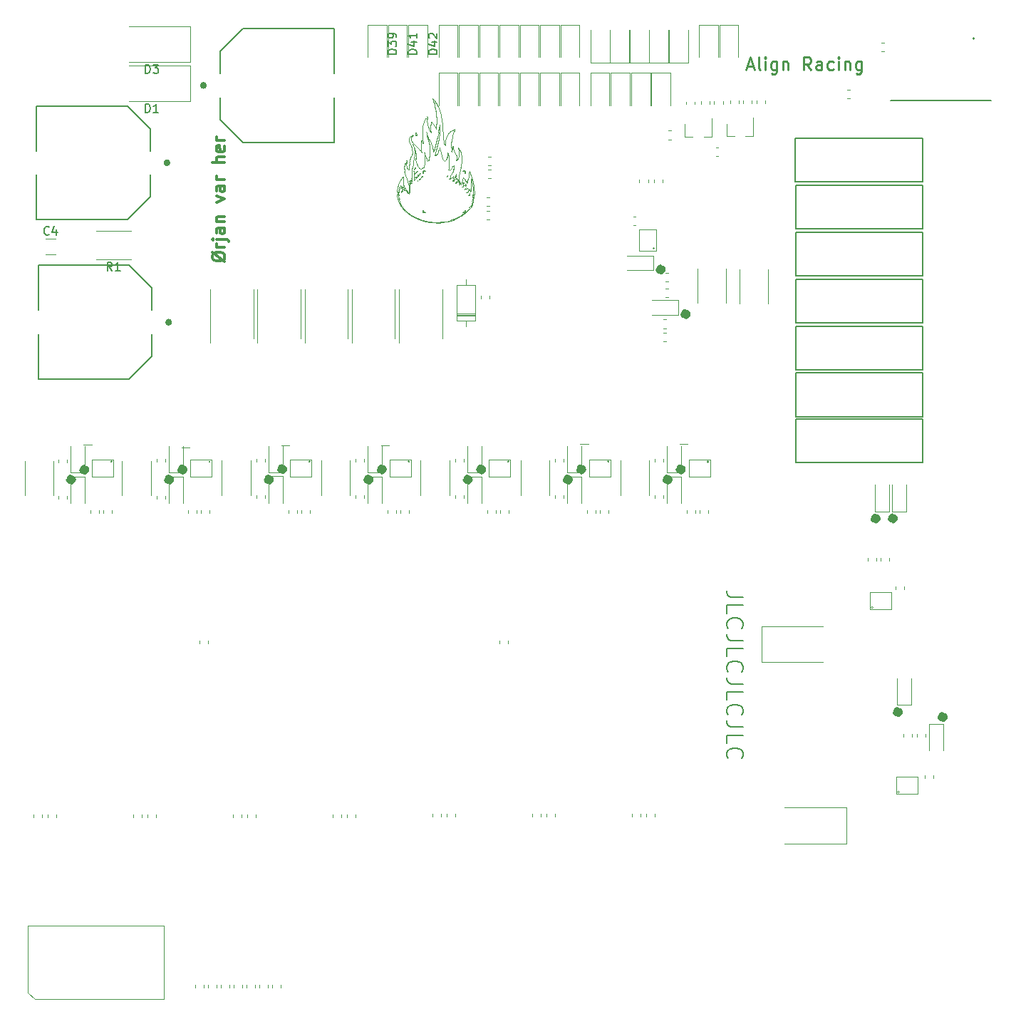
<source format=gbr>
G04 #@! TF.GenerationSoftware,KiCad,Pcbnew,(5.1.6)-1*
G04 #@! TF.CreationDate,2020-08-24T11:42:05+02:00*
G04 #@! TF.ProjectId,AR20_PDM_v1,41523230-5f50-4444-9d5f-76312e6b6963,rev?*
G04 #@! TF.SameCoordinates,Original*
G04 #@! TF.FileFunction,Legend,Top*
G04 #@! TF.FilePolarity,Positive*
%FSLAX46Y46*%
G04 Gerber Fmt 4.6, Leading zero omitted, Abs format (unit mm)*
G04 Created by KiCad (PCBNEW (5.1.6)-1) date 2020-08-24 11:42:05*
%MOMM*%
%LPD*%
G01*
G04 APERTURE LIST*
%ADD10C,0.000120*%
%ADD11C,0.060000*%
%ADD12C,0.250000*%
%ADD13C,0.300000*%
%ADD14C,0.150000*%
%ADD15C,0.120000*%
%ADD16C,0.152400*%
%ADD17C,1.000000*%
%ADD18C,0.127000*%
%ADD19C,0.400000*%
%ADD20C,0.100000*%
%ADD21C,0.200000*%
G04 APERTURE END LIST*
D10*
X114280000Y-78470000D02*
X115250000Y-78470000D01*
X102440000Y-78480000D02*
X103410000Y-78480000D01*
X78770000Y-78600000D02*
X79740000Y-78600000D01*
X66940000Y-78630000D02*
X67910000Y-78630000D01*
X55080000Y-78850000D02*
X56050000Y-78850000D01*
X43420000Y-78560000D02*
X44390000Y-78560000D01*
D11*
X84434721Y-40884374D02*
G75*
G02*
X84360320Y-40621083I2811614J936670D01*
G01*
X83808643Y-42806345D02*
G75*
G02*
X83762317Y-42750915I172009J190830D01*
G01*
X84683219Y-40709844D02*
X84673867Y-41063370D01*
X83780612Y-42467178D02*
X83799842Y-42581858D01*
X85112838Y-38053505D02*
X85193706Y-38349552D01*
X83830003Y-42797178D02*
G75*
G02*
X83808642Y-42806345I-12793J338D01*
G01*
X83828517Y-42771243D02*
G75*
G02*
X83830001Y-42797178I-154144J-21828D01*
G01*
X84306581Y-39657110D02*
X84307339Y-39586005D01*
X83762317Y-42750915D02*
G75*
G02*
X83703862Y-42640865I792867J491692D01*
G01*
X84290706Y-40095751D02*
G75*
G02*
X84296660Y-39842500I2293507J72778D01*
G01*
X84709038Y-41372411D02*
X84715433Y-41418070D01*
X84291670Y-39584814D02*
X84246578Y-39644988D01*
X84713276Y-40365854D02*
X84683219Y-40709844D01*
X84301355Y-39580001D02*
G75*
G02*
X84307339Y-39586005I0J-5984D01*
G01*
X83780612Y-42467178D02*
G75*
G02*
X83741430Y-42108880I2873209J495496D01*
G01*
X85263164Y-38654523D02*
X85320366Y-38965000D01*
X84360320Y-40621084D02*
G75*
G02*
X84312085Y-40356740I2685489J626597D01*
G01*
X83815905Y-42684638D02*
X83828518Y-42771243D01*
X83732676Y-41043640D02*
X83726795Y-41572892D01*
X83916777Y-40234068D02*
X83829482Y-40485581D01*
X84766523Y-40255000D02*
G75*
G02*
X84823316Y-40255291I28253J-28171D01*
G01*
X84596340Y-41273267D02*
X84504914Y-41071186D01*
X83726795Y-41572892D02*
X83741430Y-42108880D01*
X83799842Y-42581858D02*
X83815905Y-42684638D01*
X85357452Y-39319474D02*
X85375326Y-39886325D01*
X85193706Y-38349552D02*
X85263164Y-38654523D01*
X84719463Y-41456317D02*
G75*
G02*
X84716616Y-41464280I-9958J-931D01*
G01*
X85375666Y-40455376D02*
G75*
G02*
X85350419Y-40823967I-3459324J51789D01*
G01*
X84291670Y-39584813D02*
G75*
G02*
X84301355Y-39580000I9685J-7337D01*
G01*
X83610497Y-42355000D02*
X83581903Y-42475000D01*
X84959508Y-40407112D02*
G75*
G02*
X85100077Y-40598503I-1661882J-1367908D01*
G01*
X85320365Y-38965000D02*
G75*
G02*
X85357452Y-39319474I-3067525J-500117D01*
G01*
X84959507Y-40407112D02*
X84823316Y-40255291D01*
X85100076Y-40598503D02*
G75*
G02*
X85210151Y-40793967I-1436870J-937892D01*
G01*
X84713276Y-40365854D02*
G75*
G02*
X84766523Y-40255000I185256J-20770D01*
G01*
X84303450Y-39741843D02*
X84306581Y-39657110D01*
X84195246Y-39716430D02*
X84137370Y-39801234D01*
X83703862Y-42640864D02*
G75*
G02*
X83660549Y-42523930I853701J382706D01*
G01*
X84716616Y-41464280D02*
G75*
G02*
X84689932Y-41460194I-11859J11727D01*
G01*
X84689932Y-41460194D02*
X84596340Y-41273267D01*
X83916777Y-40234068D02*
G75*
G02*
X84021900Y-39999457I2705958J-1071614D01*
G01*
X84715433Y-41418070D02*
X84719463Y-41456317D01*
X83660549Y-42523930D02*
X83610497Y-42355000D01*
X84021901Y-39999456D02*
G75*
G02*
X84137370Y-39801234I1653322J-830357D01*
G01*
X84504914Y-41071186D02*
X84434722Y-40884374D01*
X84699703Y-41320000D02*
X84709038Y-41372411D01*
X85350419Y-40823967D02*
X85324839Y-41032933D01*
X84246578Y-39644988D02*
X84195246Y-39716430D01*
X85375326Y-39886325D02*
X85375666Y-40455376D01*
X83767580Y-40735001D02*
G75*
G02*
X83829482Y-40485581I2638124J-522355D01*
G01*
D12*
X122308571Y-33600000D02*
X123022857Y-33600000D01*
X122165714Y-34028571D02*
X122665714Y-32528571D01*
X123165714Y-34028571D01*
X123880000Y-34028571D02*
X123737142Y-33957142D01*
X123665714Y-33814285D01*
X123665714Y-32528571D01*
X124451428Y-34028571D02*
X124451428Y-33028571D01*
X124451428Y-32528571D02*
X124380000Y-32600000D01*
X124451428Y-32671428D01*
X124522857Y-32600000D01*
X124451428Y-32528571D01*
X124451428Y-32671428D01*
X125808571Y-33028571D02*
X125808571Y-34242857D01*
X125737142Y-34385714D01*
X125665714Y-34457142D01*
X125522857Y-34528571D01*
X125308571Y-34528571D01*
X125165714Y-34457142D01*
X125808571Y-33957142D02*
X125665714Y-34028571D01*
X125380000Y-34028571D01*
X125237142Y-33957142D01*
X125165714Y-33885714D01*
X125094285Y-33742857D01*
X125094285Y-33314285D01*
X125165714Y-33171428D01*
X125237142Y-33100000D01*
X125380000Y-33028571D01*
X125665714Y-33028571D01*
X125808571Y-33100000D01*
X126522857Y-33028571D02*
X126522857Y-34028571D01*
X126522857Y-33171428D02*
X126594285Y-33100000D01*
X126737142Y-33028571D01*
X126951428Y-33028571D01*
X127094285Y-33100000D01*
X127165714Y-33242857D01*
X127165714Y-34028571D01*
X129880000Y-34028571D02*
X129380000Y-33314285D01*
X129022857Y-34028571D02*
X129022857Y-32528571D01*
X129594285Y-32528571D01*
X129737142Y-32600000D01*
X129808571Y-32671428D01*
X129880000Y-32814285D01*
X129880000Y-33028571D01*
X129808571Y-33171428D01*
X129737142Y-33242857D01*
X129594285Y-33314285D01*
X129022857Y-33314285D01*
X131165714Y-34028571D02*
X131165714Y-33242857D01*
X131094285Y-33100000D01*
X130951428Y-33028571D01*
X130665714Y-33028571D01*
X130522857Y-33100000D01*
X131165714Y-33957142D02*
X131022857Y-34028571D01*
X130665714Y-34028571D01*
X130522857Y-33957142D01*
X130451428Y-33814285D01*
X130451428Y-33671428D01*
X130522857Y-33528571D01*
X130665714Y-33457142D01*
X131022857Y-33457142D01*
X131165714Y-33385714D01*
X132522857Y-33957142D02*
X132380000Y-34028571D01*
X132094285Y-34028571D01*
X131951428Y-33957142D01*
X131880000Y-33885714D01*
X131808571Y-33742857D01*
X131808571Y-33314285D01*
X131880000Y-33171428D01*
X131951428Y-33100000D01*
X132094285Y-33028571D01*
X132380000Y-33028571D01*
X132522857Y-33100000D01*
X133165714Y-34028571D02*
X133165714Y-33028571D01*
X133165714Y-32528571D02*
X133094285Y-32600000D01*
X133165714Y-32671428D01*
X133237142Y-32600000D01*
X133165714Y-32528571D01*
X133165714Y-32671428D01*
X133880000Y-33028571D02*
X133880000Y-34028571D01*
X133880000Y-33171428D02*
X133951428Y-33100000D01*
X134094285Y-33028571D01*
X134308571Y-33028571D01*
X134451428Y-33100000D01*
X134522857Y-33242857D01*
X134522857Y-34028571D01*
X135880000Y-33028571D02*
X135880000Y-34242857D01*
X135808571Y-34385714D01*
X135737142Y-34457142D01*
X135594285Y-34528571D01*
X135380000Y-34528571D01*
X135237142Y-34457142D01*
X135880000Y-33957142D02*
X135737142Y-34028571D01*
X135451428Y-34028571D01*
X135308571Y-33957142D01*
X135237142Y-33885714D01*
X135165714Y-33742857D01*
X135165714Y-33314285D01*
X135237142Y-33171428D01*
X135308571Y-33100000D01*
X135451428Y-33028571D01*
X135737142Y-33028571D01*
X135880000Y-33100000D01*
D13*
X58708571Y-55650000D02*
X60208571Y-56792857D01*
X60208571Y-56364285D02*
X60137142Y-56507142D01*
X59994285Y-56650000D01*
X59708571Y-56721428D01*
X59208571Y-56721428D01*
X58922857Y-56650000D01*
X58780000Y-56507142D01*
X58708571Y-56364285D01*
X58708571Y-56078571D01*
X58780000Y-55935714D01*
X58922857Y-55792857D01*
X59208571Y-55721428D01*
X59708571Y-55721428D01*
X59994285Y-55792857D01*
X60137142Y-55935714D01*
X60208571Y-56078571D01*
X60208571Y-56364285D01*
X60208571Y-55078571D02*
X59208571Y-55078571D01*
X59494285Y-55078571D02*
X59351428Y-55007142D01*
X59280000Y-54935714D01*
X59208571Y-54792857D01*
X59208571Y-54650000D01*
X59208571Y-54150000D02*
X60494285Y-54150000D01*
X60637142Y-54221428D01*
X60708571Y-54364285D01*
X60708571Y-54435714D01*
X58708571Y-54150000D02*
X58780000Y-54221428D01*
X58851428Y-54150000D01*
X58780000Y-54078571D01*
X58708571Y-54150000D01*
X58851428Y-54150000D01*
X60208571Y-52792857D02*
X59422857Y-52792857D01*
X59280000Y-52864285D01*
X59208571Y-53007142D01*
X59208571Y-53292857D01*
X59280000Y-53435714D01*
X60137142Y-52792857D02*
X60208571Y-52935714D01*
X60208571Y-53292857D01*
X60137142Y-53435714D01*
X59994285Y-53507142D01*
X59851428Y-53507142D01*
X59708571Y-53435714D01*
X59637142Y-53292857D01*
X59637142Y-52935714D01*
X59565714Y-52792857D01*
X59208571Y-52078571D02*
X60208571Y-52078571D01*
X59351428Y-52078571D02*
X59280000Y-52007142D01*
X59208571Y-51864285D01*
X59208571Y-51650000D01*
X59280000Y-51507142D01*
X59422857Y-51435714D01*
X60208571Y-51435714D01*
X59208571Y-49721428D02*
X60208571Y-49364285D01*
X59208571Y-49007142D01*
X60208571Y-47792857D02*
X59422857Y-47792857D01*
X59280000Y-47864285D01*
X59208571Y-48007142D01*
X59208571Y-48292857D01*
X59280000Y-48435714D01*
X60137142Y-47792857D02*
X60208571Y-47935714D01*
X60208571Y-48292857D01*
X60137142Y-48435714D01*
X59994285Y-48507142D01*
X59851428Y-48507142D01*
X59708571Y-48435714D01*
X59637142Y-48292857D01*
X59637142Y-47935714D01*
X59565714Y-47792857D01*
X60208571Y-47078571D02*
X59208571Y-47078571D01*
X59494285Y-47078571D02*
X59351428Y-47007142D01*
X59280000Y-46935714D01*
X59208571Y-46792857D01*
X59208571Y-46650000D01*
X60208571Y-45007142D02*
X58708571Y-45007142D01*
X60208571Y-44364285D02*
X59422857Y-44364285D01*
X59280000Y-44435714D01*
X59208571Y-44578571D01*
X59208571Y-44792857D01*
X59280000Y-44935714D01*
X59351428Y-45007142D01*
X60137142Y-43078571D02*
X60208571Y-43221428D01*
X60208571Y-43507142D01*
X60137142Y-43650000D01*
X59994285Y-43721428D01*
X59422857Y-43721428D01*
X59280000Y-43650000D01*
X59208571Y-43507142D01*
X59208571Y-43221428D01*
X59280000Y-43078571D01*
X59422857Y-43007142D01*
X59565714Y-43007142D01*
X59708571Y-43721428D01*
X60208571Y-42364285D02*
X59208571Y-42364285D01*
X59494285Y-42364285D02*
X59351428Y-42292857D01*
X59280000Y-42221428D01*
X59208571Y-42078571D01*
X59208571Y-41935714D01*
D14*
X121825238Y-96671904D02*
X120396666Y-96671904D01*
X120110952Y-96576666D01*
X119920476Y-96386190D01*
X119825238Y-96100476D01*
X119825238Y-95910000D01*
X119825238Y-98576666D02*
X119825238Y-97624285D01*
X121825238Y-97624285D01*
X120015714Y-100386190D02*
X119920476Y-100290952D01*
X119825238Y-100005238D01*
X119825238Y-99814761D01*
X119920476Y-99529047D01*
X120110952Y-99338571D01*
X120301428Y-99243333D01*
X120682380Y-99148095D01*
X120968095Y-99148095D01*
X121349047Y-99243333D01*
X121539523Y-99338571D01*
X121730000Y-99529047D01*
X121825238Y-99814761D01*
X121825238Y-100005238D01*
X121730000Y-100290952D01*
X121634761Y-100386190D01*
X121825238Y-101814761D02*
X120396666Y-101814761D01*
X120110952Y-101719523D01*
X119920476Y-101529047D01*
X119825238Y-101243333D01*
X119825238Y-101052857D01*
X119825238Y-103719523D02*
X119825238Y-102767142D01*
X121825238Y-102767142D01*
X120015714Y-105529047D02*
X119920476Y-105433809D01*
X119825238Y-105148095D01*
X119825238Y-104957619D01*
X119920476Y-104671904D01*
X120110952Y-104481428D01*
X120301428Y-104386190D01*
X120682380Y-104290952D01*
X120968095Y-104290952D01*
X121349047Y-104386190D01*
X121539523Y-104481428D01*
X121730000Y-104671904D01*
X121825238Y-104957619D01*
X121825238Y-105148095D01*
X121730000Y-105433809D01*
X121634761Y-105529047D01*
X121825238Y-106957619D02*
X120396666Y-106957619D01*
X120110952Y-106862380D01*
X119920476Y-106671904D01*
X119825238Y-106386190D01*
X119825238Y-106195714D01*
X119825238Y-108862380D02*
X119825238Y-107910000D01*
X121825238Y-107910000D01*
X120015714Y-110671904D02*
X119920476Y-110576666D01*
X119825238Y-110290952D01*
X119825238Y-110100476D01*
X119920476Y-109814761D01*
X120110952Y-109624285D01*
X120301428Y-109529047D01*
X120682380Y-109433809D01*
X120968095Y-109433809D01*
X121349047Y-109529047D01*
X121539523Y-109624285D01*
X121730000Y-109814761D01*
X121825238Y-110100476D01*
X121825238Y-110290952D01*
X121730000Y-110576666D01*
X121634761Y-110671904D01*
X121825238Y-112100476D02*
X120396666Y-112100476D01*
X120110952Y-112005238D01*
X119920476Y-111814761D01*
X119825238Y-111529047D01*
X119825238Y-111338571D01*
X119825238Y-114005238D02*
X119825238Y-113052857D01*
X121825238Y-113052857D01*
X120015714Y-115814761D02*
X119920476Y-115719523D01*
X119825238Y-115433809D01*
X119825238Y-115243333D01*
X119920476Y-114957619D01*
X120110952Y-114767142D01*
X120301428Y-114671904D01*
X120682380Y-114576666D01*
X120968095Y-114576666D01*
X121349047Y-114671904D01*
X121539523Y-114767142D01*
X121730000Y-114957619D01*
X121825238Y-115243333D01*
X121825238Y-115433809D01*
X121730000Y-115719523D01*
X121634761Y-115814761D01*
D11*
X83053173Y-46176564D02*
G75*
G02*
X83036000Y-46180000I-17174J41207D01*
G01*
X83099559Y-46093467D02*
G75*
G02*
X83111000Y-46090000I11441J-17143D01*
G01*
X83125269Y-46041096D02*
G75*
G02*
X83141000Y-46060000I-3494J-18905D01*
G01*
X83132187Y-46081188D02*
G75*
G02*
X83122449Y-46087710I-21357J21357D01*
G01*
X83266906Y-46472956D02*
G75*
G02*
X83246475Y-46492375I-121676J107565D01*
G01*
X83140999Y-46060001D02*
G75*
G02*
X83138709Y-46071450I-29762J0D01*
G01*
X82901000Y-46216615D02*
X82706000Y-46402530D01*
X83246475Y-46492375D02*
G75*
G02*
X83225931Y-46505777I-80547J101024D01*
G01*
X82670834Y-46086111D02*
G75*
G02*
X82673245Y-46071102I51015J-496D01*
G01*
X82673246Y-46071102D02*
G75*
G02*
X82676237Y-46071429I1462J-467D01*
G01*
X83161847Y-46586782D02*
G75*
G02*
X83151723Y-46596532I-29290J20281D01*
G01*
X82705409Y-43152060D02*
G75*
G02*
X82824086Y-43430414I-2724917J-1326248D01*
G01*
X83138709Y-46071450D02*
G75*
G02*
X83132187Y-46081188I-27879J11619D01*
G01*
X82670834Y-46086112D02*
X82669144Y-46270000D01*
X83083240Y-46117796D02*
G75*
G02*
X83089812Y-46103219I47200J-12509D01*
G01*
X83080999Y-46135001D02*
G75*
G02*
X83083240Y-46117797I67160J1D01*
G01*
X82767319Y-43495000D02*
X82744548Y-43410568D01*
X83284038Y-46450001D02*
G75*
G02*
X83266907Y-46472957I-146809J91684D01*
G01*
X83122449Y-46087710D02*
G75*
G02*
X83111000Y-46090000I-11449J27472D01*
G01*
X83151722Y-46596532D02*
G75*
G02*
X83139840Y-46600000I-11882J18619D01*
G01*
X83077565Y-46152174D02*
G75*
G02*
X83067781Y-46166782I-41820J17428D01*
G01*
X82985041Y-46718805D02*
X82935835Y-46763205D01*
X82688677Y-46208765D02*
X82676237Y-46071429D01*
X83081515Y-46634899D02*
X83034671Y-46673299D01*
X83121711Y-46605644D02*
G75*
G02*
X83139840Y-46600000I18129J-26292D01*
G01*
X83004219Y-46193219D02*
G75*
G02*
X83018826Y-46183436I32035J-32036D01*
G01*
X83442980Y-46308813D02*
G75*
G02*
X83451448Y-46301967I48696J-51569D01*
G01*
X82994434Y-46207827D02*
G75*
G02*
X83004218Y-46193219I41820J-17428D01*
G01*
X83018826Y-46183435D02*
G75*
G02*
X83036000Y-46180000I17174J-41209D01*
G01*
X83089812Y-46103219D02*
G75*
G02*
X83099559Y-46093468I29284J-19523D01*
G01*
X83468567Y-46341447D02*
G75*
G02*
X83461667Y-46351188I-27765J12355D01*
G01*
X82432945Y-47158372D02*
X82443583Y-47180179D01*
X83173857Y-46537814D02*
G75*
G02*
X83182098Y-46523219I43238J-14790D01*
G01*
X83170999Y-46555000D02*
G75*
G02*
X83168667Y-46572201I-64601J0D01*
G01*
X82987565Y-46242174D02*
G75*
G02*
X82977781Y-46256782I-41820J17428D01*
G01*
X83168668Y-46572201D02*
G75*
G02*
X83161847Y-46586782I-46382J12812D01*
G01*
X82977780Y-46256782D02*
G75*
G02*
X82963173Y-46266565I-32035J32036D01*
G01*
X83428581Y-46357652D02*
G75*
G02*
X83422238Y-46351188I5398J11642D01*
G01*
X83422237Y-46351188D02*
G75*
G02*
X83421304Y-46341463I14224J6272D01*
G01*
X83425999Y-46330000D02*
G75*
G02*
X83434069Y-46318517I101250J-62576D01*
G01*
X83028056Y-46098095D02*
G75*
G02*
X83093418Y-46047476I345283J-378339D01*
G01*
X83462828Y-46302235D02*
G75*
G02*
X83467113Y-46308813I-17993J-16403D01*
G01*
X83225931Y-46505777D02*
G75*
G02*
X83208783Y-46510000I-17148J32701D01*
G01*
X83461667Y-46351188D02*
G75*
G02*
X83451357Y-46357717I-21926J23220D01*
G01*
X83194371Y-46513460D02*
G75*
G02*
X83208783Y-46510000I14412J-28286D01*
G01*
X83434069Y-46318517D02*
G75*
G02*
X83442980Y-46308813I72445J-57579D01*
G01*
X83081000Y-46135000D02*
G75*
G02*
X83077564Y-46152174I-44644J0D01*
G01*
X83028056Y-46098095D02*
X82901000Y-46216615D01*
X82990999Y-46225001D02*
G75*
G02*
X82994435Y-46207827I44644J0D01*
G01*
X82991000Y-46225000D02*
G75*
G02*
X82987564Y-46242174I-44644J0D01*
G01*
X82921149Y-46274417D02*
G75*
G02*
X82946000Y-46270000I24850J-67692D01*
G01*
X83171000Y-46555000D02*
G75*
G02*
X83173858Y-46537814I53101J0D01*
G01*
X83470029Y-46318514D02*
G75*
G02*
X83471000Y-46330000I-67489J-11487D01*
G01*
X83451357Y-46357716D02*
G75*
G02*
X83439229Y-46360000I-12128J31060D01*
G01*
X82672078Y-43193912D02*
X82634464Y-43097500D01*
X83182099Y-46523219D02*
G75*
G02*
X83194372Y-46513460I30137J-25305D01*
G01*
X83121712Y-46605645D02*
X83081515Y-46634899D01*
X83467113Y-46308813D02*
G75*
G02*
X83470029Y-46318515I-37659J-16607D01*
G01*
X82706000Y-46402530D02*
X82688677Y-46208765D01*
X83034671Y-46673299D02*
X82985041Y-46718805D01*
X83471000Y-46330000D02*
G75*
G02*
X83468568Y-46341447I-28156J0D01*
G01*
X83093418Y-46047475D02*
G75*
G02*
X83125270Y-46041096I23901J-36628D01*
G01*
X83457770Y-46300000D02*
G75*
G02*
X83462829Y-46302234I0J-6846D01*
G01*
X83067780Y-46166782D02*
G75*
G02*
X83053173Y-46176565I-32035J32036D01*
G01*
X89348960Y-48730000D02*
G75*
G02*
X89360859Y-48737102I0J-13520D01*
G01*
X89329877Y-48916504D02*
G75*
G02*
X89342185Y-48919494I1541J-20482D01*
G01*
X81196848Y-48565000D02*
X81198066Y-48597047D01*
X89337990Y-48734744D02*
G75*
G02*
X89348960Y-48730000I10970J-10310D01*
G01*
X81269559Y-48433467D02*
G75*
G02*
X81281000Y-48430000I11441J-17143D01*
G01*
X81281000Y-48430001D02*
G75*
G02*
X81292440Y-48433468I-1J-20609D01*
G01*
X89361202Y-48899862D02*
G75*
G02*
X89351851Y-48917578I-66682J23873D01*
G01*
X89237353Y-48962482D02*
G75*
G02*
X89221781Y-48964848I-15857J51928D01*
G01*
X81253240Y-48457796D02*
G75*
G02*
X81259812Y-48443219I47200J-12509D01*
G01*
X81217167Y-48553600D02*
G75*
G02*
X81215986Y-48578901I-214770J-2653D01*
G01*
X89240791Y-48896812D02*
G75*
G02*
X89284045Y-48861134I194837J-192149D01*
G01*
X89369487Y-48759669D02*
G75*
G02*
X89374090Y-48792553I-167213J-40169D01*
G01*
X89211703Y-48960704D02*
G75*
G02*
X89209035Y-48936850I13597J13597D01*
G01*
X89341492Y-48814469D02*
G75*
G02*
X89340419Y-48833509I-49886J-6739D01*
G01*
X89312321Y-48919968D02*
G75*
G02*
X89329877Y-48916504I23175J-71228D01*
G01*
X81250999Y-48475001D02*
G75*
G02*
X81253240Y-48457797I67160J1D01*
G01*
X82418890Y-47464271D02*
G75*
G02*
X82421909Y-47432009I241269J-6302D01*
G01*
X81370330Y-48326012D02*
G75*
G02*
X81396749Y-48362500I-117399J-112809D01*
G01*
X89333130Y-48845401D02*
G75*
G02*
X89320878Y-48850000I-12252J14022D01*
G01*
X81197380Y-48532597D02*
G75*
G02*
X81200452Y-48512286I98043J-4437D01*
G01*
X89373481Y-48832077D02*
G75*
G02*
X89368916Y-48870205I-416428J30523D01*
G01*
X89335999Y-48790001D02*
G75*
G02*
X89330721Y-48766330I131612J41773D01*
G01*
X81210678Y-48511930D02*
G75*
G02*
X81215432Y-48529868I-68775J-27825D01*
G01*
X89360859Y-48737102D02*
G75*
G02*
X89369487Y-48759669I-82365J-44426D01*
G01*
X89368916Y-48870205D02*
G75*
G02*
X89361202Y-48899862I-169445J28244D01*
G01*
X89340418Y-48833509D02*
G75*
G02*
X89333131Y-48845401I-22670J5713D01*
G01*
X81211789Y-48601930D02*
G75*
G02*
X81206499Y-48613500I-35574J9271D01*
G01*
X81206499Y-48613500D02*
G75*
G02*
X81201695Y-48612973I-2260J1556D01*
G01*
X82357890Y-47331425D02*
G75*
G02*
X82348155Y-47354751I-158805J52583D01*
G01*
X89374091Y-48792553D02*
G75*
G02*
X89373482Y-48832077I-341995J-14501D01*
G01*
X81201695Y-48612974D02*
G75*
G02*
X81198066Y-48597047I47403J19179D01*
G01*
X83421304Y-46341463D02*
G75*
G02*
X83426000Y-46330000I36809J-8385D01*
G01*
X81197381Y-48532597D02*
X81196848Y-48565000D01*
X81215431Y-48529868D02*
G75*
G02*
X81217167Y-48553600I-194511J-26156D01*
G01*
X82436000Y-47240000D02*
G75*
G02*
X82464892Y-47254414I-1J-36165D01*
G01*
X89447020Y-48322215D02*
G75*
G02*
X89452559Y-48316739I9061J-3626D01*
G01*
X82429192Y-47401809D02*
G75*
G02*
X82439303Y-47377608I150687J-48739D01*
G01*
X81200452Y-48512287D02*
G75*
G02*
X81205313Y-48508420I5005J-1303D01*
G01*
X81308759Y-48457796D02*
G75*
G02*
X81311000Y-48475000I-64919J-17204D01*
G01*
X89459125Y-48318126D02*
G75*
G02*
X89464922Y-48327934I-16182J-16181D01*
G01*
X81311000Y-48352547D02*
G75*
G02*
X81319768Y-48321975I57681J0D01*
G01*
X89255649Y-48954490D02*
G75*
G02*
X89237353Y-48962481I-43612J74912D01*
G01*
X83451448Y-46301966D02*
G75*
G02*
X83457770Y-46300000I6322J-9181D01*
G01*
X89273960Y-48941692D02*
G75*
G02*
X89292713Y-48928673I85028J-102453D01*
G01*
X81259812Y-48443219D02*
G75*
G02*
X81269559Y-48433468I29284J-19523D01*
G01*
X89336000Y-48790000D02*
G75*
G02*
X89341492Y-48814469I-138287J-43891D01*
G01*
X89443697Y-48336615D02*
G75*
G02*
X89447019Y-48322215I48061J-3503D01*
G01*
X81308759Y-48492205D02*
G75*
G02*
X81302187Y-48506782I-47200J12509D01*
G01*
X89209036Y-48936850D02*
G75*
G02*
X89240791Y-48896813I200684J-126560D01*
G01*
X81311000Y-48475000D02*
G75*
G02*
X81308759Y-48492204I-67160J-1D01*
G01*
X89331504Y-48747099D02*
G75*
G02*
X89337991Y-48734745I25491J-5506D01*
G01*
X89221781Y-48964848D02*
G75*
G02*
X89211703Y-48960704I-74J14148D01*
G01*
X89284044Y-48861134D02*
G75*
G02*
X89320878Y-48850000I36834J-55361D01*
G01*
X82963173Y-46266564D02*
G75*
G02*
X82946000Y-46270000I-17174J41207D01*
G01*
X81302187Y-48506782D02*
G75*
G02*
X81292440Y-48516533I-29284J19523D01*
G01*
X89330721Y-48766330D02*
G75*
G02*
X89331503Y-48747099I55709J7367D01*
G01*
X83439229Y-46360000D02*
G75*
G02*
X83428581Y-46357652I0J25313D01*
G01*
X81215986Y-48578902D02*
G75*
G02*
X81211789Y-48601930I-156078J16551D01*
G01*
X89351850Y-48917579D02*
G75*
G02*
X89342185Y-48919494I-5866J4256D01*
G01*
X81292440Y-48433468D02*
G75*
G02*
X81302187Y-48443219I-19537J-29274D01*
G01*
X81205314Y-48508420D02*
G75*
G02*
X81210678Y-48511930I155J-5617D01*
G01*
X81302187Y-48443220D02*
G75*
G02*
X81308759Y-48457797I-40628J-27085D01*
G01*
X89292713Y-48928673D02*
G75*
G02*
X89312321Y-48919968I51813J-90275D01*
G01*
X89273960Y-48941693D02*
G75*
G02*
X89255649Y-48954490I-86296J103981D01*
G01*
X89467297Y-48342492D02*
G75*
G02*
X89466174Y-48359219I-77559J-3195D01*
G01*
X89464922Y-48327934D02*
G75*
G02*
X89467297Y-48342493I-58910J-17083D01*
G01*
X82322197Y-47512546D02*
X82340413Y-47482115D01*
X82291743Y-47489152D02*
G75*
G02*
X82288027Y-47467772I52471J20134D01*
G01*
X82421909Y-47432009D02*
G75*
G02*
X82429193Y-47401809I201479J-32612D01*
G01*
X82291739Y-47442821D02*
G75*
G02*
X82301912Y-47418265I107199J-30029D01*
G01*
X82301911Y-47418266D02*
G75*
G02*
X82317274Y-47398012I81423J-45806D01*
G01*
X82334007Y-47378171D02*
G75*
G02*
X82317274Y-47398012I-125120J88547D01*
G01*
X81328697Y-48441211D02*
G75*
G02*
X81321916Y-48420452I201166J77196D01*
G01*
X82464892Y-47254414D02*
G75*
G02*
X82479872Y-47291663I-61700J-46450D01*
G01*
X81312261Y-48372158D02*
G75*
G02*
X81311000Y-48352547I151864J19611D01*
G01*
X82393834Y-47486331D02*
X82407289Y-47518797D01*
X82475005Y-47335283D02*
G75*
G02*
X82451000Y-47365000I-54309J19315D01*
G01*
X82288027Y-47467772D02*
G75*
G02*
X82291738Y-47442821I100759J-2234D01*
G01*
X81408214Y-48411001D02*
G75*
G02*
X81401066Y-48431878I-54112J6865D01*
G01*
X81406713Y-48388019D02*
G75*
G02*
X81408214Y-48411001I-58550J-15364D01*
G01*
X82417673Y-47241106D02*
G75*
G02*
X82436000Y-47240000I18326J-151347D01*
G01*
X82384808Y-47249222D02*
G75*
G02*
X82399812Y-47244407I44199J-111962D01*
G01*
X82303045Y-47514447D02*
G75*
G02*
X82291744Y-47489152I229409J117664D01*
G01*
X82348155Y-47354751D02*
G75*
G02*
X82334007Y-47378171I-168443J85773D01*
G01*
X81385501Y-48451164D02*
G75*
G02*
X81364884Y-48467472I-115875J125310D01*
G01*
X81339408Y-48462781D02*
G75*
G02*
X81328696Y-48441210I108402J67279D01*
G01*
X89443368Y-48357500D02*
X89445139Y-48379890D01*
X81401066Y-48431878D02*
G75*
G02*
X81385501Y-48451164I-73602J43476D01*
G01*
X81259812Y-48506781D02*
G75*
G02*
X81253240Y-48492204I40628J27085D01*
G01*
X82413055Y-47520075D02*
G75*
G02*
X82407289Y-47518797I-2416J2745D01*
G01*
X83570114Y-46757323D02*
X83517072Y-46802871D01*
X81364884Y-48467473D02*
G75*
G02*
X81350780Y-48470468I-10772J16016D01*
G01*
X83198567Y-47211447D02*
G75*
G02*
X83191667Y-47221188I-27765J12355D01*
G01*
X83615927Y-46720961D02*
X83570114Y-46757323D01*
X86637807Y-46745150D02*
G75*
G02*
X86638265Y-46732375I31700J5259D01*
G01*
X86645208Y-46713033D02*
G75*
G02*
X86657962Y-46690000I225323J-109720D01*
G01*
X83446716Y-46976772D02*
X83511528Y-46914749D01*
X86673997Y-46667029D02*
G75*
G02*
X86691193Y-46647625I158825J-123426D01*
G01*
X81253241Y-48492204D02*
G75*
G02*
X81251000Y-48475000I64918J17203D01*
G01*
X83699552Y-46632365D02*
G75*
G02*
X83711000Y-46630000I11447J-26518D01*
G01*
X83155999Y-47200000D02*
G75*
G02*
X83164069Y-47188517I101250J-62576D01*
G01*
X89461493Y-48375626D02*
G75*
G02*
X89454846Y-48388126I-60948J24390D01*
G01*
X81319768Y-48321976D02*
G75*
G02*
X81341306Y-48311616I18960J-11850D01*
G01*
X81396749Y-48362500D02*
G75*
G02*
X81406713Y-48388019I-104870J-55652D01*
G01*
X81316198Y-48396142D02*
X81321916Y-48420452D01*
X81280999Y-48520000D02*
G75*
G02*
X81269559Y-48516533I1J20609D01*
G01*
X81312260Y-48372158D02*
X81316198Y-48396142D01*
X81292440Y-48516533D02*
G75*
G02*
X81281000Y-48520000I-11441J17142D01*
G01*
X81341306Y-48311616D02*
G75*
G02*
X81370330Y-48326012I-5525J-47594D01*
G01*
X89452558Y-48316738D02*
G75*
G02*
X89459125Y-48318125I2219J-5735D01*
G01*
X89454847Y-48388126D02*
G75*
G02*
X89449379Y-48388643I-2948J2003D01*
G01*
X82322196Y-47512545D02*
G75*
G02*
X82312045Y-47519094I-12228J7813D01*
G01*
X81350781Y-48470468D02*
G75*
G02*
X81339409Y-48462782I2898J16543D01*
G01*
X82378613Y-47449972D02*
X82393834Y-47486331D01*
X82417226Y-47511370D02*
G75*
G02*
X82413056Y-47520075I-12317J549D01*
G01*
X82360271Y-47448569D02*
G75*
G02*
X82369815Y-47443761I8734J-5460D01*
G01*
X89443368Y-48357500D02*
G75*
G02*
X89443698Y-48336615I183292J7549D01*
G01*
X81269559Y-48516533D02*
G75*
G02*
X81259812Y-48506782I19537J29274D01*
G01*
X82479872Y-47291663D02*
G75*
G02*
X82475004Y-47335284I-95346J-11441D01*
G01*
X82369814Y-47443761D02*
G75*
G02*
X82378613Y-47449972I-829J-10512D01*
G01*
X82439303Y-47377608D02*
G75*
G02*
X82451000Y-47365000I28688J-14886D01*
G01*
X82417226Y-47511371D02*
X82418891Y-47464271D01*
X82340413Y-47482115D02*
X82360271Y-47448568D01*
X82375999Y-47255001D02*
G75*
G02*
X82384807Y-47249221I18323J-18322D01*
G01*
X89466174Y-48359219D02*
G75*
G02*
X89461493Y-48375625I-81923J14503D01*
G01*
X82399812Y-47244407D02*
G75*
G02*
X82417672Y-47241106I35413J-141652D01*
G01*
X89449379Y-48388643D02*
G75*
G02*
X89445139Y-48379890I10479J10479D01*
G01*
X82312046Y-47519094D02*
G75*
G02*
X82303045Y-47514447I-1248J8624D01*
G01*
X82365405Y-47277973D02*
G75*
G02*
X82370225Y-47263646I107935J-28334D01*
G01*
X83712786Y-46720689D02*
G75*
G02*
X83697963Y-46736061I-68199J50930D01*
G01*
X83711000Y-46630001D02*
G75*
G02*
X83731202Y-46633051I-1J-68429D01*
G01*
X83201000Y-47200000D02*
G75*
G02*
X83198568Y-47211447I-28156J0D01*
G01*
X83680999Y-46660942D02*
G75*
G02*
X83683286Y-46649132I31640J0D01*
G01*
X86638266Y-46732376D02*
G75*
G02*
X86645208Y-46713034I92219J-22183D01*
G01*
X82370225Y-47263646D02*
G75*
G02*
X82376000Y-47255000I24596J-10176D01*
G01*
X83181357Y-47227716D02*
G75*
G02*
X83169229Y-47230000I-12128J31060D01*
G01*
X83624891Y-46769030D02*
G75*
G02*
X83645744Y-46754619I78771J-91687D01*
G01*
X86707196Y-46633772D02*
G75*
G02*
X86718470Y-46630000I11274J-14961D01*
G01*
X83353060Y-47057501D02*
G75*
G02*
X83292302Y-47090928I-115562J138114D01*
G01*
X83680777Y-46746468D02*
G75*
G02*
X83663845Y-46750000I-16932J38824D01*
G01*
X83353059Y-47057500D02*
X83446716Y-46976772D01*
X83277371Y-47072996D02*
G75*
G02*
X83344966Y-46975766I450808J-241293D01*
G01*
X83462085Y-46853807D02*
X83344966Y-46975766D01*
X82740601Y-46966650D02*
G75*
G02*
X82729175Y-46986937I-87914J36156D01*
G01*
X83588439Y-46814783D02*
G75*
G02*
X83557014Y-46862783I-286872J153529D01*
G01*
X82362106Y-47294910D02*
G75*
G02*
X82365406Y-47277974I133245J-17174D01*
G01*
X83191667Y-47221188D02*
G75*
G02*
X83181357Y-47227717I-21926J23220D01*
G01*
X83292303Y-47090928D02*
G75*
G02*
X83277372Y-47072996I-3832J11992D01*
G01*
X82810999Y-46840000D02*
G75*
G02*
X82812888Y-46828348I36885J0D01*
G01*
X83194274Y-46617782D02*
X83246000Y-46566745D01*
X82748382Y-46940019D02*
G75*
G02*
X82740602Y-46966650I-129105J23266D01*
G01*
X86643529Y-46750000D02*
G75*
G02*
X86637808Y-46745150I0J5799D01*
G01*
X83697963Y-46736061D02*
G75*
G02*
X83680778Y-46746469I-47406J58885D01*
G01*
X82826605Y-46818741D02*
G75*
G02*
X82836200Y-46822034I-2464J-22806D01*
G01*
X86688002Y-46712971D02*
G75*
G02*
X86670806Y-46732375I-158825J123425D01*
G01*
X82360999Y-47312143D02*
G75*
G02*
X82357890Y-47331425I-61341J0D01*
G01*
X83187770Y-47170000D02*
G75*
G02*
X83192829Y-47172234I0J-6846D01*
G01*
X83557014Y-46862784D02*
G75*
G02*
X83511528Y-46914749I-531277J419142D01*
G01*
X82772012Y-47055174D02*
G75*
G02*
X82777584Y-47054797I3102J-4482D01*
G01*
X83172980Y-47178813D02*
G75*
G02*
X83181448Y-47171967I48696J-51569D01*
G01*
X83158581Y-47227652D02*
G75*
G02*
X83152238Y-47221188I5398J11642D01*
G01*
X86657962Y-46690001D02*
G75*
G02*
X86673997Y-46667030I232185J-145001D01*
G01*
X83152237Y-47221188D02*
G75*
G02*
X83151304Y-47211463I14224J6272D01*
G01*
X86670806Y-46732376D02*
G75*
G02*
X86654802Y-46746229I-110151J111086D01*
G01*
X86718470Y-46630001D02*
G75*
G02*
X86724191Y-46634851I0J-5799D01*
G01*
X83151304Y-47211463D02*
G75*
G02*
X83156000Y-47200000I36809J-8385D01*
G01*
X83197113Y-47178813D02*
G75*
G02*
X83200029Y-47188515I-37659J-16607D01*
G01*
X86654802Y-46746228D02*
G75*
G02*
X86643529Y-46750000I-11273J14960D01*
G01*
X83722790Y-46702547D02*
X83737773Y-46660558D01*
X83689813Y-46639090D02*
G75*
G02*
X83699552Y-46632366I21743J-21082D01*
G01*
X83181448Y-47171966D02*
G75*
G02*
X83187770Y-47170000I6322J-9181D01*
G01*
X83739221Y-46642267D02*
G75*
G02*
X83737773Y-46660558I-38078J-6188D01*
G01*
X86716791Y-46666967D02*
G75*
G02*
X86704037Y-46690000I-225323J109719D01*
G01*
X83731201Y-46633051D02*
G75*
G02*
X83739221Y-46642266I-3422J-11075D01*
G01*
X83645744Y-46754619D02*
G75*
G02*
X83663845Y-46750000I18101J-33159D01*
G01*
X83517072Y-46802871D02*
X83462085Y-46853807D01*
X82890318Y-46798135D02*
X82852199Y-46822280D01*
X82751000Y-46910730D02*
G75*
G02*
X82748382Y-46940019I-165150J0D01*
G01*
X83683286Y-46649133D02*
G75*
G02*
X83689812Y-46639090I28860J-11611D01*
G01*
X83200029Y-47188514D02*
G75*
G02*
X83201000Y-47200000I-67489J-11487D01*
G01*
X83164069Y-47188517D02*
G75*
G02*
X83172980Y-47178813I72445J-57579D01*
G01*
X82751000Y-46910730D02*
G75*
G02*
X82753075Y-46882998I186339J0D01*
G01*
X86691193Y-46647625D02*
G75*
G02*
X86707197Y-46633772I110151J-111086D01*
G01*
X82361000Y-47312144D02*
G75*
G02*
X82362106Y-47294910I134809J1D01*
G01*
X86724192Y-46634850D02*
G75*
G02*
X86723734Y-46647625I-31700J-5260D01*
G01*
X83169229Y-47230000D02*
G75*
G02*
X83158581Y-47227652I0J25313D01*
G01*
X86723733Y-46647625D02*
G75*
G02*
X86716791Y-46666967I-92219J22183D01*
G01*
X83604720Y-46790000D02*
G75*
G02*
X83624892Y-46769031I120108J-95354D01*
G01*
X83192828Y-47172235D02*
G75*
G02*
X83197113Y-47178813I-17993J-16403D01*
G01*
X86704037Y-46690000D02*
G75*
G02*
X86688002Y-46712971I-232185J145001D01*
G01*
X83722790Y-46702547D02*
G75*
G02*
X83712786Y-46720689I-70550J27073D01*
G01*
X83588439Y-46814783D02*
G75*
G02*
X83604720Y-46790000I145752J-78004D01*
G01*
X82759656Y-46863242D02*
G75*
G02*
X82769496Y-46854182I18028J-9705D01*
G01*
X81149686Y-47773060D02*
G75*
G02*
X81171093Y-47798957I-57616J-69423D01*
G01*
X82762955Y-47063756D02*
G75*
G02*
X82772012Y-47055174I32327J-25046D01*
G01*
X83668769Y-46687488D02*
G75*
G02*
X83655285Y-46699446I-56541J50175D01*
G01*
X83150656Y-46664650D02*
X83194274Y-46617782D01*
X83346497Y-46392438D02*
G75*
G02*
X83370034Y-46394642I9479J-25558D01*
G01*
X81474869Y-48050338D02*
G75*
G02*
X81508279Y-48083947I-259817J-291693D01*
G01*
X82818402Y-46820887D02*
G75*
G02*
X82826606Y-46818741I6922J-9710D01*
G01*
X81022685Y-47950000D02*
X81031145Y-47926955D01*
X80997972Y-48038674D02*
G75*
G02*
X81022685Y-47950000I563194J-109176D01*
G01*
X80958787Y-48250388D02*
X80997973Y-48038674D01*
X82753075Y-46882997D02*
G75*
G02*
X82759657Y-46863242I60076J-9042D01*
G01*
X83681000Y-46660942D02*
G75*
G02*
X83677923Y-46673962I-29087J0D01*
G01*
X82810999Y-46840001D02*
G75*
G02*
X82808677Y-46851351I-28896J0D01*
G01*
X81104866Y-47755561D02*
G75*
G02*
X81122663Y-47755123I9296J-15919D01*
G01*
X82736148Y-47101177D02*
G75*
G02*
X82725316Y-47104642I-8131J6755D01*
G01*
X81325010Y-48250000D02*
G75*
G02*
X81316723Y-48245507I0J9889D01*
G01*
X82769496Y-46854181D02*
G75*
G02*
X82781000Y-46855000I4970J-11391D01*
G01*
X83110999Y-46719362D02*
G75*
G02*
X83096275Y-46756377I-53887J0D01*
G01*
X82808677Y-46851351D02*
G75*
G02*
X82802187Y-46858242I-12634J5396D01*
G01*
X82777584Y-47054797D02*
G75*
G02*
X82780540Y-47059517I-2451J-4821D01*
G01*
X83297725Y-46515703D02*
X83341343Y-46468815D01*
X83370034Y-46394641D02*
G75*
G02*
X83381000Y-46414041I-11678J-19400D01*
G01*
X81171093Y-47798957D02*
G75*
G02*
X81183376Y-47832700I-102288J-56341D01*
G01*
X81433349Y-47910577D02*
G75*
G02*
X81434604Y-47921105I-4247J-5845D01*
G01*
X81223673Y-48076196D02*
G75*
G02*
X81243072Y-48096438I-86532J-102343D01*
G01*
X81370999Y-47995808D02*
G75*
G02*
X81374029Y-47984250I23561J0D01*
G01*
X81524596Y-48111425D02*
G75*
G02*
X81527136Y-48137749I-49476J-18059D01*
G01*
X83655285Y-46699447D02*
G75*
G02*
X83639364Y-46707861I-42911J61923D01*
G01*
X80923502Y-48461904D02*
X80958787Y-48250388D01*
X81398178Y-48001065D02*
G75*
G02*
X81419908Y-48010516I-47284J-138425D01*
G01*
X82935835Y-46763204D02*
G75*
G02*
X82890318Y-46798135I-385052J454625D01*
G01*
X83111000Y-46719362D02*
G75*
G02*
X83116217Y-46704883I22700J0D01*
G01*
X81122663Y-47755123D02*
G75*
G02*
X81149686Y-47773060I-70206J-135091D01*
G01*
X81387443Y-48003556D02*
G75*
G02*
X81381158Y-48008032I-16447J16446D01*
G01*
X81375830Y-48008064D02*
G75*
G02*
X81372202Y-48003870I2917J6190D01*
G01*
X81446477Y-48027301D02*
G75*
G02*
X81474869Y-48050338I-235840J-319686D01*
G01*
X83381000Y-46414041D02*
G75*
G02*
X83375770Y-46428566I-22785J0D01*
G01*
X83313633Y-46413238D02*
G75*
G02*
X83346497Y-46392438I65433J-67021D01*
G01*
X83615927Y-46720962D02*
G75*
G02*
X83639364Y-46707861I57117J-74666D01*
G01*
X82802187Y-46858242D02*
G75*
G02*
X82792454Y-46859533I-6739J13478D01*
G01*
X82795788Y-47065664D02*
G75*
G02*
X82780540Y-47059517I-6318J6314D01*
G01*
X83246000Y-46566745D02*
X83297725Y-46515703D01*
X82945990Y-46913213D02*
X83096275Y-46756377D01*
X82752154Y-47079159D02*
G75*
G02*
X82762955Y-47063756I166993J-105609D01*
G01*
X82702216Y-47065959D02*
X82715311Y-47096365D01*
X82725315Y-47104642D02*
G75*
G02*
X82715311Y-47096365I3957J14968D01*
G01*
X82702727Y-47005774D02*
G75*
G02*
X82715602Y-46996800I21643J-17328D01*
G01*
X82792454Y-46859532D02*
G75*
G02*
X82781000Y-46855000I6958J34324D01*
G01*
X83116217Y-46704883D02*
X83150656Y-46664650D01*
X81183376Y-47832700D02*
G75*
G02*
X81187234Y-47878269I-203831J-40203D01*
G01*
X81264490Y-48035823D02*
G75*
G02*
X81261043Y-48006707I210357J39663D01*
G01*
X83341343Y-46468815D02*
X83375770Y-46428566D01*
X82695724Y-47020915D02*
G75*
G02*
X82702727Y-47005773I34176J-6615D01*
G01*
X82702215Y-47065959D02*
G75*
G02*
X82695501Y-47041504I120459J46224D01*
G01*
X82812888Y-46828348D02*
G75*
G02*
X82818402Y-46820887I14205J-4730D01*
G01*
X82852199Y-46822280D02*
G75*
G02*
X82836200Y-46822034I-7793J13522D01*
G01*
X82795788Y-47065663D02*
X82945990Y-46913213D01*
X81303695Y-48223563D02*
G75*
G02*
X81289769Y-48194486I297745J160473D01*
G01*
X83677923Y-46673962D02*
G75*
G02*
X83668769Y-46687488I-55965J28014D01*
G01*
X82729175Y-46986937D02*
G75*
G02*
X82715602Y-46996800I-22361J16501D01*
G01*
X82752154Y-47079160D02*
G75*
G02*
X82736147Y-47101178I-177896J112503D01*
G01*
X82695501Y-47041504D02*
G75*
G02*
X82695724Y-47020915I56567J9683D01*
G01*
X83284037Y-46450001D02*
G75*
G02*
X83313633Y-46413238I167792J-104787D01*
G01*
X81279092Y-48069907D02*
G75*
G02*
X81270635Y-48058965I11992J18009D01*
G01*
X81336315Y-48236561D02*
G75*
G02*
X81325010Y-48250000I-11305J-1965D01*
G01*
X81043582Y-47893027D02*
X81057377Y-47855374D01*
X80919966Y-49384775D02*
G75*
G02*
X80901123Y-49374872I-65J22754D01*
G01*
X80904094Y-48621121D02*
G75*
G02*
X80899064Y-48617500I66J5396D01*
G01*
X80903491Y-48674647D02*
G75*
G02*
X80906779Y-48685898I-14919J-10466D01*
G01*
X80869943Y-48681016D02*
G75*
G02*
X80882511Y-48672770I38152J-44447D01*
G01*
X81384265Y-47968938D02*
G75*
G02*
X81398876Y-47952838I120199J-94403D01*
G01*
X81182874Y-47941321D02*
X81178017Y-48001750D01*
X81267546Y-47931346D02*
G75*
G02*
X81281816Y-47909736I36206J-8392D01*
G01*
X81261043Y-48006707D02*
G75*
G02*
X81261212Y-47975073I289338J14273D01*
G01*
X81374029Y-47984250D02*
G75*
G02*
X81384265Y-47968938I104988J-59106D01*
G01*
X81381157Y-48008032D02*
G75*
G02*
X81375830Y-48008063I-2696J5552D01*
G01*
X80866990Y-48953619D02*
G75*
G02*
X80894209Y-48940000I27219J-20391D01*
G01*
X80987016Y-49372733D02*
X80955321Y-49380178D01*
X80886656Y-49186795D02*
X80887693Y-49146480D01*
X81206750Y-48070001D02*
G75*
G02*
X81223673Y-48076196I0J-26211D01*
G01*
X80867599Y-48902281D02*
G75*
G02*
X80862527Y-48892178I8971J10829D01*
G01*
X81057377Y-47855374D02*
X81070607Y-47819240D01*
X81279093Y-48069906D02*
G75*
G02*
X81300264Y-48097131I-30165J-45301D01*
G01*
X81261672Y-48125551D02*
G75*
G02*
X81276504Y-48160000I-234316J-121303D01*
G01*
X80882511Y-48672769D02*
G75*
G02*
X80894555Y-48670000I12044J-24807D01*
G01*
X81372202Y-48003870D02*
G75*
G02*
X81371000Y-47995808I26431J8062D01*
G01*
X81415379Y-47903816D02*
G75*
G02*
X81433349Y-47910577I-3305J-36045D01*
G01*
X80875531Y-48901469D02*
G75*
G02*
X80867599Y-48902280I-4365J3494D01*
G01*
X80833368Y-48662500D02*
G75*
G02*
X80837868Y-48610658I226107J6490D01*
G01*
X80850867Y-48707500D02*
G75*
G02*
X80858781Y-48693161I63052J-25442D01*
G01*
X81303695Y-48223563D02*
X81316723Y-48245507D01*
X80858782Y-48693161D02*
G75*
G02*
X80869943Y-48681016I56703J-40911D01*
G01*
X81180622Y-48040189D02*
G75*
G02*
X81178017Y-48001750I163915J30414D01*
G01*
X81507260Y-48193498D02*
G75*
G02*
X81517370Y-48166782I107528J-25421D01*
G01*
X81187234Y-47878269D02*
X81182874Y-47941321D01*
X81520999Y-48280000D02*
G75*
G02*
X81509070Y-48250820I134746J72113D01*
G01*
X80907903Y-48855088D02*
X80891000Y-48880000D01*
X81089772Y-47772312D02*
G75*
G02*
X81104866Y-47755561I33800J-15281D01*
G01*
X81527136Y-48137749D02*
G75*
G02*
X81517370Y-48166782I-91049J14468D01*
G01*
X81031145Y-47926955D02*
X81043582Y-47893027D01*
X81261212Y-47975073D02*
G75*
G02*
X81267546Y-47931347I263181J-15801D01*
G01*
X81521000Y-48280000D02*
X81551517Y-48333458D01*
X81281816Y-47909736D02*
G75*
G02*
X81308723Y-47900192I29417J-40233D01*
G01*
X81363660Y-47900167D02*
X81415379Y-47903816D01*
X81509070Y-48250820D02*
G75*
G02*
X81504425Y-48221739I112141J32824D01*
G01*
X81419908Y-48010516D02*
G75*
G02*
X81446477Y-48027302I-102869J-192242D01*
G01*
X81206750Y-48070001D02*
G75*
G02*
X81190265Y-48061864I0J20768D01*
G01*
X81276504Y-48160000D02*
X81289769Y-48194486D01*
X81270636Y-48058965D02*
G75*
G02*
X81264490Y-48035823I154711J53472D01*
G01*
X81398877Y-47952837D02*
G75*
G02*
X81416160Y-47938308I122736J-128451D01*
G01*
X81434605Y-47921105D02*
G75*
G02*
X81416160Y-47938308I-83624J71171D01*
G01*
X81190265Y-48061863D02*
G75*
G02*
X81180622Y-48040189I40410J30961D01*
G01*
X81300263Y-48097131D02*
G75*
G02*
X81321427Y-48167003I-774637J-272773D01*
G01*
X81387444Y-48003557D02*
G75*
G02*
X81398177Y-48001065I7366J-7366D01*
G01*
X81308724Y-47900192D02*
G75*
G02*
X81363660Y-47900167I27721J-549824D01*
G01*
X81504425Y-48221739D02*
G75*
G02*
X81507260Y-48193498I107693J3452D01*
G01*
X81508279Y-48083946D02*
G75*
G02*
X81524596Y-48111425I-64899J-57122D01*
G01*
X81070607Y-47819240D02*
X81089772Y-47772312D01*
X81243072Y-48096438D02*
G75*
G02*
X81261672Y-48125552I-150539J-116675D01*
G01*
X81336316Y-48236561D02*
X81321427Y-48167003D01*
X82286200Y-47238813D02*
G75*
G02*
X82309121Y-47232223I46954J-120158D01*
G01*
X81579920Y-48251269D02*
G75*
G02*
X81574726Y-48220025I90321J31068D01*
G01*
X82206477Y-47812652D02*
G75*
G02*
X82208209Y-47732870I822372J22056D01*
G01*
X82145000Y-47292651D02*
G75*
G02*
X82178459Y-47290000I33458J-209837D01*
G01*
X82220109Y-48127509D02*
X82218056Y-47993474D01*
X82255177Y-47511436D02*
G75*
G02*
X82249015Y-47548637I-190233J12402D01*
G01*
X82392901Y-47147500D02*
X82394460Y-47092045D01*
X82241289Y-47475097D02*
G75*
G02*
X82252616Y-47486980I-5541J-16622D01*
G01*
X82145614Y-48753980D02*
G75*
G02*
X82097449Y-48742127I-11150J58481D01*
G01*
X82226271Y-47465622D02*
G75*
G02*
X82205746Y-47442028I221020J212990D01*
G01*
X81883755Y-48538530D02*
X82004101Y-48661376D01*
X81577365Y-48172414D02*
G75*
G02*
X81578190Y-48180271I-13426J-5381D01*
G01*
X82217088Y-47661690D02*
G75*
G02*
X82233124Y-47600330I402235J-72346D01*
G01*
X81565701Y-48337806D02*
G75*
G02*
X81551517Y-48333458I-4650J10142D01*
G01*
X82388983Y-47186903D02*
G75*
G02*
X82378456Y-47211630I-58706J10389D01*
G01*
X82394460Y-47092046D02*
G75*
G02*
X82398323Y-47085931I7145J-236D01*
G01*
X81563950Y-48168555D02*
G75*
G02*
X81572530Y-48168178I4914J-14031D01*
G01*
X82205746Y-47442028D02*
G75*
G02*
X82184195Y-47411478I290754J227981D01*
G01*
X82360194Y-47225266D02*
G75*
G02*
X82332770Y-47230000I-27424J77069D01*
G01*
X81552889Y-48173833D02*
G75*
G02*
X81563950Y-48168555I29788J-48197D01*
G01*
X82189865Y-48684957D02*
G75*
G02*
X82172593Y-48733932I-179874J35903D01*
G01*
X81574725Y-48220025D02*
G75*
G02*
X81578190Y-48180271I234812J-434D01*
G01*
X81729979Y-48362598D02*
X81883755Y-48538530D01*
X82244670Y-47271509D02*
G75*
G02*
X82225574Y-47281188I-57787J90325D01*
G01*
X82202118Y-48594454D02*
G75*
G02*
X82189865Y-48684957I-729839J52729D01*
G01*
X82208209Y-47732870D02*
G75*
G02*
X82217087Y-47661691I664516J-46744D01*
G01*
X81691610Y-48320734D02*
X81729979Y-48362598D01*
X82255999Y-47260001D02*
G75*
G02*
X82267280Y-47248494I31140J-19245D01*
G01*
X82164598Y-47377290D02*
X82137632Y-47322725D01*
X81654943Y-48288111D02*
G75*
G02*
X81691610Y-48320734I-245337J-312667D01*
G01*
X82233124Y-47600330D02*
X82249015Y-47548637D01*
X82134798Y-47302858D02*
G75*
G02*
X82145000Y-47292651I12136J-1928D01*
G01*
X82255999Y-47260000D02*
G75*
G02*
X82244669Y-47271508I-30916J19107D01*
G01*
X81542266Y-48186551D02*
G75*
G02*
X81552889Y-48173833I24414J-9596D01*
G01*
X81538300Y-48206598D02*
G75*
G02*
X81542266Y-48186551I57315J-922D01*
G01*
X81607977Y-48266868D02*
G75*
G02*
X81623881Y-48266755I8045J-13018D01*
G01*
X82218056Y-47993474D02*
X82212042Y-47900024D01*
X82309121Y-47232222D02*
G75*
G02*
X82332770Y-47230000I23649J-124726D01*
G01*
X82403600Y-47087848D02*
X82421934Y-47132500D01*
X82212042Y-47900024D02*
X82206477Y-47812652D01*
X82421934Y-47132500D02*
X82432945Y-47158372D01*
X82137632Y-47322725D02*
G75*
G02*
X82134799Y-47302859I30796J14526D01*
G01*
X82213338Y-48414687D02*
X82218610Y-48274902D01*
X82392902Y-47147500D02*
G75*
G02*
X82388984Y-47186902I-260509J6004D01*
G01*
X82267280Y-47248494D02*
G75*
G02*
X82286199Y-47238813I57490J-89022D01*
G01*
X82225574Y-47281189D02*
G75*
G02*
X82202403Y-47287779I-47285J122217D01*
G01*
X82172593Y-48733932D02*
G75*
G02*
X82145614Y-48753979I-34205J17855D01*
G01*
X81571712Y-48324205D02*
G75*
G02*
X81565701Y-48337806I-10684J-3407D01*
G01*
X82252615Y-47486980D02*
G75*
G02*
X82255178Y-47511437I-70173J-19715D01*
G01*
X82004101Y-48661376D02*
X82097449Y-48742127D01*
X81607977Y-48266870D02*
G75*
G02*
X81592091Y-48266745I-7844J12694D01*
G01*
X81572530Y-48168179D02*
G75*
G02*
X81577365Y-48172414I-1749J-6874D01*
G01*
X82184195Y-47411478D02*
X82164598Y-47377290D01*
X81592092Y-48266744D02*
G75*
G02*
X81579920Y-48251269I16128J25209D01*
G01*
X82218610Y-48274902D02*
X82220109Y-48127509D01*
X82378457Y-47211630D02*
G75*
G02*
X82360195Y-47225267I-31209J22747D01*
G01*
X82202403Y-47287778D02*
G75*
G02*
X82178459Y-47290000I-23944J127900D01*
G01*
X82398324Y-47085931D02*
G75*
G02*
X82403600Y-47087848I1753J-3394D01*
G01*
X82202118Y-48594454D02*
X82213338Y-48414687D01*
X81623881Y-48266755D02*
G75*
G02*
X81654943Y-48288111I-153725J-256857D01*
G01*
X82241288Y-47475097D02*
G75*
G02*
X82226270Y-47465622I11760J35280D01*
G01*
X82873565Y-41573127D02*
X82884247Y-41688579D01*
X82818049Y-45785581D02*
G75*
G02*
X82841000Y-45766963I86599J-83299D01*
G01*
X82894263Y-41524867D02*
G75*
G02*
X82913354Y-41518851I32121J-68630D01*
G01*
X82763145Y-45902145D02*
G75*
G02*
X82751203Y-45867151I29654J29654D01*
G01*
X82689742Y-46690000D02*
X82712552Y-46855000D01*
X82823889Y-45719101D02*
G75*
G02*
X82813441Y-45716509I-1182J17585D01*
G01*
X82743085Y-46487660D02*
G75*
G02*
X82764311Y-46432212I266342J-70172D01*
G01*
X82751203Y-45867151D02*
G75*
G02*
X82766206Y-45791638I558190J-71657D01*
G01*
X82873565Y-41573128D02*
G75*
G02*
X82882942Y-41534947I63727J4591D01*
G01*
X82819557Y-46415433D02*
G75*
G02*
X82790306Y-46418916I-20915J51087D01*
G01*
X82727233Y-46574035D02*
G75*
G02*
X82743085Y-46487660I574256J-60746D01*
G01*
X82712552Y-46855000D02*
X82718884Y-46690000D01*
X80914922Y-48357934D02*
G75*
G02*
X80917297Y-48372493I-58910J-17083D01*
G01*
X82785402Y-45837346D02*
G75*
G02*
X82798625Y-45810400I133364J-48730D01*
G01*
X82840999Y-45686771D02*
G75*
G02*
X82838999Y-45703455I-70575J0D01*
G01*
X83009904Y-41563296D02*
G75*
G02*
X83018777Y-41608882I-156676J-54153D01*
G01*
X82781000Y-45862217D02*
G75*
G02*
X82779769Y-45883211I-179650J0D01*
G01*
X82859558Y-45643600D02*
G75*
G02*
X82871000Y-45640000I11441J-16379D01*
G01*
X80917297Y-48372492D02*
G75*
G02*
X80916174Y-48389219I-77559J-3195D01*
G01*
X82991748Y-41537076D02*
G75*
G02*
X83009904Y-41563297I-37770J-45550D01*
G01*
X82906585Y-46287128D02*
G75*
G02*
X82921148Y-46274418I23877J-12659D01*
G01*
X82669144Y-46270000D02*
X82669965Y-46379714D01*
X82681120Y-46608982D02*
X82689742Y-46690000D01*
X82931879Y-41898310D02*
G75*
G02*
X82921916Y-41879602I70711J49666D01*
G01*
X82775755Y-45897782D02*
G75*
G02*
X82769842Y-45903498I-10077J4506D01*
G01*
X82895106Y-45654869D02*
G75*
G02*
X82899103Y-45688950I-44863J-22536D01*
G01*
X82849812Y-45653740D02*
G75*
G02*
X82859558Y-45643601I30491J-19557D01*
G01*
X82779769Y-45883211D02*
G75*
G02*
X82775755Y-45897782I-49668J5844D01*
G01*
X82882943Y-41534947D02*
G75*
G02*
X82894263Y-41524867I22565J-13946D01*
G01*
X82943412Y-41905284D02*
G75*
G02*
X82931879Y-41898309I2158J16591D01*
G01*
X82669965Y-46379714D02*
X82674283Y-46498563D01*
X82843236Y-45668887D02*
G75*
G02*
X82849812Y-45653739I49997J-12704D01*
G01*
X82979502Y-41887093D02*
G75*
G02*
X82958200Y-41902198I-109903J132427D01*
G01*
X82790170Y-45723747D02*
G75*
G02*
X82813441Y-45716509I14782J-6497D01*
G01*
X82871000Y-45640001D02*
G75*
G02*
X82895107Y-45654869I0J-26977D01*
G01*
X82996902Y-41862932D02*
G75*
G02*
X82979503Y-41887093I-55243J21438D01*
G01*
X82921916Y-41879602D02*
G75*
G02*
X82900920Y-41803885I383049J146989D01*
G01*
X83021000Y-41694826D02*
X83018777Y-41608882D01*
X82841000Y-45686771D02*
G75*
G02*
X82843236Y-45668888I72622J0D01*
G01*
X81541276Y-48233368D02*
G75*
G02*
X81538301Y-48206597I103524J25056D01*
G01*
X82838999Y-45703455D02*
G75*
G02*
X82832904Y-45714799I-24864J6049D01*
G01*
X82896174Y-46369165D02*
G75*
G02*
X82860359Y-46394810I-190839J228679D01*
G01*
X81551404Y-48266063D02*
G75*
G02*
X81541276Y-48233368I254360J96708D01*
G01*
X82884247Y-41688579D02*
X82900920Y-41803885D01*
X82764312Y-46432213D02*
G75*
G02*
X82790306Y-46418916I22223J-11389D01*
G01*
X83009891Y-41819623D02*
G75*
G02*
X82996903Y-41862932I-280722J60588D01*
G01*
X82903687Y-46349804D02*
G75*
G02*
X82900870Y-46310522I308370J41857D01*
G01*
X82832904Y-45714799D02*
G75*
G02*
X82823888Y-45719102I-9923J9195D01*
G01*
X82769843Y-45903498D02*
G75*
G02*
X82763145Y-45902146I-2331J5720D01*
G01*
X83018272Y-41762787D02*
X83021000Y-41694826D01*
X82860359Y-46394809D02*
G75*
G02*
X82819557Y-46415433I-149971J246034D01*
G01*
X82780999Y-45862217D02*
G75*
G02*
X82785401Y-45837346I72468J0D01*
G01*
X81571711Y-48324205D02*
X81551403Y-48266063D01*
X82878467Y-45732741D02*
G75*
G02*
X82841000Y-45766963I-111758J84736D01*
G01*
X80916174Y-48389219D02*
G75*
G02*
X80911493Y-48405625I-81923J14503D01*
G01*
X83018272Y-41762786D02*
G75*
G02*
X83009891Y-41819623I-433052J34818D01*
G01*
X82674283Y-46498563D02*
X82681120Y-46608982D01*
X82900871Y-46310522D02*
G75*
G02*
X82906586Y-46287128I49071J407D01*
G01*
X82961030Y-41521316D02*
G75*
G02*
X82991748Y-41537076I-20171J-77132D01*
G01*
X82958201Y-41902198D02*
G75*
G02*
X82943412Y-41905284I-11826J19691D01*
G01*
X82798624Y-45810400D02*
G75*
G02*
X82818048Y-45785581I131035J-82538D01*
G01*
X82899103Y-45688951D02*
G75*
G02*
X82878466Y-45732742I-113883J26910D01*
G01*
X82903687Y-46349804D02*
G75*
G02*
X82896173Y-46369164I-21262J-2886D01*
G01*
X82718884Y-46690000D02*
X82727234Y-46574035D01*
X80895139Y-48409890D02*
X80893368Y-48387500D01*
X88849425Y-47624760D02*
G75*
G02*
X88860161Y-47622257I7565J-8171D01*
G01*
X82251304Y-47181463D02*
G75*
G02*
X82256000Y-47170000I36809J-8385D01*
G01*
X80893697Y-48366615D02*
G75*
G02*
X80897019Y-48352215I48061J-3503D01*
G01*
X82291667Y-47191188D02*
G75*
G02*
X82281357Y-47197717I-21926J23220D01*
G01*
X88961000Y-47740000D02*
G75*
G02*
X88949243Y-47760986I-24609J0D01*
G01*
X82264069Y-47158517D02*
G75*
G02*
X82272980Y-47148813I72445J-57579D01*
G01*
X80897020Y-48352215D02*
G75*
G02*
X80902559Y-48346739I9061J-3626D01*
G01*
X82181000Y-47545000D02*
G75*
G02*
X82169524Y-47535814I31888J51596D01*
G01*
X88860161Y-47622257D02*
G75*
G02*
X88864185Y-47629864I-1716J-5775D01*
G01*
X82159812Y-47478293D02*
G75*
G02*
X82169548Y-47472149I20667J-21963D01*
G01*
X82159812Y-47523613D02*
G75*
G02*
X82153199Y-47510397I58590J37581D01*
G01*
X82181000Y-47470001D02*
G75*
G02*
X82192441Y-47473601I0J-19978D01*
G01*
X88834544Y-47729003D02*
G75*
G02*
X88810984Y-47708134I126634J166697D01*
G01*
X88921985Y-47712206D02*
G75*
G02*
X88942432Y-47718813I-14919J-81123D01*
G01*
X80904847Y-48418126D02*
G75*
G02*
X80899379Y-48418643I-2948J2003D01*
G01*
X80909125Y-48348126D02*
G75*
G02*
X80914922Y-48357934I-16182J-16181D01*
G01*
X82202187Y-47544356D02*
G75*
G02*
X82192389Y-47548239I-9792J10405D01*
G01*
X82208801Y-47533320D02*
G75*
G02*
X82202187Y-47544356I-22800J6165D01*
G01*
X82153199Y-47510397D02*
G75*
G02*
X82151000Y-47498230I32560J12167D01*
G01*
X82281448Y-47141966D02*
G75*
G02*
X82287770Y-47140000I6322J-9181D01*
G01*
X82298567Y-47181447D02*
G75*
G02*
X82291667Y-47191188I-27765J12355D01*
G01*
X82301000Y-47170000D02*
G75*
G02*
X82298568Y-47181447I-28156J0D01*
G01*
X82292828Y-47142235D02*
G75*
G02*
X82297113Y-47148813I-17993J-16403D01*
G01*
X80893368Y-48387500D02*
G75*
G02*
X80893698Y-48366615I183292J7549D01*
G01*
X88942432Y-47718813D02*
G75*
G02*
X88956242Y-47728538I-21353J-44990D01*
G01*
X88897790Y-47710001D02*
G75*
G02*
X88921985Y-47712207I0J-133766D01*
G01*
X88897790Y-47710000D02*
G75*
G02*
X88869946Y-47707509I0J156840D01*
G01*
X82258581Y-47197652D02*
G75*
G02*
X82252238Y-47191188I5398J11642D01*
G01*
X82169548Y-47472149D02*
G75*
G02*
X82181000Y-47470000I11452J-29446D01*
G01*
X80902558Y-48346738D02*
G75*
G02*
X80909125Y-48348125I2219J-5735D01*
G01*
X82936746Y-41517492D02*
G75*
G02*
X82961029Y-41521316I-7006J-123474D01*
G01*
X87968490Y-47143491D02*
G75*
G02*
X87970540Y-47164271I-95368J-19898D01*
G01*
X82169524Y-47535814D02*
G75*
G02*
X82159812Y-47523613I54759J53554D01*
G01*
X82202187Y-47483739D02*
G75*
G02*
X82208763Y-47498888I-43421J-27852D01*
G01*
X82210999Y-47516771D02*
G75*
G02*
X82208801Y-47533320I-63399J0D01*
G01*
X82208764Y-47498887D02*
G75*
G02*
X82211000Y-47516771I-70387J-17884D01*
G01*
X82281357Y-47197716D02*
G75*
G02*
X82269229Y-47200000I-12128J31060D01*
G01*
X88864185Y-47629864D02*
X88851848Y-47665000D01*
X80911493Y-48405626D02*
G75*
G02*
X80904846Y-48418126I-60948J24390D01*
G01*
X88879295Y-47756304D02*
G75*
G02*
X88834543Y-47729002I111138J232508D01*
G01*
X82766206Y-45791637D02*
G75*
G02*
X82790171Y-45723747I465246J-126054D01*
G01*
X88801628Y-47690799D02*
G75*
G02*
X88803960Y-47673896I23871J5319D01*
G01*
X82297113Y-47148813D02*
G75*
G02*
X82300029Y-47158515I-37659J-16607D01*
G01*
X88869946Y-47707509D02*
G75*
G02*
X88853878Y-47699210I5462J30280D01*
G01*
X80899379Y-48418643D02*
G75*
G02*
X80895139Y-48409890I10479J10479D01*
G01*
X82153297Y-47487459D02*
G75*
G02*
X82159812Y-47478293I26122J-11671D01*
G01*
X88956242Y-47728538D02*
G75*
G02*
X88961000Y-47740000I-11429J-11463D01*
G01*
X88810985Y-47708134D02*
G75*
G02*
X88801628Y-47690800I25957J25204D01*
G01*
X87962052Y-47122997D02*
G75*
G02*
X87968490Y-47143491I-100257J-42755D01*
G01*
X88818043Y-47654957D02*
X88849426Y-47624760D01*
X82287770Y-47140000D02*
G75*
G02*
X82292829Y-47142234I0J-6846D01*
G01*
X82255999Y-47170000D02*
G75*
G02*
X82264069Y-47158517I101250J-62576D01*
G01*
X82192441Y-47473600D02*
G75*
G02*
X82202187Y-47483739I-20745J-29697D01*
G01*
X82252237Y-47191188D02*
G75*
G02*
X82251304Y-47181463I14224J6272D01*
G01*
X88853878Y-47699210D02*
G75*
G02*
X88848034Y-47685154I13621J13906D01*
G01*
X88803959Y-47673896D02*
G75*
G02*
X88818043Y-47654957I71450J-38426D01*
G01*
X88920920Y-47767659D02*
G75*
G02*
X88879296Y-47756304I10465J120330D01*
G01*
X88949243Y-47760987D02*
G75*
G02*
X88920920Y-47767659I-24293J39669D01*
G01*
X87952461Y-47105789D02*
G75*
G02*
X87962052Y-47122997I-76513J-53927D01*
G01*
X88848034Y-47685154D02*
G75*
G02*
X88851848Y-47665000I57488J-443D01*
G01*
X82913354Y-41518851D02*
G75*
G02*
X82936746Y-41517491I17596J-100800D01*
G01*
X82269229Y-47200000D02*
G75*
G02*
X82258581Y-47197652I0J25313D01*
G01*
X82192389Y-47548238D02*
G75*
G02*
X82181000Y-47545000I10J21682D01*
G01*
X87705094Y-46759641D02*
G75*
G02*
X87686008Y-46799199I-160225J52920D01*
G01*
X87635438Y-46771833D02*
G75*
G02*
X87632174Y-46777512I-4580J-1145D01*
G01*
X87614302Y-46679715D02*
X87630244Y-46634211D01*
X87940999Y-47095000D02*
G75*
G02*
X87952460Y-47105789I-20659J-33428D01*
G01*
X87355999Y-46720000D02*
G75*
G02*
X87364069Y-46708517I101250J-62576D01*
G01*
X87918981Y-47130425D02*
G75*
G02*
X87912524Y-47101669I60806J28756D01*
G01*
X87655714Y-46513643D02*
X87675662Y-46399572D01*
X87381357Y-46747716D02*
G75*
G02*
X87369229Y-46750000I-12128J31060D01*
G01*
X87940999Y-47170001D02*
G75*
G02*
X87918980Y-47130426I288383J186367D01*
G01*
X87580999Y-46825000D02*
G75*
G02*
X87583834Y-46807778I53734J-1D01*
G01*
X87587213Y-46709495D02*
G75*
G02*
X87599869Y-46697500I40802J-30375D01*
G01*
X87369229Y-46750000D02*
G75*
G02*
X87358581Y-46747652I0J25313D01*
G01*
X87675662Y-46399572D02*
G75*
G02*
X87698112Y-46392103I13423J-2873D01*
G01*
X87358581Y-46747652D02*
G75*
G02*
X87352238Y-46741188I5398J11642D01*
G01*
X87970540Y-47164271D02*
X87969590Y-47192845D01*
X87590702Y-46858135D02*
G75*
G02*
X87581000Y-46825000I51730J33135D01*
G01*
X85727938Y-40960000D02*
X85735301Y-41148182D01*
X87387770Y-46690000D02*
G75*
G02*
X87392829Y-46692234I0J-6846D01*
G01*
X87644822Y-46577078D02*
X87655714Y-46513643D01*
X87629703Y-46762987D02*
G75*
G02*
X87635437Y-46771834I-10044J-12791D01*
G01*
X87644821Y-46577078D02*
G75*
G02*
X87630244Y-46634211I-640652J133034D01*
G01*
X87698112Y-46392103D02*
G75*
G02*
X87718711Y-46432974I-39938J-45756D01*
G01*
X82300029Y-47158514D02*
G75*
G02*
X82301000Y-47170000I-67489J-11487D01*
G01*
X87397113Y-46698813D02*
G75*
G02*
X87400029Y-46708515I-37659J-16607D01*
G01*
X87401000Y-46720000D02*
G75*
G02*
X87398568Y-46731447I-28156J0D01*
G01*
X87912524Y-47101670D02*
G75*
G02*
X87921770Y-47090996I10783J1D01*
G01*
X85731012Y-41532571D02*
X85719653Y-41695000D01*
X87718633Y-46706673D02*
G75*
G02*
X87705093Y-46759641I-391447J71850D01*
G01*
X87391667Y-46741188D02*
G75*
G02*
X87381357Y-46747717I-21926J23220D01*
G01*
X87392828Y-46692235D02*
G75*
G02*
X87397113Y-46698813I-17993J-16403D01*
G01*
X87352237Y-46741188D02*
G75*
G02*
X87351304Y-46731463I14224J6272D01*
G01*
X87614303Y-46679715D02*
G75*
G02*
X87599869Y-46697500I-35695J14218D01*
G01*
X87726181Y-46644297D02*
G75*
G02*
X87718633Y-46706673I-513535J30498D01*
G01*
X87584563Y-46721657D02*
G75*
G02*
X87587213Y-46709496I14749J3154D01*
G01*
X85735301Y-41148182D02*
X85736245Y-41344547D01*
X85736245Y-41344547D02*
X85731012Y-41532571D01*
X87727001Y-46575865D02*
G75*
G02*
X87726181Y-46644297I-722497J-25573D01*
G01*
X85704693Y-40555000D02*
X85727938Y-40960000D01*
X87372980Y-46698813D02*
G75*
G02*
X87381448Y-46691967I48696J-51569D01*
G01*
X85681916Y-40949242D02*
X85704693Y-40555000D01*
X87592015Y-46793085D02*
G75*
G02*
X87604195Y-46783173I30791J-25399D01*
G01*
X87604196Y-46783173D02*
G75*
G02*
X87618500Y-46779541I14689J-27872D01*
G01*
X87632174Y-46777512D02*
G75*
G02*
X87618500Y-46779541I-14303J49289D01*
G01*
X87381448Y-46691966D02*
G75*
G02*
X87387770Y-46690000I6322J-9181D01*
G01*
X87629703Y-46762986D02*
X87611000Y-46749541D01*
X87965020Y-47198073D02*
G75*
G02*
X87958081Y-47195283I-1312J6762D01*
G01*
X87398567Y-46731447D02*
G75*
G02*
X87391667Y-46741188I-27765J12355D01*
G01*
X85046496Y-43643070D02*
X85350348Y-42670501D01*
X87921770Y-47090996D02*
G75*
G02*
X87941000Y-47095000I4100J-28484D01*
G01*
X82150999Y-47498230D02*
G75*
G02*
X82153296Y-47487459I26406J0D01*
G01*
X87613812Y-46867367D02*
G75*
G02*
X87590702Y-46858135I-5103J20766D01*
G01*
X87583834Y-46807778D02*
G75*
G02*
X87592015Y-46793084I44071J-14912D01*
G01*
X87591975Y-46734673D02*
G75*
G02*
X87584562Y-46721658I16815J18197D01*
G01*
X85008360Y-43761140D02*
X85046496Y-43643070D01*
X87351304Y-46731463D02*
G75*
G02*
X87356000Y-46720000I36809J-8385D01*
G01*
X87958081Y-47195283D02*
X87941000Y-47170000D01*
X87364069Y-46708517D02*
G75*
G02*
X87372980Y-46698813I72445J-57579D01*
G01*
X87610999Y-46749542D02*
G75*
G02*
X87591975Y-46734672I80378J122442D01*
G01*
X87969590Y-47192845D02*
G75*
G02*
X87965020Y-47198073I-5647J325D01*
G01*
X82272980Y-47148813D02*
G75*
G02*
X82281448Y-47141967I48696J-51569D01*
G01*
X87400029Y-46708514D02*
G75*
G02*
X87401000Y-46720000I-67489J-11487D01*
G01*
X87718711Y-46432974D02*
X87727000Y-46575866D01*
X87648140Y-46847302D02*
G75*
G02*
X87613812Y-46867368I-51028J47898D01*
G01*
X87686008Y-46799198D02*
G75*
G02*
X87648140Y-46847301I-295119J193368D01*
G01*
X84343484Y-44872711D02*
G75*
G02*
X84325706Y-44860938I8728J32488D01*
G01*
X83674312Y-45769742D02*
G75*
G02*
X83622094Y-45785146I-76362J162645D01*
G01*
X84361658Y-44869479D02*
G75*
G02*
X84343484Y-44872712I-12534J17761D01*
G01*
X84472674Y-42259573D02*
G75*
G02*
X84426661Y-42215442I29459J76768D01*
G01*
X84250637Y-41635000D02*
X84303026Y-41859146D01*
X84313015Y-42110312D02*
X84260343Y-41905986D01*
X83942609Y-44080349D02*
X83949341Y-43864585D01*
X84581078Y-43823825D02*
X84591091Y-43407617D01*
X84408661Y-42346503D02*
G75*
G02*
X84412357Y-42323674I56493J2569D01*
G01*
X84411219Y-42291767D02*
G75*
G02*
X84416759Y-42295746I-58J-5928D01*
G01*
X84558785Y-42341545D02*
X84742275Y-42773609D01*
X83958499Y-43859670D02*
G75*
G02*
X83967128Y-43868059I-14543J-23589D01*
G01*
X83974390Y-43882032D02*
G75*
G02*
X83979332Y-43898926I-87632J-34806D01*
G01*
X84002949Y-44062634D02*
X84101279Y-44361944D01*
X84207036Y-41423949D02*
X84250637Y-41635000D01*
X84498323Y-44477215D02*
X84549209Y-44153788D01*
X83934423Y-44936613D02*
X83936000Y-44630399D01*
X84439267Y-42438936D02*
G75*
G02*
X84423431Y-42409277I157133J102958D01*
G01*
X83929621Y-45207168D02*
X83934423Y-44936613D01*
X84904886Y-43198585D02*
G75*
G02*
X84941000Y-43406880I-582639J-208295D01*
G01*
X84002949Y-44062634D02*
G75*
G02*
X83981000Y-43916318I476697J146316D01*
G01*
X84439567Y-44754660D02*
G75*
G02*
X84387961Y-44847324I-188608J44338D01*
G01*
X84369183Y-42282684D02*
X84313015Y-42110312D01*
X84974680Y-43604093D02*
X85008360Y-43761140D01*
X83785342Y-45679589D02*
G75*
G02*
X83723104Y-45738157I-681724J662084D01*
G01*
X83827984Y-45631656D02*
G75*
G02*
X83785342Y-45679588I-569171J463426D01*
G01*
X84101279Y-44361944D02*
X84212500Y-44657819D01*
X84298820Y-44823377D02*
G75*
G02*
X84212500Y-44657819I794531J519541D01*
G01*
X84412856Y-42376833D02*
G75*
G02*
X84408662Y-42346503I162350J37903D01*
G01*
X84565677Y-42987711D02*
X84514265Y-42626499D01*
X84223104Y-41696484D02*
X84190684Y-41457904D01*
X84190684Y-41457904D02*
G75*
G02*
X84195802Y-41422748I64511J8560D01*
G01*
X84298820Y-44823377D02*
X84325706Y-44860938D01*
X84416759Y-42295745D02*
G75*
G02*
X84417419Y-42306777I-19189J-6684D01*
G01*
X84387961Y-44847325D02*
G75*
G02*
X84361658Y-44869479I-142514J142515D01*
G01*
X84402127Y-42294303D02*
G75*
G02*
X84411218Y-42291768I8928J-14445D01*
G01*
X83979333Y-43898926D02*
G75*
G02*
X83981000Y-43916318I-89884J-17392D01*
G01*
X83922961Y-45436115D02*
G75*
G02*
X83914286Y-45492088I-234901J7747D01*
G01*
X84402128Y-42294304D02*
G75*
G02*
X84369183Y-42282684I-11792J19080D01*
G01*
X83936000Y-44630399D02*
X83937613Y-44330486D01*
X83967128Y-43868059D02*
G75*
G02*
X83974390Y-43882032I-65149J-42734D01*
G01*
X84950893Y-43481380D02*
X84961784Y-43541020D01*
X84742275Y-42773609D02*
X84904886Y-43198585D01*
X84303026Y-41859146D02*
X84364565Y-42057625D01*
X83922961Y-45436115D02*
X83929621Y-45207168D01*
X84472674Y-42259574D02*
G75*
G02*
X84558785Y-42341545I-55427J-144441D01*
G01*
X84942802Y-43430982D02*
G75*
G02*
X84941000Y-43406880I160296J24102D01*
G01*
X84439568Y-44754661D02*
X84498323Y-44477215D01*
X85526459Y-42014899D02*
X85627451Y-41484904D01*
X84549209Y-44153788D02*
X84581078Y-43823825D01*
X84942801Y-43430982D02*
X84950893Y-43481380D01*
X83723104Y-45738157D02*
G75*
G02*
X83674311Y-45769742I-140187J163081D01*
G01*
X85681915Y-40949242D02*
G75*
G02*
X85627451Y-41484904I-6163840J356117D01*
G01*
X84417419Y-42306777D02*
G75*
G02*
X84412357Y-42323674I-114410J25064D01*
G01*
X85350348Y-42670501D02*
X85526459Y-42014899D01*
X83949340Y-43864584D02*
G75*
G02*
X83958500Y-43859669I6006J-200D01*
G01*
X84260343Y-41905986D02*
X84223104Y-41696484D01*
X83827984Y-45631657D02*
X83867452Y-45578965D01*
X84195803Y-41422749D02*
G75*
G02*
X84207036Y-41423949I5421J-2427D01*
G01*
X84961784Y-43541020D02*
X84974680Y-43604093D01*
X84364565Y-42057625D02*
X84426661Y-42215442D01*
X84591091Y-43407617D02*
X84565677Y-42987711D01*
X84439267Y-42438935D02*
G75*
G02*
X84514265Y-42626499I-425955J-279096D01*
G01*
X83937613Y-44330486D02*
X83942609Y-44080349D01*
X82444233Y-46941504D02*
G75*
G02*
X82438496Y-46919687I37289J21467D01*
G01*
X82600947Y-43014083D02*
X82575058Y-42943891D01*
X82653615Y-43047761D02*
X82705409Y-43152060D01*
X82923300Y-43944088D02*
X82923364Y-44286019D01*
X82575058Y-42943891D02*
X82555038Y-42885075D01*
X83069075Y-45205000D02*
X83093032Y-45270384D01*
X82555038Y-42885075D02*
G75*
G02*
X82558699Y-42880000I3661J1217D01*
G01*
X82444231Y-46941503D02*
G75*
G02*
X82455366Y-46977159I-74286J-42765D01*
G01*
X83622093Y-45785146D02*
G75*
G02*
X83550168Y-45790000I-71924J530427D01*
G01*
X82892837Y-43677410D02*
G75*
G02*
X82923300Y-43944088I-1732266J-332953D01*
G01*
X82467066Y-47190178D02*
G75*
G02*
X82457533Y-47200023I-9508J-331D01*
G01*
X83149031Y-45419372D02*
G75*
G02*
X83111615Y-45325000I714196J337758D01*
G01*
X82514436Y-45568180D02*
X82569793Y-45269222D01*
X84423431Y-42409277D02*
G75*
G02*
X84412856Y-42376833I183459J77744D01*
G01*
X82931468Y-44760150D02*
G75*
G02*
X82918949Y-44564047I1673812J205304D01*
G01*
X82476687Y-45909428D02*
X82514436Y-45568180D01*
X83199716Y-45512566D02*
G75*
G02*
X83149031Y-45419373I800295J495642D01*
G01*
X83093032Y-45270384D02*
X83111615Y-45325000D01*
X83043864Y-45139641D02*
X83069075Y-45205000D01*
X83391663Y-45748705D02*
G75*
G02*
X83348507Y-45707500I237718J292179D01*
G01*
X82923364Y-44286019D02*
X82918949Y-44564047D01*
X83265519Y-45607580D02*
G75*
G02*
X83199716Y-45512566I894000J689444D01*
G01*
X82566839Y-42884819D02*
X82607692Y-42959918D01*
X82799151Y-44187682D02*
G75*
G02*
X82744455Y-44594457I-3837250J308901D01*
G01*
X82438496Y-46919687D02*
X82440286Y-46750942D01*
X82607692Y-42959918D02*
X82653615Y-43047761D01*
X82634464Y-43097500D02*
X82600947Y-43014083D01*
X82824086Y-43430414D02*
G75*
G02*
X82892838Y-43677410I-1475928J-543895D01*
G01*
X82452223Y-46330000D02*
X82476687Y-45909428D01*
X82444414Y-46556144D02*
X82452223Y-46330000D01*
X83021364Y-45085000D02*
X83043864Y-45139641D01*
X83433173Y-45773343D02*
G75*
G02*
X83391663Y-45748705I62256J152176D01*
G01*
X82710640Y-43303985D02*
X82672078Y-43193912D01*
X82963863Y-44921905D02*
G75*
G02*
X82931468Y-44760150I1051433J294694D01*
G01*
X82440286Y-46750942D02*
X82444414Y-46556144D01*
X82558700Y-42880000D02*
G75*
G02*
X82566839Y-42884819I-1J-9285D01*
G01*
X83482355Y-45786036D02*
G75*
G02*
X83433174Y-45773343I21867J186362D01*
G01*
X83550168Y-45790001D02*
G75*
G02*
X83482355Y-45786036I0J581901D01*
G01*
X82467067Y-47190178D02*
X82462371Y-47081223D01*
X83867452Y-45578965D02*
X83898719Y-45529208D01*
X82744455Y-44594456D02*
G75*
G02*
X82647775Y-44980000I-3328521J629768D01*
G01*
X83914286Y-45492088D02*
G75*
G02*
X83898719Y-45529208I-158479J44638D01*
G01*
X82443583Y-47180179D02*
X82453154Y-47197491D01*
X82569793Y-45269222D02*
X82647775Y-44980000D01*
X82808563Y-43804974D02*
G75*
G02*
X82799151Y-44187681I-3434264J-107007D01*
G01*
X82744548Y-43410568D02*
X82710640Y-43303985D01*
X83265520Y-45607580D02*
X83348507Y-45707500D01*
X82767319Y-43495001D02*
G75*
G02*
X82808563Y-43804975I-1506707J-358207D01*
G01*
X82462371Y-47081223D02*
X82455366Y-46977159D01*
X83021364Y-45085000D02*
G75*
G02*
X82963863Y-44921905I1210932J518611D01*
G01*
X82457532Y-47200023D02*
G75*
G02*
X82453154Y-47197491I14J5075D01*
G01*
X85329856Y-43590693D02*
X85267602Y-43866573D01*
X87098759Y-46572205D02*
G75*
G02*
X87092187Y-46586782I-47200J12509D01*
G01*
X85562613Y-42607219D02*
X85403689Y-43277695D01*
X87115548Y-46513424D02*
G75*
G02*
X87124531Y-46510000I8983J-10073D01*
G01*
X87379033Y-45459786D02*
X87462067Y-45355000D01*
X85322434Y-44212551D02*
G75*
G02*
X85267326Y-44230000I-55108J78296D01*
G01*
X85782218Y-43406130D02*
X85806915Y-43509907D01*
X85685436Y-41983673D02*
X85639967Y-42250359D01*
X86636337Y-44410000D02*
X86665796Y-44180384D01*
X87413276Y-46891188D02*
G75*
G02*
X87404221Y-46881441I19563J27252D01*
G01*
X86695159Y-44012429D02*
X86722159Y-43905261D01*
X87432499Y-45654197D02*
X87416782Y-45748563D01*
X86741909Y-43903102D02*
G75*
G02*
X86785736Y-44041775I-320270J-177480D01*
G01*
X86259690Y-44803285D02*
G75*
G02*
X86146675Y-44625278I621874J519701D01*
G01*
X85267602Y-43866573D02*
X85216661Y-44101642D01*
X85773477Y-43360000D02*
X85782218Y-43406130D01*
X85762483Y-43285000D02*
X85773477Y-43360000D01*
X86546822Y-44748002D02*
G75*
G02*
X86473002Y-44830297I-225296J127837D01*
G01*
X87398567Y-45834487D02*
G75*
G02*
X87380603Y-45895000I-533520J125464D01*
G01*
X87379033Y-45459786D02*
G75*
G02*
X87256576Y-45600385I-1573723J1247042D01*
G01*
X85601145Y-43651659D02*
X85658523Y-43518719D01*
X85241658Y-44225488D02*
G75*
G02*
X85224147Y-44212540I13044J35955D01*
G01*
X85837598Y-43633149D02*
X85871868Y-43765000D01*
X85728064Y-43360000D02*
X85762483Y-43285000D01*
X85224147Y-44212540D02*
G75*
G02*
X85214139Y-44189725I43275J32585D01*
G01*
X85424975Y-44058019D02*
X85539662Y-43795000D01*
X85403689Y-43277695D02*
X85329856Y-43590693D01*
X87102736Y-46537781D02*
G75*
G02*
X87107912Y-46523219I54122J-11034D01*
G01*
X85719653Y-41695000D02*
X85685436Y-41983673D01*
X86826364Y-44776410D02*
X86822058Y-45253684D01*
X86665796Y-44180384D02*
X86695159Y-44012429D01*
X85424975Y-44058019D02*
G75*
G02*
X85368838Y-44163575I-774572J344228D01*
G01*
X87442790Y-46900001D02*
G75*
G02*
X87426818Y-46897751I0J57819D01*
G01*
X87299551Y-46166241D02*
G75*
G02*
X87263073Y-46282918I-1017359J254030D01*
G01*
X85267326Y-44230000D02*
G75*
G02*
X85241658Y-44225488I0J75265D01*
G01*
X86785736Y-44041775D02*
X86812708Y-44367052D01*
X86930662Y-45912060D02*
X87093281Y-45762881D01*
X87416782Y-45748563D02*
X87398568Y-45834488D01*
X87263072Y-46282918D02*
G75*
G02*
X87212615Y-46397089I-1066002J402877D01*
G01*
X87334736Y-47255011D02*
G75*
G02*
X87324273Y-47253274I-4017J8183D01*
G01*
X86722159Y-43905260D02*
G75*
G02*
X86741910Y-43903102I10328J-3063D01*
G01*
X86930662Y-45912060D02*
G75*
G02*
X86863300Y-45948091I-108798J122420D01*
G01*
X85368837Y-44163574D02*
G75*
G02*
X85322434Y-44212551I-144586J90519D01*
G01*
X85214140Y-44189725D02*
G75*
G02*
X85211000Y-44155196I188312J34529D01*
G01*
X86380999Y-44860000D02*
G75*
G02*
X86259690Y-44803285I0J158093D01*
G01*
X85871868Y-43765000D02*
X86025515Y-44307435D01*
X85539662Y-43795000D02*
X85601145Y-43651659D01*
X85210999Y-44155195D02*
G75*
G02*
X85216661Y-44101642I256115J-1D01*
G01*
X86829830Y-45932018D02*
G75*
G02*
X86814185Y-45867930I168152J75004D01*
G01*
X85639967Y-42250359D02*
X85562613Y-42607219D01*
X86812708Y-44367052D02*
X86826364Y-44776410D01*
X86811299Y-45717664D02*
X86814185Y-45867930D01*
X85706942Y-43407236D02*
X85728064Y-43360000D01*
X85806915Y-43509907D02*
X85837598Y-43633149D01*
X86928941Y-46998888D02*
G75*
G02*
X86937722Y-46992322I20636J-18441D01*
G01*
X86937653Y-47032762D02*
G75*
G02*
X86921000Y-47020255I-3630J12507D01*
G01*
X87361316Y-45951753D02*
X87338938Y-46024177D01*
X86937722Y-46992321D02*
G75*
G02*
X86948036Y-46990000I10314J-21757D01*
G01*
X87380603Y-45895000D02*
X87361316Y-45951753D01*
X86143747Y-41651182D02*
X86140793Y-41380000D01*
X85658523Y-43518719D02*
X85706942Y-43407236D01*
X86601457Y-44608961D02*
G75*
G02*
X86546822Y-44748001I-514627J121967D01*
G01*
X86146675Y-44625279D02*
G75*
G02*
X86025515Y-44307435I2172853J1010292D01*
G01*
X86863299Y-45948091D02*
G75*
G02*
X86829831Y-45932018I-7260J27763D01*
G01*
X87850112Y-44665271D02*
X87748219Y-44775474D01*
X87744469Y-44723682D02*
X87758538Y-44681950D01*
X86636336Y-44410000D02*
G75*
G02*
X86601457Y-44608961I-1697003J194962D01*
G01*
X86413743Y-42843057D02*
G75*
G02*
X86401551Y-42904706I-696082J105631D01*
G01*
X87758538Y-44681950D02*
X87775134Y-44635000D01*
X85698983Y-38600878D02*
G75*
G02*
X85942862Y-39391194I-5130018J-2015828D01*
G01*
X88042734Y-44378724D02*
G75*
G02*
X88009843Y-44455000I-491321J166636D01*
G01*
X87483975Y-43656882D02*
G75*
G02*
X87398500Y-43379137I2375577J883099D01*
G01*
X86377843Y-42953050D02*
G75*
G02*
X86344228Y-42909418I41015J66364D01*
G01*
X86774250Y-41674843D02*
G75*
G02*
X86972067Y-41439569I992622J-633791D01*
G01*
X87748220Y-44775473D02*
G75*
G02*
X87731451Y-44768386I-7026J6759D01*
G01*
X87951884Y-44543846D02*
X87850112Y-44665271D01*
X87454591Y-41132068D02*
G75*
G02*
X87555016Y-41110024I100541J-218253D01*
G01*
X85360862Y-37960001D02*
G75*
G02*
X85698982Y-38600878I-2704246J-1836364D01*
G01*
X87398501Y-43379137D02*
G75*
G02*
X87370087Y-43152702I954404J234760D01*
G01*
X87150256Y-42506024D02*
X87173543Y-42340000D01*
X87211683Y-43785134D02*
G75*
G02*
X87204106Y-43784978I-3756J1638D01*
G01*
X86972067Y-41439569D02*
G75*
G02*
X87113259Y-41326909I906079J-990738D01*
G01*
X87113259Y-41326909D02*
G75*
G02*
X87287399Y-41217650I1278549J-1844388D01*
G01*
X86423411Y-42766758D02*
G75*
G02*
X86492481Y-42356671I3166021J-322390D01*
G01*
X86388682Y-42949136D02*
G75*
G02*
X86377843Y-42953050I-6972J2342D01*
G01*
X86224749Y-42467523D02*
X86182641Y-42250107D01*
X87393322Y-41553725D02*
G75*
G02*
X87493516Y-41329991I2562271J-1013143D01*
G01*
X87747120Y-44166937D02*
G75*
G02*
X87796771Y-44263411I-290401J-210472D01*
G01*
X87294885Y-43198049D02*
X87257683Y-43349039D01*
X87370087Y-43152702D02*
X87368880Y-43087753D01*
X87811187Y-44499986D02*
G75*
G02*
X87775134Y-44635000I-811732J144433D01*
G01*
X87796771Y-44263412D02*
G75*
G02*
X87818453Y-44375174I-410554J-137632D01*
G01*
X86822058Y-45253684D02*
X86811299Y-45717664D01*
X87818453Y-44375173D02*
G75*
G02*
X87811187Y-44499986I-530335J-31743D01*
G01*
X87731451Y-44768386D02*
G75*
G02*
X87733048Y-44759109I34503J-1164D01*
G01*
X87134783Y-42868595D02*
X87137873Y-42671945D01*
X86492482Y-42356670D02*
G75*
G02*
X86611887Y-41986619I2371141J-560811D01*
G01*
X87229737Y-42070231D02*
X87304202Y-41804335D01*
X86152281Y-41897930D02*
X86143747Y-41651182D01*
X87204106Y-43784978D02*
X87186193Y-43735000D01*
X86282677Y-42697970D02*
X86224749Y-42467523D01*
X86423411Y-42766758D02*
X86413743Y-42843057D01*
X87093281Y-45762881D02*
X87256576Y-45600385D01*
X87493516Y-41329991D02*
X87550399Y-41213179D01*
X86401551Y-42904706D02*
X86388681Y-42949135D01*
X86091281Y-40320127D02*
G75*
G02*
X86140793Y-41380000I-11494025J-1068036D01*
G01*
X86182641Y-42250107D02*
X86165351Y-42105783D01*
X86165351Y-42105783D02*
X86152281Y-41897930D01*
X87354816Y-43072775D02*
G75*
G02*
X87363601Y-43072608I4453J-3073D01*
G01*
X88009843Y-44455001D02*
G75*
G02*
X87951884Y-44543846I-517034J273966D01*
G01*
X87257683Y-43349039D02*
X87229758Y-43514008D01*
X87294885Y-43198049D02*
G75*
G02*
X87334410Y-43104982I394106J-112448D01*
G01*
X87216502Y-43763524D02*
G75*
G02*
X87211683Y-43785134I-58073J1607D01*
G01*
X87186193Y-43735000D02*
G75*
G02*
X87173767Y-43675787I258454J85145D01*
G01*
X87140374Y-43135000D02*
X87134783Y-42868595D01*
X87218890Y-43660000D02*
G75*
G02*
X87229758Y-43514008I1311184J-24215D01*
G01*
X85942862Y-39391194D02*
G75*
G02*
X86091281Y-40320127I-6976481J-1590982D01*
G01*
X86473002Y-44830296D02*
G75*
G02*
X86381000Y-44860000I-92003J127628D01*
G01*
X87137873Y-42671945D02*
X87150256Y-42506024D01*
X87555015Y-41110025D02*
G75*
G02*
X87572383Y-41122827I10J-18168D01*
G01*
X87148732Y-43336892D02*
X87140374Y-43135000D01*
X87354817Y-43072774D02*
X87334410Y-43104982D01*
X87733048Y-44759109D02*
X87744469Y-44723682D01*
X87572383Y-41122828D02*
G75*
G02*
X87572794Y-41153083I-51200J-15825D01*
G01*
X87173543Y-42340000D02*
X87229737Y-42070231D01*
X86344228Y-42909418D02*
X86282677Y-42697970D01*
X87605800Y-43935386D02*
G75*
G02*
X87483975Y-43656882I2403772J1217370D01*
G01*
X87747119Y-44166937D02*
G75*
G02*
X87605800Y-43935386I1388416J1006272D01*
G01*
X88087865Y-46631453D02*
G75*
G02*
X88150846Y-46179437I4303774J-369267D01*
G01*
X88496796Y-46765000D02*
X88480450Y-47050000D01*
X88062901Y-43895605D02*
X88068816Y-44035000D01*
X88068802Y-44200926D02*
G75*
G02*
X88060947Y-44302059I-818678J12716D01*
G01*
X88646398Y-46915197D02*
X88496796Y-46765000D01*
X89195310Y-46693579D02*
X89145676Y-46947343D01*
X86657441Y-52068054D02*
X87100118Y-51933384D01*
X88646398Y-46915197D02*
G75*
G02*
X88716743Y-46993008I-768525J-765482D01*
G01*
X88953298Y-47452706D02*
X88874649Y-47259049D01*
X89489429Y-50335000D02*
X89600317Y-50035000D01*
X88846136Y-50965626D02*
X89127714Y-50697429D01*
X88327967Y-51375356D02*
G75*
G02*
X88114882Y-51497509I-944466J1400597D01*
G01*
X88049362Y-43751340D02*
X88062901Y-43895605D01*
X87218890Y-43660000D02*
X87216502Y-43763523D01*
X87982941Y-43402501D02*
X88004971Y-43495131D01*
X88403052Y-44325162D02*
G75*
G02*
X88416709Y-44727039I-2856185J-298234D01*
G01*
X87952492Y-43254413D02*
G75*
G02*
X87955116Y-43245884I9365J1787D01*
G01*
X87173767Y-43675787D02*
X87160503Y-43521625D01*
X89875019Y-48861319D02*
G75*
G02*
X89826563Y-49241628I-3641099J270685D01*
G01*
X88294084Y-47512648D02*
G75*
G02*
X88238165Y-47482579I20474J105104D01*
G01*
X89271842Y-46046644D02*
X89233603Y-46404542D01*
X88347074Y-47499107D02*
G75*
G02*
X88294084Y-47512648I-40781J49137D01*
G01*
X88830883Y-47164958D02*
G75*
G02*
X88874649Y-47259049I-925882J-487894D01*
G01*
X87100118Y-51933384D02*
X87322713Y-51852765D01*
X89145676Y-46947343D02*
X89086537Y-47160485D01*
X88130850Y-47278972D02*
G75*
G02*
X88079431Y-47003965I919109J314157D01*
G01*
X87952492Y-43254414D02*
X87965893Y-43322968D01*
X88372466Y-45172753D02*
G75*
G02*
X88270187Y-45655000I-5154462J841232D01*
G01*
X88079431Y-47003965D02*
G75*
G02*
X88087865Y-46631453I2958950J119359D01*
G01*
X89389282Y-46300822D02*
G75*
G02*
X89602892Y-46830992I-5210962J-2407658D01*
G01*
X89086537Y-47160485D02*
G75*
G02*
X89018997Y-47323925I-1054659J340151D01*
G01*
X88778256Y-47076261D02*
G75*
G02*
X88830883Y-47164958I-850758J-564738D01*
G01*
X88150846Y-46179437D02*
X88270187Y-45655000D01*
X88465040Y-47235621D02*
G75*
G02*
X88441467Y-47352797I-659854J71785D01*
G01*
X88416709Y-44727039D02*
G75*
G02*
X88372466Y-45172753I-3563912J128708D01*
G01*
X88182283Y-47403507D02*
G75*
G02*
X88130849Y-47278972I972178J474412D01*
G01*
X88330859Y-43975001D02*
G75*
G02*
X88403052Y-44325163I-1721571J-537460D01*
G01*
X87363601Y-43072608D02*
G75*
G02*
X87368880Y-43087753I-21277J-15908D01*
G01*
X88262889Y-43800308D02*
X88130635Y-43531802D01*
X89602893Y-46830992D02*
G75*
G02*
X89760913Y-47375871I-5265130J-1822298D01*
G01*
X88716743Y-46993008D02*
G75*
G02*
X88778257Y-47076261I-795659J-652250D01*
G01*
X88238165Y-47482579D02*
G75*
G02*
X88182284Y-47403507I215160J211337D01*
G01*
X86611886Y-41986619D02*
G75*
G02*
X86774250Y-41674843I1845584J-762961D01*
G01*
X88576023Y-51194139D02*
X88846136Y-50965626D01*
X89018997Y-47323925D02*
X88953298Y-47452706D01*
X87304202Y-41804335D02*
X87393323Y-41553726D01*
X87766487Y-51662605D02*
X88114882Y-51497509D01*
X87526756Y-51770095D02*
X87766487Y-51662605D01*
X88441467Y-47352797D02*
G75*
G02*
X88404259Y-47434298I-308628J91656D01*
G01*
X87160503Y-43521625D02*
X87148732Y-43336892D01*
X88068816Y-44035000D02*
X88068803Y-44200926D01*
X88060947Y-44302059D02*
G75*
G02*
X88042734Y-44378725I-416822J58527D01*
G01*
X87572794Y-41153082D02*
G75*
G02*
X87550399Y-41213179I-367741J102815D01*
G01*
X88327966Y-51375356D02*
X88576023Y-51194139D01*
X89875019Y-48861319D02*
X89891000Y-48430811D01*
X89389282Y-46300822D02*
X89271842Y-46046644D01*
X88130635Y-43531802D02*
X87983495Y-43250150D01*
X88404260Y-47434297D02*
G75*
G02*
X88347075Y-47499108I-235844J150459D01*
G01*
X88004971Y-43495131D02*
X88029620Y-43613821D01*
X89760913Y-47375871D02*
G75*
G02*
X89858459Y-47915734I-5080819J-1196783D01*
G01*
X87454592Y-41132068D02*
X87287399Y-41217650D01*
X88262890Y-43800307D02*
G75*
G02*
X88330859Y-43975000I-1240060J-583050D01*
G01*
X88029620Y-43613821D02*
X88049362Y-43751340D01*
X87965893Y-43322968D02*
X87982941Y-43402501D01*
X81616295Y-46289092D02*
G75*
G02*
X81578352Y-46100896I1201172J340098D01*
G01*
X80860791Y-49594072D02*
G75*
G02*
X80784090Y-49336768I2765497J964465D01*
G01*
X82083683Y-47854681D02*
X82110937Y-48235000D01*
X81692495Y-46514207D02*
X81861294Y-46930000D01*
X80719141Y-48520000D02*
X80716778Y-48827989D01*
X81606840Y-45319995D02*
X81574400Y-45442390D01*
X80990850Y-49909833D02*
G75*
G02*
X80860792Y-49594073I2794807J1335810D01*
G01*
X80907255Y-47602065D02*
G75*
G02*
X81114568Y-47169677I2787557J-1070629D01*
G01*
X81501353Y-47746584D02*
G75*
G02*
X81442451Y-47422822I1357866J414273D01*
G01*
X81750964Y-44978725D02*
X81665831Y-45159694D01*
X81558334Y-45859995D02*
X81578352Y-46100896D01*
X80776209Y-48051009D02*
G75*
G02*
X80907255Y-47602066I2773854J-566089D01*
G01*
X82110937Y-48235000D02*
X82116603Y-48406422D01*
X86657441Y-52068054D02*
G75*
G02*
X86249473Y-52155687I-1110961J4178568D01*
G01*
X85361000Y-52219959D02*
X85832159Y-52204086D01*
X83223907Y-51792173D02*
G75*
G02*
X82541000Y-51453280I2496124J5887489D01*
G01*
X89127714Y-50697429D02*
X89489429Y-50335000D01*
X81553067Y-45672785D02*
G75*
G02*
X81557856Y-45548717I1217618J15124D01*
G01*
X82254300Y-51279993D02*
X82541000Y-51453280D01*
X81350183Y-50469448D02*
G75*
G02*
X81150205Y-50195762I2178518J1801718D01*
G01*
X81944918Y-48468747D02*
X81851085Y-48353243D01*
X81553067Y-45672784D02*
X81558334Y-45859995D01*
X81960455Y-47211144D02*
G75*
G02*
X82034003Y-47516482I-3184454J-928588D01*
G01*
X82021427Y-51118776D02*
X82254300Y-51279993D01*
X87322713Y-51852765D02*
X87526756Y-51770095D01*
X83029282Y-43132305D02*
X82855252Y-42955000D01*
X81150204Y-50195762D02*
G75*
G02*
X80990849Y-49909833I2201498J1414324D01*
G01*
X83595012Y-43825000D02*
X83437310Y-43600000D01*
X81630832Y-48038158D02*
G75*
G02*
X81501353Y-47746584I1126359J674717D01*
G01*
X82380513Y-42273348D02*
G75*
G02*
X82393529Y-42153034I482332J8683D01*
G01*
X83914168Y-52031096D02*
G75*
G02*
X83223907Y-51792173I1414869J5204183D01*
G01*
X87955115Y-43245885D02*
G75*
G02*
X87983495Y-43250150I12615J-12614D01*
G01*
X88480450Y-47050000D02*
X88465040Y-47235621D01*
X85361000Y-52219959D02*
G75*
G02*
X84622914Y-52172457I1498J5781255D01*
G01*
X81442451Y-47422822D02*
G75*
G02*
X81440135Y-47006266I3571152J228144D01*
G01*
X82427331Y-41845361D02*
X82326240Y-41916947D01*
X83570937Y-43600000D02*
X83595012Y-43825000D01*
X89233603Y-46404542D02*
X89195310Y-46693579D01*
X81606840Y-45319995D02*
G75*
G02*
X81665831Y-45159694I1524377J-469966D01*
G01*
X82118396Y-48547887D02*
X82117796Y-48665190D01*
X82116603Y-48406422D02*
X82118396Y-48547887D01*
X89826563Y-49241628D02*
G75*
G02*
X89738035Y-49617562I-3654621J662223D01*
G01*
X84622914Y-52172457D02*
G75*
G02*
X83914168Y-52031097I674528J5229334D01*
G01*
X81602543Y-50748664D02*
X81813215Y-50948587D01*
X86249474Y-52155687D02*
G75*
G02*
X85832159Y-52204086I-714004J4333047D01*
G01*
X82026943Y-48568788D02*
X81944918Y-48468747D01*
X82097960Y-48654749D02*
X82026943Y-48568788D01*
X82110793Y-48668233D02*
G75*
G02*
X82097960Y-48654749I90872J99332D01*
G01*
X81557857Y-45548717D02*
G75*
G02*
X81574400Y-45442390I827962J-74373D01*
G01*
X81440135Y-47006266D02*
X81457601Y-46675000D01*
X89858460Y-47915734D02*
G75*
G02*
X89891000Y-48430811I-4060198J-515073D01*
G01*
X81851085Y-48353244D02*
G75*
G02*
X81630832Y-48038158I2124925J1719904D01*
G01*
X80737386Y-49090592D02*
G75*
G02*
X80716778Y-48827989I2473794J326246D01*
G01*
X80719142Y-48520001D02*
G75*
G02*
X80776209Y-48051009I2945094J-120394D01*
G01*
X82034003Y-47516482D02*
X82083683Y-47854681D01*
X89600317Y-50035000D02*
X89738035Y-49617562D01*
X81602543Y-50748664D02*
G75*
G02*
X81350183Y-50469447I3051422J3011568D01*
G01*
X81114568Y-47169677D02*
G75*
G02*
X81398954Y-46750000I3218952J-1875066D01*
G01*
X81457601Y-46675000D02*
X81398954Y-46750000D01*
X81813215Y-50948587D02*
X82021427Y-51118776D01*
X81692495Y-46514207D02*
G75*
G02*
X81616295Y-46289091I2190235J866832D01*
G01*
X82117796Y-48665189D02*
G75*
G02*
X82110793Y-48668233I-4181J41D01*
G01*
X80784090Y-49336769D02*
G75*
G02*
X80737386Y-49090592I2158104J536951D01*
G01*
X81861294Y-46930000D02*
G75*
G02*
X81960454Y-47211144I-2487705J-1035478D01*
G01*
X81839812Y-44812101D02*
G75*
G02*
X81869003Y-44808004I16140J-8954D01*
G01*
X82379936Y-43111656D02*
X82422691Y-43225000D01*
X82255388Y-42819001D02*
X82288474Y-42889405D01*
X83348922Y-43485894D02*
X83201279Y-43317719D01*
X82393529Y-42153034D02*
G75*
G02*
X82437970Y-42030273I559189J-133009D01*
G01*
X82109945Y-45760626D02*
X82102750Y-45815424D01*
X82128714Y-45564992D02*
X82119237Y-45669594D01*
X82180847Y-45063693D02*
X82137016Y-45460000D01*
X82135611Y-42353200D02*
G75*
G02*
X82168314Y-42147255I691668J-4265D01*
G01*
X81869891Y-44894300D02*
X81873714Y-44820136D01*
X82026021Y-45860494D02*
G75*
G02*
X81927157Y-45731382I301843J333534D01*
G01*
X82572816Y-41807623D02*
X82589568Y-41775316D01*
X82396874Y-42397900D02*
G75*
G02*
X82380513Y-42273348I542488J134613D01*
G01*
X82616488Y-42715205D02*
G75*
G02*
X82498627Y-42584089I1439444J1412450D01*
G01*
X82081236Y-45895529D02*
G75*
G02*
X82065993Y-45894448I-6834J11635D01*
G01*
X82855252Y-42955000D02*
X82616488Y-42715206D01*
X82065993Y-45894448D02*
X82026020Y-45860494D01*
X82498627Y-42584090D02*
G75*
G02*
X82433341Y-42489198I518638J426731D01*
G01*
X82522912Y-44003270D02*
G75*
G02*
X82513918Y-44094190I-544838J7994D01*
G01*
X82513919Y-44094190D02*
G75*
G02*
X82491455Y-44158901I-223045J41173D01*
G01*
X82515762Y-41898078D02*
X82548315Y-41848937D01*
X83550983Y-42983100D02*
X83553643Y-43337089D01*
X82251458Y-44709228D02*
G75*
G02*
X82341600Y-44419468I2655584J-667234D01*
G01*
X83348922Y-43485894D02*
G75*
G02*
X83437310Y-43600000I-1149953J-982055D01*
G01*
X82288474Y-42889405D02*
X82332917Y-42994363D01*
X82476687Y-43385129D02*
G75*
G02*
X82504910Y-43502622I-889203J-275729D01*
G01*
X82433341Y-42489197D02*
G75*
G02*
X82396875Y-42397899I313438J178123D01*
G01*
X82422691Y-43225000D02*
X82476687Y-43385128D01*
X81863321Y-44981632D02*
X81869891Y-44894300D01*
X82491455Y-44158900D02*
G75*
G02*
X82446062Y-44230000I-452641J238942D01*
G01*
X82091433Y-45881055D02*
G75*
G02*
X82081237Y-45895529I-21047J3998D01*
G01*
X83201279Y-43317719D02*
X83029282Y-43132305D01*
X84699703Y-41320001D02*
G75*
G02*
X84673867Y-41063370I1399928J270551D01*
G01*
X82518495Y-43626391D02*
X82523591Y-43810000D01*
X82165120Y-42582834D02*
G75*
G02*
X82135611Y-42353199I837155J224289D01*
G01*
X83732676Y-41043640D02*
G75*
G02*
X83767580Y-40735000I1875548J-55811D01*
G01*
X82180848Y-45063693D02*
G75*
G02*
X82251458Y-44709228I3610529J-534963D01*
G01*
X85324839Y-41032933D02*
X85210151Y-40793967D01*
X82102750Y-45815424D02*
X82091433Y-45881055D01*
X84296660Y-39842500D02*
X84303450Y-39741843D01*
X84312085Y-40356739D02*
G75*
G02*
X84290706Y-40095751I2596413J344058D01*
G01*
X82260562Y-41980049D02*
G75*
G02*
X82326240Y-41916947I329689J-277414D01*
G01*
X82255388Y-42819000D02*
G75*
G02*
X82165119Y-42582834I1093684J553366D01*
G01*
X83559169Y-42641108D02*
X83550983Y-42983100D01*
X82168314Y-42147255D02*
G75*
G02*
X82260562Y-41980049I468616J-149488D01*
G01*
X82523591Y-43810000D02*
X82522912Y-44003270D01*
X82529907Y-41784382D02*
G75*
G02*
X82586246Y-41770000I56339J-103158D01*
G01*
X83553643Y-43337089D02*
X83570937Y-43600000D01*
X82332917Y-42994363D02*
X82379936Y-43111656D01*
X82137016Y-45460000D02*
X82128714Y-45564992D01*
X82119237Y-45669594D02*
X82109945Y-45760626D01*
X82504910Y-43502621D02*
G75*
G02*
X82518495Y-43626391I-998611J-172240D01*
G01*
X82529907Y-41784382D02*
X82427331Y-41845361D01*
X81927157Y-45731382D02*
G75*
G02*
X81864804Y-45558067I650818J332017D01*
G01*
X81839752Y-45341526D02*
G75*
G02*
X81852933Y-45082684I2082496J23713D01*
G01*
X83559169Y-42641108D02*
G75*
G02*
X83581903Y-42475000I856993J-32682D01*
G01*
X81864804Y-45558067D02*
G75*
G02*
X81839753Y-45341526I1026908J228520D01*
G01*
X81839813Y-44812101D02*
X81750964Y-44978725D01*
X82586246Y-41770000D02*
G75*
G02*
X82589568Y-41775316I0J-3696D01*
G01*
X81869004Y-44808005D02*
G75*
G02*
X81873714Y-44820136I-11413J-11411D01*
G01*
X82437970Y-42030273D02*
G75*
G02*
X82515762Y-41898078I971650J-482797D01*
G01*
X82341600Y-44419467D02*
G75*
G02*
X82446062Y-44230000I692791J-258435D01*
G01*
X82548315Y-41848937D02*
X82572816Y-41807623D01*
X81852933Y-45082684D02*
X81863321Y-44981632D01*
X80862527Y-48892178D02*
X80861459Y-48855528D01*
X80912578Y-48597374D02*
G75*
G02*
X80908908Y-48617547I-101080J7965D01*
G01*
X80880182Y-48755280D02*
G75*
G02*
X80892055Y-48728028I174796J-59942D01*
G01*
X80914230Y-48565000D02*
G75*
G02*
X80923502Y-48461904I780388J-18219D01*
G01*
X80870257Y-48789418D02*
G75*
G02*
X80880182Y-48755280I364638J-87502D01*
G01*
X80845549Y-49034658D02*
G75*
G02*
X80848471Y-48991892I112568J13791D01*
G01*
X80891384Y-49347671D02*
X80887445Y-49280999D01*
X80835247Y-48692022D02*
X80833368Y-48662500D01*
X80920540Y-48887500D02*
X80919582Y-48858133D01*
X80879178Y-48585173D02*
G75*
G02*
X80899064Y-48617500I-63634J-61425D01*
G01*
X80952022Y-49497759D02*
G75*
G02*
X80961141Y-49438568I231276J-5335D01*
G01*
X80955321Y-49380179D02*
G75*
G02*
X80919966Y-49384776I-35759J136744D01*
G01*
X80861459Y-48855528D02*
G75*
G02*
X80863534Y-48824700I209429J1385D01*
G01*
X80958316Y-49553996D02*
G75*
G02*
X80952021Y-49497759I204586J51372D01*
G01*
X80999468Y-49381456D02*
G75*
G02*
X80985321Y-49397679I-125751J95380D01*
G01*
X80981000Y-49585000D02*
G75*
G02*
X80958317Y-49553996I26848J43442D01*
G01*
X80981000Y-49585000D02*
G75*
G02*
X80992498Y-49595968I-20211J-32702D01*
G01*
X80850867Y-48707500D02*
G75*
G02*
X80845024Y-48712604I-7952J3208D01*
G01*
X87270533Y-51803297D02*
G75*
G02*
X87091342Y-51873970I-745517J1627753D01*
G01*
X87308227Y-51786716D02*
X87270533Y-51803297D01*
X89089181Y-50636800D02*
X88883985Y-50840530D01*
X89277999Y-50431143D02*
X89089181Y-50636800D01*
X80987017Y-49372732D02*
G75*
G02*
X80998087Y-49374533I3192J-15305D01*
G01*
X80914943Y-48852504D02*
G75*
G02*
X80919582Y-48858133I-1518J-5977D01*
G01*
X80901123Y-49374873D02*
G75*
G02*
X80891384Y-49347671I47012J32175D01*
G01*
X80894555Y-48670000D02*
G75*
G02*
X80903491Y-48674647I0J-10916D01*
G01*
X80856327Y-48582851D02*
G75*
G02*
X80879179Y-48585174I10052J-14677D01*
G01*
X80920540Y-48887501D02*
G75*
G02*
X80918740Y-48907592I-102986J-901D01*
G01*
X80902962Y-48704219D02*
G75*
G02*
X80892055Y-48728028I-197784J76204D01*
G01*
X84993389Y-52144514D02*
G75*
G02*
X84337799Y-52058586I383021J5466165D01*
G01*
X80862287Y-49060797D02*
G75*
G02*
X80845549Y-49034657I18850J30499D01*
G01*
X88883985Y-50840530D02*
X88706000Y-50995351D01*
X89458090Y-50159890D02*
G75*
G02*
X89398459Y-50275000I-521936J197380D01*
G01*
X86577698Y-52017221D02*
X86294364Y-52076155D01*
X81814309Y-50831195D02*
X81765194Y-50789479D01*
X87537037Y-51693088D02*
X87463046Y-51728133D01*
X88055661Y-51452975D02*
G75*
G02*
X87952471Y-51501446I-302763J510475D01*
G01*
X88265158Y-51325216D02*
X88055661Y-51452975D01*
X82373434Y-51252238D02*
X82198669Y-51135105D01*
X80863535Y-48824700D02*
G75*
G02*
X80870257Y-48789418I376589J-53474D01*
G01*
X80837867Y-48610658D02*
G75*
G02*
X80856326Y-48582852I43620J-8927D01*
G01*
X86294364Y-52076156D02*
G75*
G02*
X85657394Y-52151037I-878888J4729560D01*
G01*
X80891000Y-48880001D02*
G75*
G02*
X80875531Y-48901469I-219484J141841D01*
G01*
X80998086Y-49374534D02*
G75*
G02*
X80999468Y-49381456I-2375J-4073D01*
G01*
X80992498Y-49595967D02*
G75*
G02*
X81002187Y-49613792I-81386J-55784D01*
G01*
X80845024Y-48712604D02*
G75*
G02*
X80839486Y-48709750I-1156J4558D01*
G01*
X80912995Y-48924578D02*
G75*
G02*
X80904402Y-48936009I-35751J17930D01*
G01*
X80887693Y-49146480D02*
G75*
G02*
X80889749Y-49123195I228326J-8423D01*
G01*
X81002187Y-49613792D02*
G75*
G02*
X81008775Y-49635163I-107844J-44949D01*
G01*
X80889505Y-49105675D02*
G75*
G02*
X80889749Y-49123195I-56606J-9553D01*
G01*
X80874593Y-49071783D02*
G75*
G02*
X80884099Y-49087620I-57752J-45437D01*
G01*
X80839485Y-48709751D02*
G75*
G02*
X80835247Y-48692022I62550J24325D01*
G01*
X80884099Y-49087621D02*
G75*
G02*
X80889504Y-49105675I-69903J-30764D01*
G01*
X80906779Y-48685898D02*
G75*
G02*
X80902962Y-48704220I-57837J2492D01*
G01*
X80912577Y-48597374D02*
X80914230Y-48565000D01*
X80886515Y-49233523D02*
X80886656Y-49186795D01*
X80961141Y-49438568D02*
G75*
G02*
X80985321Y-49397679I91705J-26636D01*
G01*
X80918740Y-48907592D02*
G75*
G02*
X80912995Y-48924579I-63703J12082D01*
G01*
X80904401Y-48936009D02*
G75*
G02*
X80894209Y-48940000I-10192J11019D01*
G01*
X80848471Y-48991892D02*
G75*
G02*
X80866990Y-48953619I107542J-28419D01*
G01*
X80907903Y-48855088D02*
G75*
G02*
X80914942Y-48852504I5406J-3848D01*
G01*
X80887445Y-49280999D02*
X80886515Y-49233523D01*
X80862287Y-49060797D02*
G75*
G02*
X80874593Y-49071784I-24864J-40230D01*
G01*
X80908908Y-48617547D02*
G75*
G02*
X80904095Y-48621121I-4753J1373D01*
G01*
X89580126Y-47277791D02*
X89635013Y-47535641D01*
X89699571Y-48844277D02*
G75*
G02*
X89709040Y-48815271I225678J-57626D01*
G01*
X89398459Y-50275000D02*
G75*
G02*
X89277999Y-50431143I-1303565J881132D01*
G01*
X81025290Y-49725058D02*
G75*
G02*
X81011000Y-49656979I155016J68079D01*
G01*
X82198669Y-51135105D02*
X82054519Y-51030738D01*
X83422487Y-51784031D02*
X83099692Y-51647563D01*
X82054519Y-51030738D02*
X81936413Y-50935627D01*
X82803133Y-51507628D02*
G75*
G02*
X82586000Y-51386748I1191078J2394939D01*
G01*
X87343289Y-51772719D02*
X87308227Y-51786716D01*
X81228823Y-50113354D02*
G75*
G02*
X81188715Y-50068182I67370J100209D01*
G01*
X87893318Y-51524662D02*
X87807036Y-51562683D01*
X81452129Y-50443316D02*
X81269963Y-50208567D01*
X88595656Y-51085006D02*
X88552352Y-51121266D01*
X81104079Y-49897051D02*
X81025290Y-49725058D01*
X87399686Y-51756953D02*
G75*
G02*
X87385464Y-51760000I-14222J31671D01*
G01*
X87620930Y-51651516D02*
X87537037Y-51693088D01*
X81008776Y-49635163D02*
G75*
G02*
X81011000Y-49656979I-105886J-21816D01*
G01*
X87091342Y-51873970D02*
X86850949Y-51947597D01*
X89643027Y-49540829D02*
G75*
G02*
X89649395Y-49499621I432972J-45813D01*
G01*
X81252840Y-50142015D02*
G75*
G02*
X81253975Y-50150563I-16489J-6539D01*
G01*
X89738047Y-49111430D02*
G75*
G02*
X89740056Y-49141482I-92815J-21298D01*
G01*
X86850949Y-51947597D02*
X86577698Y-52017221D01*
X87372885Y-51762090D02*
X87343289Y-51772719D01*
X83726000Y-51896188D02*
X83422487Y-51784031D01*
X81247473Y-50131856D02*
G75*
G02*
X81252840Y-50142016I-43979J-29728D01*
G01*
X81872788Y-50881091D02*
X81814309Y-50831195D01*
X87952471Y-51501446D02*
X87893318Y-51524662D01*
X88706000Y-50995351D02*
X88647444Y-51042464D01*
X87463046Y-51728133D02*
X87399686Y-51756954D01*
X89399012Y-48463130D02*
G75*
G02*
X89393669Y-48449579I28498J19065D01*
G01*
X89704413Y-48949453D02*
G75*
G02*
X89700924Y-48972280I-131226J8377D01*
G01*
X81631803Y-50662270D02*
X81452129Y-50443316D01*
X89678104Y-49164640D02*
G75*
G02*
X89669879Y-49166809I-5608J4586D01*
G01*
X89676292Y-49050565D02*
X89670032Y-49084471D01*
X81239108Y-50121773D02*
G75*
G02*
X81247473Y-50131856I-47002J-47508D01*
G01*
X89684487Y-49018494D02*
X89676292Y-49050565D01*
X89728090Y-48768968D02*
G75*
G02*
X89734072Y-48766987I3858J-1629D01*
G01*
X89659409Y-49461943D02*
G75*
G02*
X89671295Y-49432057I253933J-83683D01*
G01*
X89684488Y-49018494D02*
G75*
G02*
X89693510Y-48993937I184968J-54026D01*
G01*
X84337800Y-52058586D02*
G75*
G02*
X83726000Y-51896188I873096J4522805D01*
G01*
X89540686Y-49927542D02*
X89458090Y-50159890D01*
X81228823Y-50113355D02*
G75*
G02*
X81239108Y-50121773I-39468J-58707D01*
G01*
X87807036Y-51562683D02*
X87711813Y-51606933D01*
X87372885Y-51762090D02*
G75*
G02*
X87385464Y-51760000I12579J-36810D01*
G01*
X81936413Y-50935627D02*
X81872788Y-50881091D01*
X81746000Y-50773581D02*
G75*
G02*
X81631803Y-50662270I544210J672554D01*
G01*
X81188715Y-50068182D02*
X81104079Y-49897051D01*
X88540999Y-51132541D02*
G75*
G02*
X88552352Y-51121266I74807J-63971D01*
G01*
X88540999Y-51132541D02*
G75*
G02*
X88474467Y-51191084I-238434J203896D01*
G01*
X89643027Y-49540828D02*
G75*
G02*
X89613998Y-49690376I-878718J92979D01*
G01*
X83099692Y-51647563D02*
X82803132Y-51507628D01*
X82586000Y-51386748D02*
X82373434Y-51252238D01*
X88474467Y-51191084D02*
X88265158Y-51325216D01*
X89613998Y-49690376D02*
X89540686Y-49927542D01*
X81269962Y-50208567D02*
G75*
G02*
X81253975Y-50150563I64103J48874D01*
G01*
X89746132Y-48748557D02*
G75*
G02*
X89733230Y-48704524I124921J60508D01*
G01*
X89755729Y-48888143D02*
G75*
G02*
X89750228Y-48888489I-2839J1230D01*
G01*
X87711813Y-51606933D02*
X87620930Y-51651516D01*
X89695699Y-49403027D02*
G75*
G02*
X89683318Y-49418568I-27849J9485D01*
G01*
X85657395Y-52151036D02*
G75*
G02*
X84993390Y-52144514I-277835J5517658D01*
G01*
X88647444Y-51042464D02*
X88595656Y-51085006D01*
X89649395Y-49499620D02*
G75*
G02*
X89659409Y-49461943I326353J-66572D01*
G01*
X81765194Y-50789479D02*
X81746000Y-50773581D01*
X89403412Y-48461956D02*
G75*
G02*
X89399012Y-48463131I-2400J163D01*
G01*
X89693676Y-48898419D02*
G75*
G02*
X89694358Y-48873320I160901J8192D01*
G01*
X89698600Y-48914208D02*
G75*
G02*
X89703773Y-48928845I-31111J-19227D01*
G01*
X89503278Y-46990000D02*
G75*
G02*
X89517736Y-47001537I0J-14828D01*
G01*
X89423876Y-48304187D02*
X89440497Y-48243741D01*
X89707038Y-48421251D02*
X89719365Y-48575889D01*
X89411619Y-48362406D02*
X89423876Y-48304187D01*
X89682289Y-47916344D02*
X89690728Y-48076841D01*
X89493468Y-47322809D02*
X89493847Y-47148564D01*
X89703773Y-48928845D02*
G75*
G02*
X89704413Y-48949453I-108048J-13669D01*
G01*
X89730357Y-49237740D02*
X89721416Y-49301391D01*
X89756856Y-48777030D02*
G75*
G02*
X89763621Y-48810025I-241896J-66785D01*
G01*
X89440497Y-48243741D02*
X89459340Y-48190399D01*
X89673973Y-47781763D02*
X89682289Y-47916344D01*
X89669878Y-49166809D02*
G75*
G02*
X89665115Y-49159648I2697J6959D01*
G01*
X89517736Y-47001537D02*
X89580126Y-47277791D01*
X89671296Y-49432058D02*
G75*
G02*
X89683318Y-49418568I28674J-13454D01*
G01*
X89496327Y-47989705D02*
G75*
G02*
X89483721Y-48103254I-1048490J58932D01*
G01*
X89698599Y-48914208D02*
G75*
G02*
X89693677Y-48898419I28283J17479D01*
G01*
X89750227Y-48888489D02*
G75*
G02*
X89745629Y-48874362I29332J17360D01*
G01*
X89765775Y-48842342D02*
G75*
G02*
X89762439Y-48868557I-106363J214D01*
G01*
X89721416Y-49301391D02*
X89709208Y-49357988D01*
X89727567Y-49107761D02*
G75*
G02*
X89738047Y-49111430I4084J-5136D01*
G01*
X89690728Y-48076841D02*
X89698242Y-48250000D01*
X89740056Y-49141482D02*
X89730357Y-49237740D01*
X89700924Y-48972279D02*
G75*
G02*
X89693510Y-48993937I-123396J30143D01*
G01*
X89742578Y-48835000D02*
X89738621Y-48774328D01*
X89666923Y-49115006D02*
G75*
G02*
X89670032Y-49084471I322602J-17423D01*
G01*
X89496471Y-47529792D02*
X89493468Y-47322809D01*
X89667955Y-47725000D02*
X89673973Y-47781763D01*
X89734072Y-48766987D02*
G75*
G02*
X89738621Y-48774328I-4703J-7994D01*
G01*
X89493847Y-47148564D02*
X89496088Y-46997069D01*
X89698242Y-48250000D02*
X89707038Y-48421251D01*
X89694359Y-48873320D02*
G75*
G02*
X89699571Y-48844277I202731J-21393D01*
G01*
X89483721Y-48103255D02*
G75*
G02*
X89459340Y-48190399I-414783J69064D01*
G01*
X89709208Y-49357988D02*
X89695699Y-49403028D01*
X89635013Y-47535641D02*
X89667955Y-47725000D01*
X89728089Y-48768968D02*
X89709040Y-48815271D01*
X89746132Y-48748558D02*
G75*
G02*
X89756857Y-48777030I-150911J-73098D01*
G01*
X89745629Y-48874362D02*
X89742578Y-48835000D01*
X89763620Y-48810024D02*
G75*
G02*
X89765774Y-48842342I-234322J-31842D01*
G01*
X89496088Y-46997069D02*
G75*
G02*
X89503278Y-46990000I7190J-122D01*
G01*
X89678104Y-49164640D02*
X89705635Y-49130005D01*
X89719365Y-48575889D02*
X89733230Y-48704524D01*
X89500494Y-47820524D02*
X89496471Y-47529792D01*
X89496328Y-47989705D02*
X89500494Y-47820524D01*
X89762439Y-48868558D02*
G75*
G02*
X89755728Y-48888144I-127085J32601D01*
G01*
X89666922Y-49115005D02*
X89665115Y-49159648D01*
X89705635Y-49130005D02*
G75*
G02*
X89727566Y-49107762I102780J-79403D01*
G01*
X88903759Y-48648614D02*
G75*
G02*
X88903551Y-48637018I22383J6202D01*
G01*
X89291408Y-48374100D02*
G75*
G02*
X89310649Y-48370000I19241J-43095D01*
G01*
X89115111Y-48495189D02*
G75*
G02*
X89131526Y-48490000I16415J-23369D01*
G01*
X89215999Y-48430001D02*
G75*
G02*
X89192996Y-48452967I-238090J215470D01*
G01*
X88983767Y-48541590D02*
X88938374Y-48599042D01*
X88736277Y-48269166D02*
G75*
G02*
X88726962Y-48277512I-22119J15316D01*
G01*
X88743253Y-48255562D02*
G75*
G02*
X88753158Y-48238418I51554J-18352D01*
G01*
X88854985Y-47864162D02*
G75*
G02*
X88844478Y-47840576I116532J66044D01*
G01*
X88949934Y-48646009D02*
G75*
G02*
X88923326Y-48661052I-99200J144413D01*
G01*
X88907527Y-47928929D02*
G75*
G02*
X88906722Y-47959104I-41074J-14003D01*
G01*
X89051117Y-48548737D02*
X89085251Y-48517963D01*
X89355505Y-48302500D02*
G75*
G02*
X89359576Y-48293382I14402J-962D01*
G01*
X88772072Y-48219355D02*
G75*
G02*
X88795984Y-48201480I136438J-157584D01*
G01*
X88888609Y-47903199D02*
G75*
G02*
X88907527Y-47928930I-31345J-42865D01*
G01*
X88743252Y-48255562D02*
G75*
G02*
X88736277Y-48269166I-54787J19503D01*
G01*
X89403413Y-48461956D02*
X89406494Y-48408108D01*
X89381000Y-48370000D02*
X89393669Y-48449579D01*
X88909172Y-48625489D02*
G75*
G02*
X88919752Y-48615869I35058J-27932D01*
G01*
X88821646Y-48187689D02*
X88852927Y-48172794D01*
X88726962Y-48277513D02*
G75*
G02*
X88716889Y-48279341I-7829J14470D01*
G01*
X89372585Y-48321767D02*
X89381000Y-48370000D01*
X89016366Y-48585191D02*
X89051117Y-48548737D01*
X89355505Y-48302500D02*
G75*
G02*
X89350783Y-48328316I-114820J7664D01*
G01*
X88940023Y-48125717D02*
X88981177Y-48101534D01*
X89168787Y-48472376D02*
G75*
G02*
X89146669Y-48486159I-125163J176216D01*
G01*
X88923326Y-48661051D02*
G75*
G02*
X88909559Y-48658560I-5087J11172D01*
G01*
X89364853Y-48294485D02*
G75*
G02*
X89372585Y-48321767I-156299J-59033D01*
G01*
X88938374Y-48599042D02*
G75*
G02*
X88919752Y-48615869I-62414J50354D01*
G01*
X89216000Y-48430001D02*
G75*
G02*
X89239755Y-48407040I183346J-165926D01*
G01*
X89146669Y-48486158D02*
G75*
G02*
X89131526Y-48490000I-15143J27921D01*
G01*
X88844479Y-47840576D02*
G75*
G02*
X88841000Y-47819193I63979J21383D01*
G01*
X89233675Y-48189615D02*
X89092721Y-48392308D01*
X88852927Y-48172794D02*
X88895054Y-48150651D01*
X88981177Y-48101534D02*
X89076354Y-48043815D01*
X88728960Y-48214181D02*
X88704674Y-48259752D01*
X88888609Y-47903199D02*
G75*
G02*
X88870393Y-47886242I62258J85144D01*
G01*
X88716889Y-48279340D02*
G75*
G02*
X88707510Y-48274903I2355J17110D01*
G01*
X88906722Y-47959104D02*
G75*
G02*
X88881201Y-48004735I-189972J76296D01*
G01*
X88909559Y-48658559D02*
G75*
G02*
X88903760Y-48648613I15980J15980D01*
G01*
X88881201Y-48004735D02*
X88811012Y-48096409D01*
X89406494Y-48408107D02*
G75*
G02*
X89411619Y-48362406I352508J-16394D01*
G01*
X89239755Y-48407039D02*
G75*
G02*
X89266201Y-48387625I155191J-183681D01*
G01*
X89266201Y-48387625D02*
G75*
G02*
X89291409Y-48374101I105671J-166696D01*
G01*
X89359576Y-48293382D02*
G75*
G02*
X89364853Y-48294485I2287J-2232D01*
G01*
X89016366Y-48585191D02*
G75*
G02*
X88982215Y-48620100I-399603J356765D01*
G01*
X88811012Y-48096409D02*
X88764581Y-48158578D01*
X88656355Y-47796474D02*
G75*
G02*
X88746102Y-47769350I124708J-250592D01*
G01*
X88707510Y-48274903D02*
G75*
G02*
X88704674Y-48259752I8782J9484D01*
G01*
X89155014Y-48116715D02*
X89233675Y-48189615D01*
X89092721Y-48392308D02*
X89036397Y-48471468D01*
X89085251Y-48517963D02*
X89115111Y-48495189D01*
X88728960Y-48214181D02*
G75*
G02*
X88764581Y-48158578I645155J-374098D01*
G01*
X88813845Y-47778502D02*
G75*
G02*
X88841000Y-47819193I-16909J-40691D01*
G01*
X88982214Y-48620100D02*
G75*
G02*
X88949934Y-48646009I-189844J203467D01*
G01*
X89076354Y-48043815D02*
X89155014Y-48116715D01*
X88895054Y-48150651D02*
X88940023Y-48125717D01*
X88903551Y-48637019D02*
G75*
G02*
X88909171Y-48625489I28689J-6849D01*
G01*
X88753158Y-48238418D02*
G75*
G02*
X88772072Y-48219356I135132J-115167D01*
G01*
X89192996Y-48452966D02*
G75*
G02*
X89168787Y-48472375I-178704J198103D01*
G01*
X89326396Y-48364870D02*
G75*
G02*
X89310649Y-48370000I-15747J21602D01*
G01*
X88746103Y-47769350D02*
G75*
G02*
X88813845Y-47778503I16634J-132141D01*
G01*
X89036397Y-48471468D02*
X88983767Y-48541590D01*
X89340470Y-48350173D02*
G75*
G02*
X89326396Y-48364870I-48077J31950D01*
G01*
X88292209Y-47675999D02*
X88311536Y-47687792D01*
X88104190Y-47700586D02*
G75*
G02*
X88081562Y-47694790I15399J107202D01*
G01*
X88501958Y-47499443D02*
G75*
G02*
X88446388Y-47571715I-714912J492194D01*
G01*
X88182440Y-47623180D02*
G75*
G02*
X88192187Y-47632118I-17182J-28523D01*
G01*
X88587290Y-47446463D02*
G75*
G02*
X88572530Y-47446761I-7975J29318D01*
G01*
X88562384Y-47473219D02*
G75*
G02*
X88556301Y-47456049I40250J23922D01*
G01*
X88380492Y-47640757D02*
G75*
G02*
X88319264Y-47687629I-261283J277877D01*
G01*
X88446388Y-47571715D02*
G75*
G02*
X88380491Y-47640757I-670788J574265D01*
G01*
X88081562Y-47694790D02*
G75*
G02*
X88066046Y-47686314I22057J58818D01*
G01*
X88795984Y-48201481D02*
G75*
G02*
X88821646Y-48187689I102095J-159194D01*
G01*
X88614155Y-47426573D02*
G75*
G02*
X88601909Y-47439361I-43749J29636D01*
G01*
X88601910Y-47439361D02*
G75*
G02*
X88587291Y-47446462I-26121J35174D01*
G01*
X88606670Y-47564727D02*
G75*
G02*
X88611083Y-47599760I-200066J-42997D01*
G01*
X88596064Y-47530018D02*
G75*
G02*
X88606670Y-47564728I-198753J-79704D01*
G01*
X89350783Y-48328316D02*
G75*
G02*
X89340470Y-48350172I-79651J24221D01*
G01*
X88580464Y-47501202D02*
G75*
G02*
X88596065Y-47530018I-117138J-82046D01*
G01*
X88562385Y-47473219D02*
X88580464Y-47501202D01*
X88155633Y-47614179D02*
G75*
G02*
X88155512Y-47607754I6492J3336D01*
G01*
X88627302Y-47381828D02*
G75*
G02*
X88629200Y-47385159I-709J-2611D01*
G01*
X88193415Y-47603027D02*
G75*
G02*
X88218262Y-47617173I-62680J-138980D01*
G01*
X88198748Y-47645486D02*
G75*
G02*
X88201000Y-47661250I-54066J-15765D01*
G01*
X88160943Y-47618562D02*
G75*
G02*
X88155633Y-47614180I2442J8367D01*
G01*
X88527112Y-47444846D02*
G75*
G02*
X88536815Y-47414070I347363J-92598D01*
G01*
X88171000Y-47620000D02*
G75*
G02*
X88182440Y-47623180I0J-22171D01*
G01*
X88192187Y-47632117D02*
G75*
G02*
X88198748Y-47645486I-35074J-25509D01*
G01*
X88200999Y-47661250D02*
G75*
G02*
X88195687Y-47677219I-26658J0D01*
G01*
X88195687Y-47677219D02*
G75*
G02*
X88180772Y-47690581I-40755J30489D01*
G01*
X88611083Y-47599760D02*
G75*
G02*
X88608024Y-47629441I-105621J-4114D01*
G01*
X88243965Y-47637684D02*
X88269102Y-47659115D01*
X88590563Y-47427222D02*
G75*
G02*
X88580779Y-47431790I-9784J8194D01*
G01*
X88629200Y-47385159D02*
X88622033Y-47410000D01*
X88319264Y-47687630D02*
G75*
G02*
X88311536Y-47687792I-4002J6497D01*
G01*
X88180772Y-47690581D02*
G75*
G02*
X88158198Y-47699498I-39579J67165D01*
G01*
X88158197Y-47699498D02*
G75*
G02*
X88130999Y-47702500I-27197J121688D01*
G01*
X88590563Y-47427221D02*
X88606915Y-47405895D01*
X88131000Y-47702501D02*
G75*
G02*
X88104190Y-47700585I-1J188552D01*
G01*
X88527113Y-47444846D02*
G75*
G02*
X88501959Y-47499443I-170457J45440D01*
G01*
X88160816Y-47600185D02*
G75*
G02*
X88172794Y-47596503I9463J-9463D01*
G01*
X88608024Y-47629441D02*
G75*
G02*
X88577311Y-47703722I-264872J66028D01*
G01*
X88622033Y-47410000D02*
G75*
G02*
X88614155Y-47426573I-58169J17494D01*
G01*
X88155512Y-47607753D02*
G75*
G02*
X88160816Y-47600184I24158J-11285D01*
G01*
X88560588Y-47448058D02*
G75*
G02*
X88572530Y-47446761I7843J-16597D01*
G01*
X88536815Y-47414070D02*
G75*
G02*
X88546661Y-47398000I44690J-16328D01*
G01*
X88360999Y-47980255D02*
G75*
G02*
X88362882Y-47968699I36407J0D01*
G01*
X88362882Y-47968699D02*
G75*
G02*
X88368318Y-47958888I29231J-9784D01*
G01*
X88427189Y-47970813D02*
G75*
G02*
X88377706Y-47992634I-115255J194341D01*
G01*
X88556301Y-47456049D02*
G75*
G02*
X88560588Y-47448057I7544J1099D01*
G01*
X88420721Y-47932671D02*
G75*
G02*
X88385914Y-47950000I-34807J26291D01*
G01*
X88576416Y-47852500D02*
G75*
G02*
X88656355Y-47796473I225897J-237265D01*
G01*
X88292209Y-47675999D02*
G75*
G02*
X88269102Y-47659115I174442J262994D01*
G01*
X88546661Y-47398001D02*
G75*
G02*
X88555562Y-47396658I5294J-4921D01*
G01*
X88606915Y-47405895D02*
X88623044Y-47383326D01*
X88502727Y-47819349D02*
X88420721Y-47932671D01*
X88218262Y-47617172D02*
G75*
G02*
X88243965Y-47637684I-152258J-217157D01*
G01*
X88870393Y-47886242D02*
G75*
G02*
X88854985Y-47864162I109817J93050D01*
G01*
X88497478Y-47921873D02*
G75*
G02*
X88427189Y-47970813I-370142J456667D01*
G01*
X88377707Y-47992635D02*
G75*
G02*
X88361000Y-47980255I-3767J12380D01*
G01*
X88572501Y-47426757D02*
G75*
G02*
X88563330Y-47405895I157977J81896D01*
G01*
X88580779Y-47431790D02*
G75*
G02*
X88572501Y-47426757I0J9324D01*
G01*
X88497479Y-47921873D02*
X88576416Y-47852500D01*
X88172794Y-47596503D02*
G75*
G02*
X88193415Y-47603026I-17364J-90749D01*
G01*
X88171000Y-47620000D02*
G75*
G02*
X88160943Y-47618562I0J35884D01*
G01*
X88368318Y-47958888D02*
G75*
G02*
X88376411Y-47952328I20165J-16605D01*
G01*
X88555562Y-47396658D02*
G75*
G02*
X88563330Y-47405895I-8805J-15289D01*
G01*
X87691613Y-46986206D02*
G75*
G02*
X87668800Y-46990000I-22813J66693D01*
G01*
X88577311Y-47703722D02*
X88502727Y-47819349D01*
X87736300Y-46939643D02*
G75*
G02*
X87728223Y-46958876I-49765J9586D01*
G01*
X87785565Y-47436126D02*
G75*
G02*
X87768638Y-47455042I-107169J78869D01*
G01*
X88130121Y-47631681D02*
G75*
G02*
X88104277Y-47650000I-25844J9070D01*
G01*
X87606219Y-47050940D02*
G75*
G02*
X87591999Y-47069363I-73834J42294D01*
G01*
X87764688Y-46909222D02*
X87796357Y-46939643D01*
X87871356Y-46990096D02*
G75*
G02*
X87881039Y-46996940I-39J-10327D01*
G01*
X87790766Y-47420463D02*
G75*
G02*
X87797173Y-47403328I26598J-181D01*
G01*
X87571052Y-47085437D02*
G75*
G02*
X87546316Y-47096487I-61152J103686D01*
G01*
X87479890Y-47133368D02*
G75*
G02*
X87516538Y-47109682I270790J-378783D01*
G01*
X87817444Y-46958927D02*
G75*
G02*
X87796357Y-46939643I205295J245664D01*
G01*
X87768637Y-47455042D02*
G75*
G02*
X87744397Y-47473862I-122408J132641D01*
G01*
X87845103Y-47234072D02*
G75*
G02*
X87859961Y-47230000I14858J-25072D01*
G01*
X87516538Y-47109682D02*
G75*
G02*
X87546316Y-47096487I74741J-128474D01*
G01*
X87895805Y-47162634D02*
G75*
G02*
X87888708Y-47199701I-165503J12474D01*
G01*
X87736300Y-46939643D02*
G75*
G02*
X87743493Y-46910627I278521J-53647D01*
G01*
X87442798Y-47162534D02*
G75*
G02*
X87479890Y-47133368I337431J-390951D01*
G01*
X87411018Y-47193211D02*
G75*
G02*
X87442798Y-47162535I291135J-269815D01*
G01*
X88001504Y-47261727D02*
X88061877Y-47390165D01*
X87821000Y-47282830D02*
G75*
G02*
X87823926Y-47262642I71105J0D01*
G01*
X87821000Y-47282830D02*
G75*
G02*
X87814936Y-47308192I-56070J0D01*
G01*
X88376411Y-47952327D02*
G75*
G02*
X88385914Y-47950000I9503J-18237D01*
G01*
X87610999Y-47032979D02*
G75*
G02*
X87615454Y-47016589I32378J0D01*
G01*
X87839160Y-46975236D02*
G75*
G02*
X87817444Y-46958927I145897J216881D01*
G01*
X87743494Y-46910627D02*
G75*
G02*
X87752055Y-46904285I8561J-2608D01*
G01*
X87744397Y-47473862D02*
G75*
G02*
X87715765Y-47489678I-126470J195127D01*
G01*
X88134161Y-47585833D02*
G75*
G02*
X88130121Y-47631681I-91933J-15002D01*
G01*
X87591999Y-47069363D02*
G75*
G02*
X87571052Y-47085438I-76200J77610D01*
G01*
X87382786Y-47221252D02*
X87411018Y-47193211D01*
X87615454Y-47016589D02*
G75*
G02*
X87627978Y-47002625I40648J-23858D01*
G01*
X87794562Y-47341979D02*
G75*
G02*
X87765442Y-47377656I-273966J193890D01*
G01*
X88087725Y-47651951D02*
G75*
G02*
X88104277Y-47650000I16552J-69222D01*
G01*
X87821849Y-47377830D02*
G75*
G02*
X87855932Y-47350133I250486J-273423D01*
G01*
X88112317Y-47506751D02*
G75*
G02*
X88134161Y-47585834I-354654J-140520D01*
G01*
X87832444Y-47245519D02*
G75*
G02*
X87845103Y-47234072I34537J-25471D01*
G01*
X88061877Y-47390165D02*
X88112316Y-47506750D01*
X87797173Y-47403328D02*
G75*
G02*
X87821849Y-47377830I224066J-192151D01*
G01*
X88066046Y-47686312D02*
G75*
G02*
X88061000Y-47676250I7510J10062D01*
G01*
X87656885Y-47512458D02*
G75*
G02*
X87644404Y-47501339I-2916J9291D01*
G01*
X87895121Y-47064130D02*
X87897461Y-47110096D01*
X87765443Y-47377655D02*
G75*
G02*
X87731000Y-47410000I-271185J254261D01*
G01*
X87876668Y-47222069D02*
G75*
G02*
X87859961Y-47230000I-16707J13632D01*
G01*
X87610999Y-47032979D02*
G75*
G02*
X87606219Y-47050941I-36136J0D01*
G01*
X88073713Y-47657711D02*
G75*
G02*
X88087726Y-47651952I25405J-41886D01*
G01*
X87715766Y-47489678D02*
G75*
G02*
X87656884Y-47512459I-204089J440023D01*
G01*
X87712471Y-46975208D02*
G75*
G02*
X87691613Y-46986207I-45466J60942D01*
G01*
X87627979Y-47002626D02*
G75*
G02*
X87646713Y-46993230I36013J-48433D01*
G01*
X88064324Y-47666237D02*
G75*
G02*
X88073712Y-47657711I26608J-19865D01*
G01*
X88623044Y-47383325D02*
G75*
G02*
X88627302Y-47381829I3215J-2344D01*
G01*
X87752055Y-46904285D02*
G75*
G02*
X87764688Y-46909222I0J-18630D01*
G01*
X87728224Y-46958876D02*
G75*
G02*
X87712471Y-46975208I-57689J39879D01*
G01*
X87823926Y-47262641D02*
G75*
G02*
X87832445Y-47245519I53025J-15702D01*
G01*
X87855932Y-47350133D02*
G75*
G02*
X87896252Y-47323827I311943J-434062D01*
G01*
X87814935Y-47308191D02*
G75*
G02*
X87794562Y-47341978I-240394J121924D01*
G01*
X87646713Y-46993229D02*
G75*
G02*
X87668800Y-46990000I22087J-73920D01*
G01*
X87896252Y-47323827D02*
X88001504Y-47261727D01*
X88061000Y-47676251D02*
G75*
G02*
X88064325Y-47666238I16737J1D01*
G01*
X87644404Y-47501338D02*
G75*
G02*
X87661493Y-47470628I55057J-10527D01*
G01*
X87897461Y-47110096D02*
G75*
G02*
X87895805Y-47162634I-601444J-7331D01*
G01*
X87871356Y-46990096D02*
G75*
G02*
X87858673Y-46986920I106J27335D01*
G01*
X87881040Y-46996940D02*
G75*
G02*
X87889190Y-47025385I-214849J-76956D01*
G01*
X87731000Y-47410000D02*
X87661493Y-47470628D01*
X87888707Y-47199701D02*
G75*
G02*
X87876668Y-47222070I-63973J20008D01*
G01*
X86987330Y-47011666D02*
G75*
G02*
X86937652Y-47032762I-112964J196971D01*
G01*
X87117606Y-46907500D02*
G75*
G02*
X87184296Y-46864329I126517J-122348D01*
G01*
X87400999Y-47125889D02*
G75*
G02*
X87398303Y-47135742I-19350J0D01*
G01*
X87387361Y-47152520D02*
G75*
G02*
X87372348Y-47171590I-217261J155604D01*
G01*
X87321362Y-47243799D02*
G75*
G02*
X87326519Y-47228243I61661J-11810D01*
G01*
X87426818Y-46897751D02*
G75*
G02*
X87413275Y-46891188I12189J42407D01*
G01*
X87400999Y-47125888D02*
G75*
G02*
X87404000Y-47115465I19605J-1D01*
G01*
X87373260Y-46838986D02*
G75*
G02*
X87401000Y-46870000I-3468J-31015D01*
G01*
X87442979Y-45565000D02*
X87432499Y-45654197D01*
X87184296Y-46864329D02*
G75*
G02*
X87284547Y-46839881I163249J-451645D01*
G01*
X87398303Y-47135742D02*
G75*
G02*
X87387361Y-47152520I-197620J116921D01*
G01*
X87889191Y-47025385D02*
G75*
G02*
X87895121Y-47064130I-307511J-66895D01*
G01*
X87436661Y-47070557D02*
X87417977Y-47094673D01*
X86923053Y-47008703D02*
G75*
G02*
X86928942Y-46998888I28624J-10502D01*
G01*
X87404221Y-46881440D02*
G75*
G02*
X87401000Y-46870000I18703J11440D01*
G01*
X87159779Y-46490470D02*
G75*
G02*
X87124531Y-46510000I-35248J22043D01*
G01*
X87338938Y-46024177D02*
X87317161Y-46099585D01*
X87049370Y-46614636D02*
G75*
G02*
X87071000Y-46600000I21629J-8663D01*
G01*
X87858673Y-46986920D02*
G75*
G02*
X87839160Y-46975236I101079J190947D01*
G01*
X87072589Y-46739591D02*
G75*
G02*
X87082335Y-46781976I-28974J-28975D01*
G01*
X87092187Y-46586782D02*
G75*
G02*
X87082440Y-46596533I-29284J19523D01*
G01*
X87101000Y-46555000D02*
G75*
G02*
X87102737Y-46537781I86201J-1D01*
G01*
X87491882Y-46996246D02*
G75*
G02*
X87458795Y-47045455I-170885J79169D01*
G01*
X87053065Y-46966615D02*
G75*
G02*
X86987330Y-47011666I-313438J386859D01*
G01*
X87101000Y-46555000D02*
G75*
G02*
X87098759Y-46572204I-67160J-1D01*
G01*
X87458795Y-47045455D02*
X87436661Y-47070557D01*
X87317161Y-46099585D02*
X87299551Y-46166241D01*
X87337961Y-47209674D02*
G75*
G02*
X87354571Y-47190715I151799J-116231D01*
G01*
X87356409Y-47242284D02*
G75*
G02*
X87334737Y-47255011I-95958J138584D01*
G01*
X87324273Y-47253274D02*
G75*
G02*
X87321362Y-47243799I7484J7484D01*
G01*
X87372348Y-47171590D02*
X87354571Y-47190715D01*
X87481222Y-46913710D02*
G75*
G02*
X87499790Y-46947898I-32546J-39813D01*
G01*
X87050051Y-46703179D02*
G75*
G02*
X87041874Y-46654750I150001J50231D01*
G01*
X86989776Y-46967756D02*
G75*
G02*
X86948036Y-46990000I-41740J28040D01*
G01*
X87462067Y-45355000D02*
X87442979Y-45565000D01*
X87382785Y-47221251D02*
G75*
G02*
X87356408Y-47242284I-168727J184552D01*
G01*
X87417977Y-47094673D02*
X87404000Y-47115465D01*
X87107911Y-46523219D02*
G75*
G02*
X87115548Y-46513424I30679J-16043D01*
G01*
X86921000Y-47020255D02*
G75*
G02*
X86923052Y-47008703I33538J0D01*
G01*
X87082335Y-46781976D02*
G75*
G02*
X87042203Y-46877565I-764968J264943D01*
G01*
X87499789Y-46947898D02*
G75*
G02*
X87491882Y-46996246I-90719J-9983D01*
G01*
X87326519Y-47228243D02*
G75*
G02*
X87337961Y-47209674I97130J-47041D01*
G01*
X87117606Y-46907501D02*
G75*
G02*
X87053065Y-46966615I-519339J502218D01*
G01*
X87790764Y-47420464D02*
G75*
G02*
X87785564Y-47436126I-26728J181D01*
G01*
X87284546Y-46839881D02*
G75*
G02*
X87373261Y-46838987I48021J-362901D01*
G01*
X87082440Y-46596533D02*
G75*
G02*
X87071000Y-46600000I-11441J17142D01*
G01*
X87041875Y-46654750D02*
G75*
G02*
X87049371Y-46614638I104683J1193D01*
G01*
X87042204Y-46877565D02*
G75*
G02*
X86989777Y-46967756I-719217J357736D01*
G01*
X87442790Y-46900001D02*
G75*
G02*
X87481221Y-46913710I0J-60721D01*
G01*
X87072589Y-46739591D02*
G75*
G02*
X87050051Y-46703179I66092J66092D01*
G01*
X87212615Y-46397089D02*
G75*
G02*
X87159779Y-46490470I-1087587J553727D01*
G01*
X84936697Y-37487987D02*
X84956715Y-37565128D01*
X84984305Y-37658653D02*
X85021417Y-37769798D01*
X85021417Y-37769798D02*
X85112838Y-38053505D01*
X85118461Y-37651398D02*
X84981505Y-37497111D01*
X84942943Y-37480000D02*
G75*
G02*
X84981505Y-37497111I0J-52009D01*
G01*
X85253924Y-37814398D02*
X85118461Y-37651398D01*
X84956715Y-37565128D02*
X84984305Y-37658653D01*
X85360863Y-37960000D02*
X85253924Y-37814398D01*
X84936697Y-37487987D02*
G75*
G02*
X84942943Y-37480000I6246J1551D01*
G01*
D15*
X112947221Y-41250000D02*
X113272779Y-41250000D01*
X112947221Y-42270000D02*
X113272779Y-42270000D01*
X118559721Y-43210000D02*
X118885279Y-43210000D01*
X118559721Y-44230000D02*
X118885279Y-44230000D01*
X114910000Y-41950000D02*
X115840000Y-41950000D01*
X118070000Y-41950000D02*
X117140000Y-41950000D01*
X118070000Y-41950000D02*
X118070000Y-39790000D01*
X114910000Y-41950000D02*
X114910000Y-40490000D01*
X119860000Y-41870000D02*
X120790000Y-41870000D01*
X123020000Y-41870000D02*
X122090000Y-41870000D01*
X123020000Y-41870000D02*
X123020000Y-39710000D01*
X119860000Y-41870000D02*
X119860000Y-40410000D01*
X116850000Y-37777221D02*
X116850000Y-38102779D01*
X117870000Y-37777221D02*
X117870000Y-38102779D01*
X115000000Y-37787221D02*
X115000000Y-38112779D01*
X116020000Y-37787221D02*
X116020000Y-38112779D01*
X121830000Y-37657221D02*
X121830000Y-37982779D01*
X122850000Y-37657221D02*
X122850000Y-37982779D01*
X120290000Y-37667221D02*
X120290000Y-37992779D01*
X121310000Y-37667221D02*
X121310000Y-37992779D01*
X119400000Y-38092779D02*
X119400000Y-37767221D01*
X118380000Y-38092779D02*
X118380000Y-37767221D01*
X124400000Y-37972779D02*
X124400000Y-37647221D01*
X123380000Y-37972779D02*
X123380000Y-37647221D01*
D16*
X83810800Y-50735200D02*
X83810800Y-50989200D01*
X88535200Y-50989200D02*
X88789200Y-50989200D01*
X88789200Y-46264800D02*
X88789200Y-46010800D01*
X83810800Y-46010800D02*
X83810800Y-46264800D01*
X83810800Y-50989200D02*
X84064800Y-50989200D01*
X88789200Y-50989200D02*
X88789200Y-50735200D01*
X88789200Y-46010800D02*
X88535200Y-46010800D01*
X84064800Y-46010800D02*
X83810800Y-46010800D01*
D15*
X134050000Y-125950000D02*
X126750000Y-125950000D01*
X134050000Y-121650000D02*
X126750000Y-121650000D01*
X134050000Y-125950000D02*
X134050000Y-121650000D01*
X124010000Y-100110000D02*
X131310000Y-100110000D01*
X124010000Y-104410000D02*
X131310000Y-104410000D01*
X124010000Y-100110000D02*
X124010000Y-104410000D01*
X56140000Y-33110000D02*
X48840000Y-33110000D01*
X56140000Y-28810000D02*
X48840000Y-28810000D01*
X56140000Y-33110000D02*
X56140000Y-28810000D01*
X56120000Y-37770000D02*
X48820000Y-37770000D01*
X56120000Y-33470000D02*
X48820000Y-33470000D01*
X56120000Y-37770000D02*
X56120000Y-33470000D01*
X87770000Y-63230000D02*
X90010000Y-63230000D01*
X87770000Y-62990000D02*
X90010000Y-62990000D01*
X87770000Y-63110000D02*
X90010000Y-63110000D01*
X88890000Y-58940000D02*
X88890000Y-59590000D01*
X88890000Y-64480000D02*
X88890000Y-63830000D01*
X87770000Y-59590000D02*
X87770000Y-63830000D01*
X90010000Y-59590000D02*
X87770000Y-59590000D01*
X90010000Y-63830000D02*
X90010000Y-59590000D01*
X87770000Y-63830000D02*
X90010000Y-63830000D01*
X93835000Y-101837221D02*
X93835000Y-102162779D01*
X92815000Y-101837221D02*
X92815000Y-102162779D01*
X86050000Y-65975000D02*
X86050000Y-60085000D01*
X80910000Y-66430000D02*
X80910000Y-60085000D01*
X74845000Y-65970000D02*
X74845000Y-60080000D01*
X69705000Y-66425000D02*
X69705000Y-60080000D01*
X80445000Y-65970000D02*
X80445000Y-60080000D01*
X75305000Y-66425000D02*
X75305000Y-60080000D01*
X63645000Y-65970000D02*
X63645000Y-60080000D01*
X58505000Y-66425000D02*
X58505000Y-60080000D01*
X69245000Y-65970000D02*
X69245000Y-60080000D01*
X64105000Y-66425000D02*
X64105000Y-60080000D01*
X90615000Y-61162779D02*
X90615000Y-60837221D01*
X91635000Y-61162779D02*
X91635000Y-60837221D01*
X41870000Y-81859200D02*
X41870000Y-78709200D01*
X43570000Y-81859200D02*
X43570000Y-78709200D01*
X41870000Y-81859200D02*
X43570000Y-81859200D01*
D17*
X42030000Y-82699200D02*
G75*
G03*
X42030000Y-82699200I-100000J0D01*
G01*
D15*
X94149000Y-80314000D02*
X91609000Y-80314000D01*
X91609000Y-80314000D02*
X91609000Y-82346000D01*
X91609000Y-82346000D02*
X94149000Y-82346000D01*
X94149000Y-82346000D02*
X94149000Y-80314000D01*
X94002763Y-80568000D02*
G75*
G03*
X94002763Y-80568000I-107763J0D01*
G01*
X116135000Y-86349621D02*
X116135000Y-86675179D01*
X115115000Y-86349621D02*
X115115000Y-86675179D01*
X109062779Y-52510000D02*
X108737221Y-52510000D01*
X109062779Y-51490000D02*
X108737221Y-51490000D01*
X40184800Y-122519221D02*
X40184800Y-122844779D01*
X39164800Y-122519221D02*
X39164800Y-122844779D01*
X37630000Y-144425000D02*
X36830000Y-143625000D01*
X36830000Y-143625000D02*
X36830000Y-135725000D01*
X36830000Y-135725000D02*
X52970000Y-135725000D01*
X52970000Y-135725000D02*
X52970000Y-144425000D01*
X52970000Y-144425000D02*
X37630000Y-144425000D01*
X58654000Y-80314000D02*
X56114000Y-80314000D01*
X56114000Y-80314000D02*
X56114000Y-82346000D01*
X56114000Y-82346000D02*
X58654000Y-82346000D01*
X58654000Y-82346000D02*
X58654000Y-80314000D01*
X58507763Y-80568000D02*
G75*
G03*
X58507763Y-80568000I-107763J0D01*
G01*
X55231000Y-82352200D02*
X55231000Y-85502200D01*
X53531000Y-82352200D02*
X53531000Y-85502200D01*
X55231000Y-82352200D02*
X53531000Y-82352200D01*
D17*
X55271000Y-81512200D02*
G75*
G03*
X55271000Y-81512200I-100000J0D01*
G01*
D15*
X106039000Y-80314000D02*
X103499000Y-80314000D01*
X103499000Y-80314000D02*
X103499000Y-82346000D01*
X103499000Y-82346000D02*
X106039000Y-82346000D01*
X106039000Y-82346000D02*
X106039000Y-80314000D01*
X105892763Y-80568000D02*
G75*
G03*
X105892763Y-80568000I-107763J0D01*
G01*
X46810000Y-86349621D02*
X46810000Y-86675179D01*
X45790000Y-86349621D02*
X45790000Y-86675179D01*
X46994000Y-80314000D02*
X44454000Y-80314000D01*
X44454000Y-80314000D02*
X44454000Y-82346000D01*
X44454000Y-82346000D02*
X46994000Y-82346000D01*
X46994000Y-82346000D02*
X46994000Y-80314000D01*
X46847763Y-80568000D02*
G75*
G03*
X46847763Y-80568000I-107763J0D01*
G01*
X112587221Y-58165000D02*
X112912779Y-58165000D01*
X112587221Y-59185000D02*
X112912779Y-59185000D01*
X112587221Y-59965000D02*
X112912779Y-59965000D01*
X112587221Y-60985000D02*
X112912779Y-60985000D01*
X143472600Y-112959021D02*
X143472600Y-113284579D01*
X142452600Y-112959021D02*
X142452600Y-113284579D01*
X140877800Y-113284579D02*
X140877800Y-112959021D01*
X141897800Y-113284579D02*
X141897800Y-112959021D01*
X139194000Y-91988421D02*
X139194000Y-92313979D01*
X138174000Y-91988421D02*
X138174000Y-92313979D01*
X136599200Y-92339479D02*
X136599200Y-92013921D01*
X137619200Y-92339479D02*
X137619200Y-92013921D01*
X117660000Y-86349621D02*
X117660000Y-86675179D01*
X116640000Y-86349621D02*
X116640000Y-86675179D01*
X111313000Y-80579979D02*
X111313000Y-80254421D01*
X112333000Y-80579979D02*
X112333000Y-80254421D01*
X110637400Y-80447936D02*
X110637400Y-84552064D01*
X107217400Y-80447936D02*
X107217400Y-84552064D01*
X112333000Y-84597721D02*
X112333000Y-84923279D01*
X111313000Y-84597721D02*
X111313000Y-84923279D01*
X82135000Y-86349621D02*
X82135000Y-86675179D01*
X81115000Y-86349621D02*
X81115000Y-86675179D01*
X75786000Y-80579979D02*
X75786000Y-80254421D01*
X76806000Y-80579979D02*
X76806000Y-80254421D01*
X75110400Y-80447936D02*
X75110400Y-84552064D01*
X71690400Y-80447936D02*
X71690400Y-84552064D01*
X76806000Y-84597721D02*
X76806000Y-84923279D01*
X75786000Y-84597721D02*
X75786000Y-84923279D01*
X58435000Y-86349621D02*
X58435000Y-86675179D01*
X57415000Y-86349621D02*
X57415000Y-86675179D01*
X52093000Y-80604979D02*
X52093000Y-80279421D01*
X53113000Y-80604979D02*
X53113000Y-80279421D01*
X51417400Y-80472936D02*
X51417400Y-84577064D01*
X47997400Y-80472936D02*
X47997400Y-84577064D01*
X53113000Y-84622721D02*
X53113000Y-84948279D01*
X52093000Y-84622721D02*
X52093000Y-84948279D01*
X105835000Y-86349621D02*
X105835000Y-86675179D01*
X104815000Y-86349621D02*
X104815000Y-86675179D01*
X99479000Y-80579979D02*
X99479000Y-80254421D01*
X100499000Y-80579979D02*
X100499000Y-80254421D01*
X98803400Y-80447936D02*
X98803400Y-84552064D01*
X95383400Y-80447936D02*
X95383400Y-84552064D01*
X100499000Y-84597721D02*
X100499000Y-84923279D01*
X99479000Y-84597721D02*
X99479000Y-84923279D01*
X93960000Y-86349621D02*
X93960000Y-86675179D01*
X92940000Y-86349621D02*
X92940000Y-86675179D01*
X87595000Y-80579979D02*
X87595000Y-80254421D01*
X88615000Y-80579979D02*
X88615000Y-80254421D01*
X86919400Y-80447936D02*
X86919400Y-84552064D01*
X83499400Y-80447936D02*
X83499400Y-84552064D01*
X88615000Y-84597721D02*
X88615000Y-84923279D01*
X87595000Y-84597721D02*
X87595000Y-84923279D01*
X70310000Y-86349621D02*
X70310000Y-86675179D01*
X69290000Y-86349621D02*
X69290000Y-86675179D01*
X63952000Y-80554979D02*
X63952000Y-80229421D01*
X64972000Y-80554979D02*
X64972000Y-80229421D01*
X63276400Y-80422936D02*
X63276400Y-84527064D01*
X59856400Y-80422936D02*
X59856400Y-84527064D01*
X64972000Y-84572721D02*
X64972000Y-84898279D01*
X63952000Y-84572721D02*
X63952000Y-84898279D01*
X40434800Y-80629979D02*
X40434800Y-80304421D01*
X41454800Y-80629979D02*
X41454800Y-80304421D01*
X41454800Y-84647721D02*
X41454800Y-84973279D01*
X40434800Y-84647721D02*
X40434800Y-84973279D01*
X112637779Y-64710000D02*
X112312221Y-64710000D01*
X112637779Y-63690000D02*
X112312221Y-63690000D01*
X49052064Y-56535000D02*
X44947936Y-56535000D01*
X49052064Y-53115000D02*
X44947936Y-53115000D01*
X111175000Y-57800000D02*
X108025000Y-57800000D01*
X111175000Y-56100000D02*
X108025000Y-56100000D01*
X111175000Y-57800000D02*
X111175000Y-56100000D01*
D17*
X112115000Y-57740000D02*
G75*
G03*
X112115000Y-57740000I-100000J0D01*
G01*
D15*
X114125000Y-63100000D02*
X110975000Y-63100000D01*
X114125000Y-61400000D02*
X110975000Y-61400000D01*
X114125000Y-63100000D02*
X114125000Y-61400000D01*
D17*
X115065000Y-63040000D02*
G75*
G03*
X115065000Y-63040000I-100000J0D01*
G01*
D15*
X145575000Y-111750000D02*
X145575000Y-114900000D01*
X143875000Y-111750000D02*
X143875000Y-114900000D01*
X145575000Y-111750000D02*
X143875000Y-111750000D01*
D17*
X145615000Y-110910000D02*
G75*
G03*
X145615000Y-110910000I-100000J0D01*
G01*
D15*
X140125000Y-109475000D02*
X140125000Y-106325000D01*
X141825000Y-109475000D02*
X141825000Y-106325000D01*
X140125000Y-109475000D02*
X141825000Y-109475000D01*
D17*
X140285000Y-110315000D02*
G75*
G03*
X140285000Y-110315000I-100000J0D01*
G01*
D15*
X139525000Y-86475000D02*
X139525000Y-83325000D01*
X141225000Y-86475000D02*
X141225000Y-83325000D01*
X139525000Y-86475000D02*
X141225000Y-86475000D01*
D17*
X139685000Y-87315000D02*
G75*
G03*
X139685000Y-87315000I-100000J0D01*
G01*
D15*
X137490600Y-86482000D02*
X137490600Y-83332000D01*
X139190600Y-86482000D02*
X139190600Y-83332000D01*
X137490600Y-86482000D02*
X139190600Y-86482000D01*
D17*
X137650600Y-87322000D02*
G75*
G03*
X137650600Y-87322000I-100000J0D01*
G01*
D15*
X112755000Y-81859200D02*
X112755000Y-78709200D01*
X114455000Y-81859200D02*
X114455000Y-78709200D01*
X112755000Y-81859200D02*
X114455000Y-81859200D01*
D17*
X112915000Y-82699200D02*
G75*
G03*
X112915000Y-82699200I-100000J0D01*
G01*
D15*
X114451000Y-82327200D02*
X114451000Y-85477200D01*
X112751000Y-82327200D02*
X112751000Y-85477200D01*
X114451000Y-82327200D02*
X112751000Y-82327200D01*
D17*
X114491000Y-81487200D02*
G75*
G03*
X114491000Y-81487200I-100000J0D01*
G01*
D15*
X77224000Y-81859200D02*
X77224000Y-78709200D01*
X78924000Y-81859200D02*
X78924000Y-78709200D01*
X77224000Y-81859200D02*
X78924000Y-81859200D01*
D17*
X77384000Y-82699200D02*
G75*
G03*
X77384000Y-82699200I-100000J0D01*
G01*
D15*
X78924000Y-82327200D02*
X78924000Y-85477200D01*
X77224000Y-82327200D02*
X77224000Y-85477200D01*
X78924000Y-82327200D02*
X77224000Y-82327200D01*
D17*
X78964000Y-81487200D02*
G75*
G03*
X78964000Y-81487200I-100000J0D01*
G01*
D15*
X53531000Y-81859200D02*
X53531000Y-78709200D01*
X55231000Y-81859200D02*
X55231000Y-78709200D01*
X53531000Y-81859200D02*
X55231000Y-81859200D01*
D17*
X53691000Y-82699200D02*
G75*
G03*
X53691000Y-82699200I-100000J0D01*
G01*
D15*
X100917000Y-81859200D02*
X100917000Y-78709200D01*
X102617000Y-81859200D02*
X102617000Y-78709200D01*
X100917000Y-81859200D02*
X102617000Y-81859200D01*
D17*
X101077000Y-82699200D02*
G75*
G03*
X101077000Y-82699200I-100000J0D01*
G01*
D15*
X102617000Y-82327200D02*
X102617000Y-85477200D01*
X100917000Y-82327200D02*
X100917000Y-85477200D01*
X102617000Y-82327200D02*
X100917000Y-82327200D01*
D17*
X102657000Y-81487200D02*
G75*
G03*
X102657000Y-81487200I-100000J0D01*
G01*
D15*
X89025000Y-81859200D02*
X89025000Y-78709200D01*
X90725000Y-81859200D02*
X90725000Y-78709200D01*
X89025000Y-81859200D02*
X90725000Y-81859200D01*
D17*
X89185000Y-82699200D02*
G75*
G03*
X89185000Y-82699200I-100000J0D01*
G01*
D15*
X90733000Y-82327200D02*
X90733000Y-85477200D01*
X89033000Y-82327200D02*
X89033000Y-85477200D01*
X90733000Y-82327200D02*
X89033000Y-82327200D01*
D17*
X90773000Y-81487200D02*
G75*
G03*
X90773000Y-81487200I-100000J0D01*
G01*
D15*
X65390000Y-81859200D02*
X65390000Y-78709200D01*
X67090000Y-81859200D02*
X67090000Y-78709200D01*
X65390000Y-81859200D02*
X67090000Y-81859200D01*
D17*
X65550000Y-82699200D02*
G75*
G03*
X65550000Y-82699200I-100000J0D01*
G01*
D15*
X67090000Y-82302200D02*
X67090000Y-85452200D01*
X65390000Y-82302200D02*
X65390000Y-85452200D01*
X67090000Y-82302200D02*
X65390000Y-82302200D01*
D17*
X67130000Y-81462200D02*
G75*
G03*
X67130000Y-81462200I-100000J0D01*
G01*
D15*
X43570000Y-82377200D02*
X43570000Y-85527200D01*
X41870000Y-82377200D02*
X41870000Y-85527200D01*
X43570000Y-82377200D02*
X41870000Y-82377200D01*
D17*
X43610000Y-81537200D02*
G75*
G03*
X43610000Y-81537200I-100000J0D01*
G01*
D15*
X38897936Y-54090000D02*
X40102064Y-54090000D01*
X38897936Y-55910000D02*
X40102064Y-55910000D01*
X84310000Y-32526600D02*
X84310000Y-28641600D01*
X84310000Y-28641600D02*
X82040000Y-28641600D01*
X82040000Y-28641600D02*
X82040000Y-32526600D01*
X81885000Y-32526600D02*
X81885000Y-28641600D01*
X81885000Y-28641600D02*
X79615000Y-28641600D01*
X79615000Y-28641600D02*
X79615000Y-32526600D01*
X79460000Y-32526600D02*
X79460000Y-28641600D01*
X79460000Y-28641600D02*
X77190000Y-28641600D01*
X77190000Y-28641600D02*
X77190000Y-32526600D01*
X99954000Y-38268600D02*
X99954000Y-34383600D01*
X99954000Y-34383600D02*
X97684000Y-34383600D01*
X97684000Y-34383600D02*
X97684000Y-38268600D01*
X92715000Y-38268600D02*
X92715000Y-34383600D01*
X92715000Y-34383600D02*
X90445000Y-34383600D01*
X90445000Y-34383600D02*
X90445000Y-38268600D01*
X136874400Y-98145600D02*
X139414400Y-98145600D01*
X139414400Y-98145600D02*
X139414400Y-96113600D01*
X139414400Y-96113600D02*
X136874400Y-96113600D01*
X136874400Y-96113600D02*
X136874400Y-98145600D01*
X137236163Y-97891600D02*
G75*
G03*
X137236163Y-97891600I-107763J0D01*
G01*
X112637779Y-66285000D02*
X112312221Y-66285000D01*
X112637779Y-65265000D02*
X112312221Y-65265000D01*
X58260000Y-101837221D02*
X58260000Y-102162779D01*
X57240000Y-101837221D02*
X57240000Y-102162779D01*
X52039200Y-122519221D02*
X52039200Y-122844779D01*
X51019200Y-122519221D02*
X51019200Y-122844779D01*
X105935000Y-38268600D02*
X105935000Y-34383600D01*
X105935000Y-34383600D02*
X103665000Y-34383600D01*
X103665000Y-34383600D02*
X103665000Y-38268600D01*
X82344000Y-80304000D02*
X79804000Y-80304000D01*
X79804000Y-80304000D02*
X79804000Y-82336000D01*
X79804000Y-82336000D02*
X82344000Y-82336000D01*
X82344000Y-82336000D02*
X82344000Y-80304000D01*
X82197763Y-80558000D02*
G75*
G03*
X82197763Y-80558000I-107763J0D01*
G01*
X117879000Y-80314000D02*
X115339000Y-80314000D01*
X115339000Y-80314000D02*
X115339000Y-82346000D01*
X115339000Y-82346000D02*
X117879000Y-82346000D01*
X117879000Y-82346000D02*
X117879000Y-80314000D01*
X117732763Y-80568000D02*
G75*
G03*
X117732763Y-80568000I-107763J0D01*
G01*
X70514000Y-80314000D02*
X67974000Y-80314000D01*
X67974000Y-80314000D02*
X67974000Y-82346000D01*
X67974000Y-82346000D02*
X70514000Y-82346000D01*
X70514000Y-82346000D02*
X70514000Y-80314000D01*
X70367763Y-80568000D02*
G75*
G03*
X70367763Y-80568000I-107763J0D01*
G01*
D18*
X51550000Y-65420000D02*
X51550000Y-68050000D01*
X51550000Y-68050000D02*
X48850000Y-70752000D01*
X48850000Y-70752000D02*
X38050000Y-70752000D01*
X38050000Y-70752000D02*
X38050000Y-65420000D01*
X38050000Y-62580000D02*
X38050000Y-57248000D01*
X38050000Y-57248000D02*
X48850000Y-57248000D01*
X48850000Y-57248000D02*
X51550000Y-59950000D01*
X51550000Y-59950000D02*
X51550000Y-62580000D01*
D19*
X53750000Y-64000000D02*
G75*
G03*
X53750000Y-64000000I-200000J0D01*
G01*
D18*
X139350000Y-37650000D02*
X151300000Y-37650000D01*
D20*
X149352000Y-30300000D02*
G75*
G03*
X149352000Y-30300000I-127000J0D01*
G01*
D15*
X65362000Y-142727021D02*
X65362000Y-143052579D01*
X64342000Y-142727021D02*
X64342000Y-143052579D01*
X57737000Y-142752021D02*
X57737000Y-143077579D01*
X56717000Y-142752021D02*
X56717000Y-143077579D01*
X91362221Y-49165000D02*
X91687779Y-49165000D01*
X91362221Y-50185000D02*
X91687779Y-50185000D01*
X91862779Y-45360000D02*
X91537221Y-45360000D01*
X91862779Y-44340000D02*
X91537221Y-44340000D01*
X111441000Y-55479000D02*
X111441000Y-52939000D01*
X111441000Y-52939000D02*
X109409000Y-52939000D01*
X109409000Y-52939000D02*
X109409000Y-55479000D01*
X109409000Y-55479000D02*
X111441000Y-55479000D01*
X111294763Y-55225000D02*
G75*
G03*
X111294763Y-55225000I-107763J0D01*
G01*
X91512221Y-45890000D02*
X91837779Y-45890000D01*
X91512221Y-46910000D02*
X91837779Y-46910000D01*
X140016200Y-120057200D02*
X142556200Y-120057200D01*
X142556200Y-120057200D02*
X142556200Y-118025200D01*
X142556200Y-118025200D02*
X140016200Y-118025200D01*
X140016200Y-118025200D02*
X140016200Y-120057200D01*
X140377963Y-119803200D02*
G75*
G03*
X140377963Y-119803200I-107763J0D01*
G01*
D21*
X128040400Y-58893800D02*
X128040400Y-64093800D01*
X143140400Y-58893800D02*
X143140400Y-64093800D01*
X143140400Y-58893800D02*
X128040400Y-58893800D01*
X143140400Y-64093800D02*
X128040400Y-64093800D01*
D18*
X59675000Y-34444800D02*
X59675000Y-31814800D01*
X59675000Y-31814800D02*
X62375000Y-29112800D01*
X62375000Y-29112800D02*
X73175000Y-29112800D01*
X73175000Y-29112800D02*
X73175000Y-34444800D01*
X73175000Y-37284800D02*
X73175000Y-42616800D01*
X73175000Y-42616800D02*
X62375000Y-42616800D01*
X62375000Y-42616800D02*
X59675000Y-39914800D01*
X59675000Y-39914800D02*
X59675000Y-37284800D01*
D19*
X57875000Y-35864800D02*
G75*
G03*
X57875000Y-35864800I-200000J0D01*
G01*
D18*
X51352400Y-46479600D02*
X51352400Y-49109600D01*
X51352400Y-49109600D02*
X48652400Y-51811600D01*
X48652400Y-51811600D02*
X37852400Y-51811600D01*
X37852400Y-51811600D02*
X37852400Y-46479600D01*
X37852400Y-43639600D02*
X37852400Y-38307600D01*
X37852400Y-38307600D02*
X48652400Y-38307600D01*
X48652400Y-38307600D02*
X51352400Y-41009600D01*
X51352400Y-41009600D02*
X51352400Y-43639600D01*
D19*
X53552400Y-45059600D02*
G75*
G03*
X53552400Y-45059600I-200000J0D01*
G01*
D15*
X37488400Y-122844779D02*
X37488400Y-122519221D01*
X38508400Y-122844779D02*
X38508400Y-122519221D01*
X45264800Y-86349621D02*
X45264800Y-86675179D01*
X44244800Y-86349621D02*
X44244800Y-86675179D01*
X108642400Y-122744779D02*
X108642400Y-122419221D01*
X109662400Y-122744779D02*
X109662400Y-122419221D01*
X140910000Y-95412221D02*
X140910000Y-95737779D01*
X139890000Y-95412221D02*
X139890000Y-95737779D01*
X143367000Y-118187979D02*
X143367000Y-117862421D01*
X144387000Y-118187979D02*
X144387000Y-117862421D01*
X68785000Y-86349621D02*
X68785000Y-86675179D01*
X67765000Y-86349621D02*
X67765000Y-86675179D01*
X92410000Y-86349621D02*
X92410000Y-86675179D01*
X91390000Y-86349621D02*
X91390000Y-86675179D01*
X104310000Y-86349621D02*
X104310000Y-86675179D01*
X103290000Y-86349621D02*
X103290000Y-86675179D01*
X56910000Y-86349621D02*
X56910000Y-86675179D01*
X55890000Y-86349621D02*
X55890000Y-86675179D01*
X80610000Y-86349621D02*
X80610000Y-86675179D01*
X79590000Y-86349621D02*
X79590000Y-86675179D01*
X91362221Y-50740000D02*
X91687779Y-50740000D01*
X91362221Y-51760000D02*
X91687779Y-51760000D01*
X61206400Y-122844779D02*
X61206400Y-122519221D01*
X62226400Y-122844779D02*
X62226400Y-122519221D01*
X84924400Y-122744779D02*
X84924400Y-122419221D01*
X85944400Y-122744779D02*
X85944400Y-122419221D01*
X96783400Y-122744779D02*
X96783400Y-122419221D01*
X97803400Y-122744779D02*
X97803400Y-122419221D01*
X49347400Y-122844779D02*
X49347400Y-122519221D01*
X50367400Y-122844779D02*
X50367400Y-122519221D01*
X73065400Y-122844779D02*
X73065400Y-122519221D01*
X74085400Y-122844779D02*
X74085400Y-122519221D01*
X87889000Y-32526600D02*
X87889000Y-28641600D01*
X87889000Y-28641600D02*
X85619000Y-28641600D01*
X85619000Y-28641600D02*
X85619000Y-32526600D01*
X87889000Y-38268600D02*
X87889000Y-34383600D01*
X87889000Y-34383600D02*
X85619000Y-34383600D01*
X85619000Y-34383600D02*
X85619000Y-38268600D01*
X90302000Y-32526600D02*
X90302000Y-28641600D01*
X90302000Y-28641600D02*
X88032000Y-28641600D01*
X88032000Y-28641600D02*
X88032000Y-32526600D01*
X90302000Y-38268600D02*
X90302000Y-34383600D01*
X90302000Y-34383600D02*
X88032000Y-34383600D01*
X88032000Y-34383600D02*
X88032000Y-38268600D01*
X92715000Y-32526600D02*
X92715000Y-28641600D01*
X92715000Y-28641600D02*
X90445000Y-28641600D01*
X90445000Y-28641600D02*
X90445000Y-32526600D01*
X95128000Y-32526600D02*
X95128000Y-28641600D01*
X95128000Y-28641600D02*
X92858000Y-28641600D01*
X92858000Y-28641600D02*
X92858000Y-32526600D01*
X95128000Y-38268600D02*
X95128000Y-34383600D01*
X95128000Y-34383600D02*
X92858000Y-34383600D01*
X92858000Y-34383600D02*
X92858000Y-38268600D01*
X97541000Y-32526600D02*
X97541000Y-28641600D01*
X97541000Y-28641600D02*
X95271000Y-28641600D01*
X95271000Y-28641600D02*
X95271000Y-32526600D01*
X97541000Y-38268600D02*
X97541000Y-34383600D01*
X97541000Y-34383600D02*
X95271000Y-34383600D01*
X95271000Y-34383600D02*
X95271000Y-38268600D01*
X99954000Y-32526600D02*
X99954000Y-28641600D01*
X99954000Y-28641600D02*
X97684000Y-28641600D01*
X97684000Y-28641600D02*
X97684000Y-32526600D01*
X102367000Y-32526600D02*
X102367000Y-28641600D01*
X102367000Y-28641600D02*
X100097000Y-28641600D01*
X100097000Y-28641600D02*
X100097000Y-32526600D01*
X102367000Y-38268600D02*
X102367000Y-34383600D01*
X102367000Y-34383600D02*
X100097000Y-34383600D01*
X100097000Y-34383600D02*
X100097000Y-38268600D01*
X110769000Y-38265600D02*
X110769000Y-34380600D01*
X110769000Y-34380600D02*
X108499000Y-34380600D01*
X108499000Y-34380600D02*
X108499000Y-38265600D01*
X113182000Y-38268600D02*
X113182000Y-34383600D01*
X113182000Y-34383600D02*
X110912000Y-34383600D01*
X110912000Y-34383600D02*
X110912000Y-38268600D01*
X108356000Y-38268600D02*
X108356000Y-34383600D01*
X108356000Y-34383600D02*
X106086000Y-34383600D01*
X106086000Y-34383600D02*
X106086000Y-38268600D01*
X121246000Y-32526600D02*
X121246000Y-28641600D01*
X121246000Y-28641600D02*
X118976000Y-28641600D01*
X118976000Y-28641600D02*
X118976000Y-32526600D01*
X118833000Y-32526600D02*
X118833000Y-28641600D01*
X118833000Y-28641600D02*
X116563000Y-28641600D01*
X116563000Y-28641600D02*
X116563000Y-32526600D01*
X108340000Y-29301600D02*
X108340000Y-33186600D01*
X108340000Y-33186600D02*
X110610000Y-33186600D01*
X110610000Y-33186600D02*
X110610000Y-29301600D01*
D21*
X128040400Y-47717800D02*
X128040400Y-52917800D01*
X143140400Y-47717800D02*
X143140400Y-52917800D01*
X143140400Y-47717800D02*
X128040400Y-47717800D01*
X143140400Y-52917800D02*
X128040400Y-52917800D01*
X128040400Y-64471800D02*
X128040400Y-69671800D01*
X143140400Y-64471800D02*
X143140400Y-69671800D01*
X143140400Y-64471800D02*
X128040400Y-64471800D01*
X143140400Y-69671800D02*
X128040400Y-69671800D01*
X128040400Y-53305800D02*
X128040400Y-58505800D01*
X143140400Y-53305800D02*
X143140400Y-58505800D01*
X143140400Y-53305800D02*
X128040400Y-53305800D01*
X143140400Y-58505800D02*
X128040400Y-58505800D01*
X128030400Y-42121200D02*
X128030400Y-47321200D01*
X143130400Y-42121200D02*
X143130400Y-47321200D01*
X143130400Y-42121200D02*
X128030400Y-42121200D01*
X143130400Y-47321200D02*
X128030400Y-47321200D01*
X143143400Y-80678800D02*
X143143400Y-75478800D01*
X128043400Y-80678800D02*
X128043400Y-75478800D01*
X128043400Y-80678800D02*
X143143400Y-80678800D01*
X128043400Y-75478800D02*
X143143400Y-75478800D01*
X143142400Y-75216400D02*
X143142400Y-70016400D01*
X128042400Y-75216400D02*
X128042400Y-70016400D01*
X128042400Y-75216400D02*
X143142400Y-75216400D01*
X128042400Y-70016400D02*
X143142400Y-70016400D01*
D15*
X59262000Y-142752021D02*
X59262000Y-143077579D01*
X58242000Y-142752021D02*
X58242000Y-143077579D01*
X60787000Y-142752021D02*
X60787000Y-143077579D01*
X59767000Y-142752021D02*
X59767000Y-143077579D01*
X62312000Y-142739521D02*
X62312000Y-143065079D01*
X61292000Y-142739521D02*
X61292000Y-143065079D01*
X63837000Y-142739521D02*
X63837000Y-143065079D01*
X62817000Y-142739521D02*
X62817000Y-143065079D01*
X66887000Y-142727021D02*
X66887000Y-143052579D01*
X65867000Y-142727021D02*
X65867000Y-143052579D01*
X134475279Y-37385000D02*
X134149721Y-37385000D01*
X134475279Y-36365000D02*
X134149721Y-36365000D01*
X111205400Y-47398779D02*
X111205400Y-47073221D01*
X112225400Y-47398779D02*
X112225400Y-47073221D01*
X109490000Y-47386279D02*
X109490000Y-47060721D01*
X110510000Y-47386279D02*
X110510000Y-47060721D01*
X63902800Y-122519221D02*
X63902800Y-122844779D01*
X62882800Y-122519221D02*
X62882800Y-122844779D01*
X87620800Y-122419221D02*
X87620800Y-122744779D01*
X86600800Y-122419221D02*
X86600800Y-122744779D01*
X99479800Y-122419221D02*
X99479800Y-122744779D01*
X98459800Y-122419221D02*
X98459800Y-122744779D01*
X75761800Y-122519221D02*
X75761800Y-122844779D01*
X74741800Y-122519221D02*
X74741800Y-122844779D01*
X111338800Y-122419221D02*
X111338800Y-122744779D01*
X110318800Y-122419221D02*
X110318800Y-122744779D01*
X124785000Y-57697936D02*
X124785000Y-61802064D01*
X121365000Y-57697936D02*
X121365000Y-61802064D01*
X39860000Y-80497936D02*
X39860000Y-84602064D01*
X36440000Y-80497936D02*
X36440000Y-84602064D01*
X119810000Y-57622936D02*
X119810000Y-61727064D01*
X116390000Y-57622936D02*
X116390000Y-61727064D01*
X138552779Y-31810000D02*
X138227221Y-31810000D01*
X138552779Y-30790000D02*
X138227221Y-30790000D01*
X112990000Y-29301600D02*
X112990000Y-33186600D01*
X112990000Y-33186600D02*
X115260000Y-33186600D01*
X115260000Y-33186600D02*
X115260000Y-29301600D01*
X110665000Y-29301600D02*
X110665000Y-33186600D01*
X110665000Y-33186600D02*
X112935000Y-33186600D01*
X112935000Y-33186600D02*
X112935000Y-29301600D01*
X103674100Y-29301600D02*
X103674100Y-33186600D01*
X103674100Y-33186600D02*
X105944100Y-33186600D01*
X105944100Y-33186600D02*
X105944100Y-29301600D01*
X106010900Y-29301600D02*
X106010900Y-33186600D01*
X106010900Y-33186600D02*
X108280900Y-33186600D01*
X108280900Y-33186600D02*
X108280900Y-29301600D01*
D14*
X50801904Y-34412380D02*
X50801904Y-33412380D01*
X51040000Y-33412380D01*
X51182857Y-33460000D01*
X51278095Y-33555238D01*
X51325714Y-33650476D01*
X51373333Y-33840952D01*
X51373333Y-33983809D01*
X51325714Y-34174285D01*
X51278095Y-34269523D01*
X51182857Y-34364761D01*
X51040000Y-34412380D01*
X50801904Y-34412380D01*
X51706666Y-33412380D02*
X52325714Y-33412380D01*
X51992380Y-33793333D01*
X52135238Y-33793333D01*
X52230476Y-33840952D01*
X52278095Y-33888571D01*
X52325714Y-33983809D01*
X52325714Y-34221904D01*
X52278095Y-34317142D01*
X52230476Y-34364761D01*
X52135238Y-34412380D01*
X51849523Y-34412380D01*
X51754285Y-34364761D01*
X51706666Y-34317142D01*
X50781904Y-39072380D02*
X50781904Y-38072380D01*
X51020000Y-38072380D01*
X51162857Y-38120000D01*
X51258095Y-38215238D01*
X51305714Y-38310476D01*
X51353333Y-38500952D01*
X51353333Y-38643809D01*
X51305714Y-38834285D01*
X51258095Y-38929523D01*
X51162857Y-39024761D01*
X51020000Y-39072380D01*
X50781904Y-39072380D01*
X52305714Y-39072380D02*
X51734285Y-39072380D01*
X52020000Y-39072380D02*
X52020000Y-38072380D01*
X51924761Y-38215238D01*
X51829523Y-38310476D01*
X51734285Y-38358095D01*
X46833333Y-57897380D02*
X46500000Y-57421190D01*
X46261904Y-57897380D02*
X46261904Y-56897380D01*
X46642857Y-56897380D01*
X46738095Y-56945000D01*
X46785714Y-56992619D01*
X46833333Y-57087857D01*
X46833333Y-57230714D01*
X46785714Y-57325952D01*
X46738095Y-57373571D01*
X46642857Y-57421190D01*
X46261904Y-57421190D01*
X47785714Y-57897380D02*
X47214285Y-57897380D01*
X47500000Y-57897380D02*
X47500000Y-56897380D01*
X47404761Y-57040238D01*
X47309523Y-57135476D01*
X47214285Y-57183095D01*
X39333333Y-53537142D02*
X39285714Y-53584761D01*
X39142857Y-53632380D01*
X39047619Y-53632380D01*
X38904761Y-53584761D01*
X38809523Y-53489523D01*
X38761904Y-53394285D01*
X38714285Y-53203809D01*
X38714285Y-53060952D01*
X38761904Y-52870476D01*
X38809523Y-52775238D01*
X38904761Y-52680000D01*
X39047619Y-52632380D01*
X39142857Y-52632380D01*
X39285714Y-52680000D01*
X39333333Y-52727619D01*
X40190476Y-52965714D02*
X40190476Y-53632380D01*
X39952380Y-52584761D02*
X39714285Y-53299047D01*
X40333333Y-53299047D01*
X85447380Y-32140885D02*
X84447380Y-32140885D01*
X84447380Y-31902790D01*
X84495000Y-31759933D01*
X84590238Y-31664695D01*
X84685476Y-31617076D01*
X84875952Y-31569457D01*
X85018809Y-31569457D01*
X85209285Y-31617076D01*
X85304523Y-31664695D01*
X85399761Y-31759933D01*
X85447380Y-31902790D01*
X85447380Y-32140885D01*
X84780714Y-30712314D02*
X85447380Y-30712314D01*
X84399761Y-30950409D02*
X85114047Y-31188504D01*
X85114047Y-30569457D01*
X84542619Y-30236123D02*
X84495000Y-30188504D01*
X84447380Y-30093266D01*
X84447380Y-29855171D01*
X84495000Y-29759933D01*
X84542619Y-29712314D01*
X84637857Y-29664695D01*
X84733095Y-29664695D01*
X84875952Y-29712314D01*
X85447380Y-30283742D01*
X85447380Y-29664695D01*
X83022380Y-32140885D02*
X82022380Y-32140885D01*
X82022380Y-31902790D01*
X82070000Y-31759933D01*
X82165238Y-31664695D01*
X82260476Y-31617076D01*
X82450952Y-31569457D01*
X82593809Y-31569457D01*
X82784285Y-31617076D01*
X82879523Y-31664695D01*
X82974761Y-31759933D01*
X83022380Y-31902790D01*
X83022380Y-32140885D01*
X82355714Y-30712314D02*
X83022380Y-30712314D01*
X81974761Y-30950409D02*
X82689047Y-31188504D01*
X82689047Y-30569457D01*
X83022380Y-29664695D02*
X83022380Y-30236123D01*
X83022380Y-29950409D02*
X82022380Y-29950409D01*
X82165238Y-30045647D01*
X82260476Y-30140885D01*
X82308095Y-30236123D01*
X80597380Y-32140885D02*
X79597380Y-32140885D01*
X79597380Y-31902790D01*
X79645000Y-31759933D01*
X79740238Y-31664695D01*
X79835476Y-31617076D01*
X80025952Y-31569457D01*
X80168809Y-31569457D01*
X80359285Y-31617076D01*
X80454523Y-31664695D01*
X80549761Y-31759933D01*
X80597380Y-31902790D01*
X80597380Y-32140885D01*
X79597380Y-31236123D02*
X79597380Y-30617076D01*
X79978333Y-30950409D01*
X79978333Y-30807552D01*
X80025952Y-30712314D01*
X80073571Y-30664695D01*
X80168809Y-30617076D01*
X80406904Y-30617076D01*
X80502142Y-30664695D01*
X80549761Y-30712314D01*
X80597380Y-30807552D01*
X80597380Y-31093266D01*
X80549761Y-31188504D01*
X80502142Y-31236123D01*
X80597380Y-30140885D02*
X80597380Y-29950409D01*
X80549761Y-29855171D01*
X80502142Y-29807552D01*
X80359285Y-29712314D01*
X80168809Y-29664695D01*
X79787857Y-29664695D01*
X79692619Y-29712314D01*
X79645000Y-29759933D01*
X79597380Y-29855171D01*
X79597380Y-30045647D01*
X79645000Y-30140885D01*
X79692619Y-30188504D01*
X79787857Y-30236123D01*
X80025952Y-30236123D01*
X80121190Y-30188504D01*
X80168809Y-30140885D01*
X80216428Y-30045647D01*
X80216428Y-29855171D01*
X80168809Y-29759933D01*
X80121190Y-29712314D01*
X80025952Y-29664695D01*
M02*

</source>
